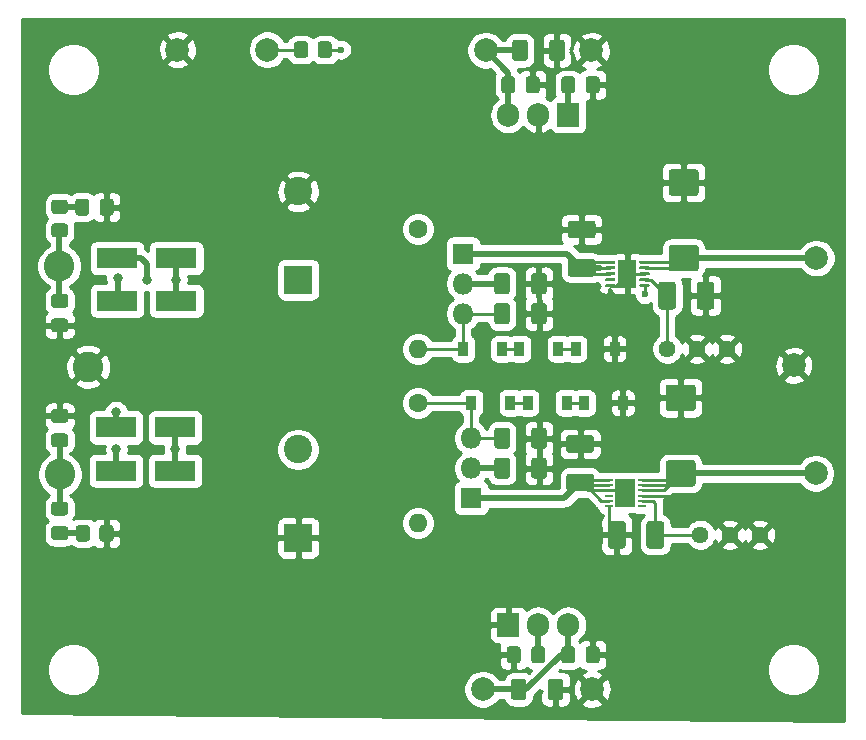
<source format=gbr>
G04 #@! TF.GenerationSoftware,KiCad,Pcbnew,(5.1.10-0-10_14)*
G04 #@! TF.CreationDate,2021-10-15T20:20:18+02:00*
G04 #@! TF.ProjectId,lv-lownoise-psu,6c762d6c-6f77-46e6-9f69-73652d707375,rev?*
G04 #@! TF.SameCoordinates,Original*
G04 #@! TF.FileFunction,Copper,L1,Top*
G04 #@! TF.FilePolarity,Positive*
%FSLAX46Y46*%
G04 Gerber Fmt 4.6, Leading zero omitted, Abs format (unit mm)*
G04 Created by KiCad (PCBNEW (5.1.10-0-10_14)) date 2021-10-15 20:20:18*
%MOMM*%
%LPD*%
G01*
G04 APERTURE LIST*
G04 #@! TA.AperFunction,SMDPad,CuDef*
%ADD10R,1.660000X2.380000*%
G04 #@! TD*
G04 #@! TA.AperFunction,SMDPad,CuDef*
%ADD11R,0.700000X0.250000*%
G04 #@! TD*
G04 #@! TA.AperFunction,SMDPad,CuDef*
%ADD12R,1.650000X2.380000*%
G04 #@! TD*
G04 #@! TA.AperFunction,ComponentPad*
%ADD13C,2.000000*%
G04 #@! TD*
G04 #@! TA.AperFunction,SMDPad,CuDef*
%ADD14R,0.900000X1.200000*%
G04 #@! TD*
G04 #@! TA.AperFunction,ComponentPad*
%ADD15O,1.600000X1.600000*%
G04 #@! TD*
G04 #@! TA.AperFunction,ComponentPad*
%ADD16C,1.600000*%
G04 #@! TD*
G04 #@! TA.AperFunction,ComponentPad*
%ADD17O,1.800000X1.800000*%
G04 #@! TD*
G04 #@! TA.AperFunction,ComponentPad*
%ADD18R,1.800000X1.800000*%
G04 #@! TD*
G04 #@! TA.AperFunction,ComponentPad*
%ADD19O,1.905000X2.000000*%
G04 #@! TD*
G04 #@! TA.AperFunction,ComponentPad*
%ADD20R,1.905000X2.000000*%
G04 #@! TD*
G04 #@! TA.AperFunction,SMDPad,CuDef*
%ADD21R,3.500000X1.800000*%
G04 #@! TD*
G04 #@! TA.AperFunction,ComponentPad*
%ADD22C,2.400000*%
G04 #@! TD*
G04 #@! TA.AperFunction,ComponentPad*
%ADD23R,2.400000X2.400000*%
G04 #@! TD*
G04 #@! TA.AperFunction,ComponentPad*
%ADD24C,1.440000*%
G04 #@! TD*
G04 #@! TA.AperFunction,ComponentPad*
%ADD25C,2.600000*%
G04 #@! TD*
G04 #@! TA.AperFunction,ViaPad*
%ADD26C,0.800000*%
G04 #@! TD*
G04 #@! TA.AperFunction,ViaPad*
%ADD27C,0.600000*%
G04 #@! TD*
G04 #@! TA.AperFunction,Conductor*
%ADD28C,0.250000*%
G04 #@! TD*
G04 #@! TA.AperFunction,Conductor*
%ADD29C,0.500000*%
G04 #@! TD*
G04 #@! TA.AperFunction,Conductor*
%ADD30C,0.254000*%
G04 #@! TD*
G04 #@! TA.AperFunction,Conductor*
%ADD31C,0.100000*%
G04 #@! TD*
G04 APERTURE END LIST*
G04 #@! TA.AperFunction,SMDPad,CuDef*
G36*
G01*
X122074500Y-66088499D02*
X122074500Y-67388501D01*
G75*
G02*
X121824501Y-67638500I-249999J0D01*
G01*
X120999499Y-67638500D01*
G75*
G02*
X120749500Y-67388501I0J249999D01*
G01*
X120749500Y-66088499D01*
G75*
G02*
X120999499Y-65838500I249999J0D01*
G01*
X121824501Y-65838500D01*
G75*
G02*
X122074500Y-66088499I0J-249999D01*
G01*
G37*
G04 #@! TD.AperFunction*
G04 #@! TA.AperFunction,SMDPad,CuDef*
G36*
G01*
X125199500Y-66088499D02*
X125199500Y-67388501D01*
G75*
G02*
X124949501Y-67638500I-249999J0D01*
G01*
X124124499Y-67638500D01*
G75*
G02*
X123874500Y-67388501I0J249999D01*
G01*
X123874500Y-66088499D01*
G75*
G02*
X124124499Y-65838500I249999J0D01*
G01*
X124949501Y-65838500D01*
G75*
G02*
X125199500Y-66088499I0J-249999D01*
G01*
G37*
G04 #@! TD.AperFunction*
G04 #@! TA.AperFunction,SMDPad,CuDef*
G36*
G01*
X123861000Y-51767501D02*
X123861000Y-50467499D01*
G75*
G02*
X124110999Y-50217500I249999J0D01*
G01*
X124936001Y-50217500D01*
G75*
G02*
X125186000Y-50467499I0J-249999D01*
G01*
X125186000Y-51767501D01*
G75*
G02*
X124936001Y-52017500I-249999J0D01*
G01*
X124110999Y-52017500D01*
G75*
G02*
X123861000Y-51767501I0J249999D01*
G01*
G37*
G04 #@! TD.AperFunction*
G04 #@! TA.AperFunction,SMDPad,CuDef*
G36*
G01*
X120736000Y-51767501D02*
X120736000Y-50467499D01*
G75*
G02*
X120985999Y-50217500I249999J0D01*
G01*
X121811001Y-50217500D01*
G75*
G02*
X122061000Y-50467499I0J-249999D01*
G01*
X122061000Y-51767501D01*
G75*
G02*
X121811001Y-52017500I-249999J0D01*
G01*
X120985999Y-52017500D01*
G75*
G02*
X120736000Y-51767501I0J249999D01*
G01*
G37*
G04 #@! TD.AperFunction*
D10*
X131826000Y-68834000D03*
D11*
X133226000Y-67709000D03*
X133226000Y-68159000D03*
X133226000Y-68609000D03*
X133226000Y-69059000D03*
X133226000Y-69509000D03*
X133226000Y-69959000D03*
X130426000Y-69959000D03*
X130426000Y-69509000D03*
X130426000Y-69059000D03*
X130426000Y-68609000D03*
X130426000Y-68159000D03*
X130426000Y-67709000D03*
G04 #@! TA.AperFunction,SMDPad,CuDef*
G36*
G01*
X133627500Y-73315000D02*
X133627500Y-71465000D01*
G75*
G02*
X133877500Y-71215000I250000J0D01*
G01*
X134877500Y-71215000D01*
G75*
G02*
X135127500Y-71465000I0J-250000D01*
G01*
X135127500Y-73315000D01*
G75*
G02*
X134877500Y-73565000I-250000J0D01*
G01*
X133877500Y-73565000D01*
G75*
G02*
X133627500Y-73315000I0J250000D01*
G01*
G37*
G04 #@! TD.AperFunction*
G04 #@! TA.AperFunction,SMDPad,CuDef*
G36*
G01*
X130377500Y-73315000D02*
X130377500Y-71465000D01*
G75*
G02*
X130627500Y-71215000I250000J0D01*
G01*
X131627500Y-71215000D01*
G75*
G02*
X131877500Y-71465000I0J-250000D01*
G01*
X131877500Y-73315000D01*
G75*
G02*
X131627500Y-73565000I-250000J0D01*
G01*
X130627500Y-73565000D01*
G75*
G02*
X130377500Y-73315000I0J250000D01*
G01*
G37*
G04 #@! TD.AperFunction*
G04 #@! TA.AperFunction,SMDPad,CuDef*
G36*
G01*
X127091000Y-67195000D02*
X128941000Y-67195000D01*
G75*
G02*
X129191000Y-67445000I0J-250000D01*
G01*
X129191000Y-68445000D01*
G75*
G02*
X128941000Y-68695000I-250000J0D01*
G01*
X127091000Y-68695000D01*
G75*
G02*
X126841000Y-68445000I0J250000D01*
G01*
X126841000Y-67445000D01*
G75*
G02*
X127091000Y-67195000I250000J0D01*
G01*
G37*
G04 #@! TD.AperFunction*
G04 #@! TA.AperFunction,SMDPad,CuDef*
G36*
G01*
X127091000Y-63945000D02*
X128941000Y-63945000D01*
G75*
G02*
X129191000Y-64195000I0J-250000D01*
G01*
X129191000Y-65195000D01*
G75*
G02*
X128941000Y-65445000I-250000J0D01*
G01*
X127091000Y-65445000D01*
G75*
G02*
X126841000Y-65195000I0J250000D01*
G01*
X126841000Y-64195000D01*
G75*
G02*
X127091000Y-63945000I250000J0D01*
G01*
G37*
G04 #@! TD.AperFunction*
D12*
X132016500Y-50292000D03*
G04 #@! TA.AperFunction,SMDPad,CuDef*
G36*
G01*
X133041500Y-49354500D02*
X133041500Y-49229500D01*
G75*
G02*
X133104000Y-49167000I62500J0D01*
G01*
X133829000Y-49167000D01*
G75*
G02*
X133891500Y-49229500I0J-62500D01*
G01*
X133891500Y-49354500D01*
G75*
G02*
X133829000Y-49417000I-62500J0D01*
G01*
X133104000Y-49417000D01*
G75*
G02*
X133041500Y-49354500I0J62500D01*
G01*
G37*
G04 #@! TD.AperFunction*
G04 #@! TA.AperFunction,SMDPad,CuDef*
G36*
G01*
X133041500Y-49854500D02*
X133041500Y-49729500D01*
G75*
G02*
X133104000Y-49667000I62500J0D01*
G01*
X133829000Y-49667000D01*
G75*
G02*
X133891500Y-49729500I0J-62500D01*
G01*
X133891500Y-49854500D01*
G75*
G02*
X133829000Y-49917000I-62500J0D01*
G01*
X133104000Y-49917000D01*
G75*
G02*
X133041500Y-49854500I0J62500D01*
G01*
G37*
G04 #@! TD.AperFunction*
G04 #@! TA.AperFunction,SMDPad,CuDef*
G36*
G01*
X133041500Y-50354500D02*
X133041500Y-50229500D01*
G75*
G02*
X133104000Y-50167000I62500J0D01*
G01*
X133829000Y-50167000D01*
G75*
G02*
X133891500Y-50229500I0J-62500D01*
G01*
X133891500Y-50354500D01*
G75*
G02*
X133829000Y-50417000I-62500J0D01*
G01*
X133104000Y-50417000D01*
G75*
G02*
X133041500Y-50354500I0J62500D01*
G01*
G37*
G04 #@! TD.AperFunction*
G04 #@! TA.AperFunction,SMDPad,CuDef*
G36*
G01*
X133041500Y-50854500D02*
X133041500Y-50729500D01*
G75*
G02*
X133104000Y-50667000I62500J0D01*
G01*
X133829000Y-50667000D01*
G75*
G02*
X133891500Y-50729500I0J-62500D01*
G01*
X133891500Y-50854500D01*
G75*
G02*
X133829000Y-50917000I-62500J0D01*
G01*
X133104000Y-50917000D01*
G75*
G02*
X133041500Y-50854500I0J62500D01*
G01*
G37*
G04 #@! TD.AperFunction*
G04 #@! TA.AperFunction,SMDPad,CuDef*
G36*
G01*
X133041500Y-51354500D02*
X133041500Y-51229500D01*
G75*
G02*
X133104000Y-51167000I62500J0D01*
G01*
X133829000Y-51167000D01*
G75*
G02*
X133891500Y-51229500I0J-62500D01*
G01*
X133891500Y-51354500D01*
G75*
G02*
X133829000Y-51417000I-62500J0D01*
G01*
X133104000Y-51417000D01*
G75*
G02*
X133041500Y-51354500I0J62500D01*
G01*
G37*
G04 #@! TD.AperFunction*
G04 #@! TA.AperFunction,SMDPad,CuDef*
G36*
G01*
X130141500Y-51354500D02*
X130141500Y-51229500D01*
G75*
G02*
X130204000Y-51167000I62500J0D01*
G01*
X130929000Y-51167000D01*
G75*
G02*
X130991500Y-51229500I0J-62500D01*
G01*
X130991500Y-51354500D01*
G75*
G02*
X130929000Y-51417000I-62500J0D01*
G01*
X130204000Y-51417000D01*
G75*
G02*
X130141500Y-51354500I0J62500D01*
G01*
G37*
G04 #@! TD.AperFunction*
G04 #@! TA.AperFunction,SMDPad,CuDef*
G36*
G01*
X130141500Y-50854500D02*
X130141500Y-50729500D01*
G75*
G02*
X130204000Y-50667000I62500J0D01*
G01*
X130929000Y-50667000D01*
G75*
G02*
X130991500Y-50729500I0J-62500D01*
G01*
X130991500Y-50854500D01*
G75*
G02*
X130929000Y-50917000I-62500J0D01*
G01*
X130204000Y-50917000D01*
G75*
G02*
X130141500Y-50854500I0J62500D01*
G01*
G37*
G04 #@! TD.AperFunction*
G04 #@! TA.AperFunction,SMDPad,CuDef*
G36*
G01*
X130141500Y-50354500D02*
X130141500Y-50229500D01*
G75*
G02*
X130204000Y-50167000I62500J0D01*
G01*
X130929000Y-50167000D01*
G75*
G02*
X130991500Y-50229500I0J-62500D01*
G01*
X130991500Y-50354500D01*
G75*
G02*
X130929000Y-50417000I-62500J0D01*
G01*
X130204000Y-50417000D01*
G75*
G02*
X130141500Y-50354500I0J62500D01*
G01*
G37*
G04 #@! TD.AperFunction*
G04 #@! TA.AperFunction,SMDPad,CuDef*
G36*
G01*
X130141500Y-49854500D02*
X130141500Y-49729500D01*
G75*
G02*
X130204000Y-49667000I62500J0D01*
G01*
X130929000Y-49667000D01*
G75*
G02*
X130991500Y-49729500I0J-62500D01*
G01*
X130991500Y-49854500D01*
G75*
G02*
X130929000Y-49917000I-62500J0D01*
G01*
X130204000Y-49917000D01*
G75*
G02*
X130141500Y-49854500I0J62500D01*
G01*
G37*
G04 #@! TD.AperFunction*
G04 #@! TA.AperFunction,SMDPad,CuDef*
G36*
G01*
X130141500Y-49354500D02*
X130141500Y-49229500D01*
G75*
G02*
X130204000Y-49167000I62500J0D01*
G01*
X130929000Y-49167000D01*
G75*
G02*
X130991500Y-49229500I0J-62500D01*
G01*
X130991500Y-49354500D01*
G75*
G02*
X130929000Y-49417000I-62500J0D01*
G01*
X130204000Y-49417000D01*
G75*
G02*
X130141500Y-49354500I0J62500D01*
G01*
G37*
G04 #@! TD.AperFunction*
G04 #@! TA.AperFunction,SMDPad,CuDef*
G36*
G01*
X137882000Y-53058500D02*
X137882000Y-51208500D01*
G75*
G02*
X138132000Y-50958500I250000J0D01*
G01*
X139132000Y-50958500D01*
G75*
G02*
X139382000Y-51208500I0J-250000D01*
G01*
X139382000Y-53058500D01*
G75*
G02*
X139132000Y-53308500I-250000J0D01*
G01*
X138132000Y-53308500D01*
G75*
G02*
X137882000Y-53058500I0J250000D01*
G01*
G37*
G04 #@! TD.AperFunction*
G04 #@! TA.AperFunction,SMDPad,CuDef*
G36*
G01*
X134632000Y-53058500D02*
X134632000Y-51208500D01*
G75*
G02*
X134882000Y-50958500I250000J0D01*
G01*
X135882000Y-50958500D01*
G75*
G02*
X136132000Y-51208500I0J-250000D01*
G01*
X136132000Y-53058500D01*
G75*
G02*
X135882000Y-53308500I-250000J0D01*
G01*
X134882000Y-53308500D01*
G75*
G02*
X134632000Y-53058500I0J250000D01*
G01*
G37*
G04 #@! TD.AperFunction*
G04 #@! TA.AperFunction,SMDPad,CuDef*
G36*
G01*
X129068000Y-47284000D02*
X127218000Y-47284000D01*
G75*
G02*
X126968000Y-47034000I0J250000D01*
G01*
X126968000Y-46034000D01*
G75*
G02*
X127218000Y-45784000I250000J0D01*
G01*
X129068000Y-45784000D01*
G75*
G02*
X129318000Y-46034000I0J-250000D01*
G01*
X129318000Y-47034000D01*
G75*
G02*
X129068000Y-47284000I-250000J0D01*
G01*
G37*
G04 #@! TD.AperFunction*
G04 #@! TA.AperFunction,SMDPad,CuDef*
G36*
G01*
X129068000Y-50534000D02*
X127218000Y-50534000D01*
G75*
G02*
X126968000Y-50284000I0J250000D01*
G01*
X126968000Y-49284000D01*
G75*
G02*
X127218000Y-49034000I250000J0D01*
G01*
X129068000Y-49034000D01*
G75*
G02*
X129318000Y-49284000I0J-250000D01*
G01*
X129318000Y-50284000D01*
G75*
G02*
X129068000Y-50534000I-250000J0D01*
G01*
G37*
G04 #@! TD.AperFunction*
G04 #@! TA.AperFunction,SMDPad,CuDef*
G36*
G01*
X122074500Y-63548499D02*
X122074500Y-64848501D01*
G75*
G02*
X121824501Y-65098500I-249999J0D01*
G01*
X120999499Y-65098500D01*
G75*
G02*
X120749500Y-64848501I0J249999D01*
G01*
X120749500Y-63548499D01*
G75*
G02*
X120999499Y-63298500I249999J0D01*
G01*
X121824501Y-63298500D01*
G75*
G02*
X122074500Y-63548499I0J-249999D01*
G01*
G37*
G04 #@! TD.AperFunction*
G04 #@! TA.AperFunction,SMDPad,CuDef*
G36*
G01*
X125199500Y-63548499D02*
X125199500Y-64848501D01*
G75*
G02*
X124949501Y-65098500I-249999J0D01*
G01*
X124124499Y-65098500D01*
G75*
G02*
X123874500Y-64848501I0J249999D01*
G01*
X123874500Y-63548499D01*
G75*
G02*
X124124499Y-63298500I249999J0D01*
G01*
X124949501Y-63298500D01*
G75*
G02*
X125199500Y-63548499I0J-249999D01*
G01*
G37*
G04 #@! TD.AperFunction*
G04 #@! TA.AperFunction,SMDPad,CuDef*
G36*
G01*
X123874500Y-54307501D02*
X123874500Y-53007499D01*
G75*
G02*
X124124499Y-52757500I249999J0D01*
G01*
X124949501Y-52757500D01*
G75*
G02*
X125199500Y-53007499I0J-249999D01*
G01*
X125199500Y-54307501D01*
G75*
G02*
X124949501Y-54557500I-249999J0D01*
G01*
X124124499Y-54557500D01*
G75*
G02*
X123874500Y-54307501I0J249999D01*
G01*
G37*
G04 #@! TD.AperFunction*
G04 #@! TA.AperFunction,SMDPad,CuDef*
G36*
G01*
X120749500Y-54307501D02*
X120749500Y-53007499D01*
G75*
G02*
X120999499Y-52757500I249999J0D01*
G01*
X121824501Y-52757500D01*
G75*
G02*
X122074500Y-53007499I0J-249999D01*
G01*
X122074500Y-54307501D01*
G75*
G02*
X121824501Y-54557500I-249999J0D01*
G01*
X120999499Y-54557500D01*
G75*
G02*
X120749500Y-54307501I0J249999D01*
G01*
G37*
G04 #@! TD.AperFunction*
D13*
X119761000Y-85471000D03*
X129032000Y-85471000D03*
X128968500Y-31369000D03*
X120015000Y-31369000D03*
X93916500Y-31305500D03*
X101536500Y-31305500D03*
X147955000Y-67183000D03*
X146113500Y-58039000D03*
X148018500Y-48958500D03*
D14*
X123571000Y-61214000D03*
X126871000Y-61214000D03*
X128333500Y-61214000D03*
X131633500Y-61214000D03*
X130935000Y-56642000D03*
X127635000Y-56642000D03*
X126172500Y-56642000D03*
X122872500Y-56642000D03*
G04 #@! TA.AperFunction,SMDPad,CuDef*
G36*
G01*
X123471500Y-84820998D02*
X123471500Y-86121002D01*
G75*
G02*
X123221502Y-86371000I-249998J0D01*
G01*
X122396498Y-86371000D01*
G75*
G02*
X122146500Y-86121002I0J249998D01*
G01*
X122146500Y-84820998D01*
G75*
G02*
X122396498Y-84571000I249998J0D01*
G01*
X123221502Y-84571000D01*
G75*
G02*
X123471500Y-84820998I0J-249998D01*
G01*
G37*
G04 #@! TD.AperFunction*
G04 #@! TA.AperFunction,SMDPad,CuDef*
G36*
G01*
X126596500Y-84820998D02*
X126596500Y-86121002D01*
G75*
G02*
X126346502Y-86371000I-249998J0D01*
G01*
X125521498Y-86371000D01*
G75*
G02*
X125271500Y-86121002I0J249998D01*
G01*
X125271500Y-84820998D01*
G75*
G02*
X125521498Y-84571000I249998J0D01*
G01*
X126346502Y-84571000D01*
G75*
G02*
X126596500Y-84820998I0J-249998D01*
G01*
G37*
G04 #@! TD.AperFunction*
G04 #@! TA.AperFunction,SMDPad,CuDef*
G36*
G01*
X125385000Y-32019002D02*
X125385000Y-30718998D01*
G75*
G02*
X125634998Y-30469000I249998J0D01*
G01*
X126460002Y-30469000D01*
G75*
G02*
X126710000Y-30718998I0J-249998D01*
G01*
X126710000Y-32019002D01*
G75*
G02*
X126460002Y-32269000I-249998J0D01*
G01*
X125634998Y-32269000D01*
G75*
G02*
X125385000Y-32019002I0J249998D01*
G01*
G37*
G04 #@! TD.AperFunction*
G04 #@! TA.AperFunction,SMDPad,CuDef*
G36*
G01*
X122260000Y-32019002D02*
X122260000Y-30718998D01*
G75*
G02*
X122509998Y-30469000I249998J0D01*
G01*
X123335002Y-30469000D01*
G75*
G02*
X123585000Y-30718998I0J-249998D01*
G01*
X123585000Y-32019002D01*
G75*
G02*
X123335002Y-32269000I-249998J0D01*
G01*
X122509998Y-32269000D01*
G75*
G02*
X122260000Y-32019002I0J249998D01*
G01*
G37*
G04 #@! TD.AperFunction*
G04 #@! TA.AperFunction,SMDPad,CuDef*
G36*
G01*
X123407500Y-34765000D02*
X123407500Y-33815000D01*
G75*
G02*
X123657500Y-33565000I250000J0D01*
G01*
X124332500Y-33565000D01*
G75*
G02*
X124582500Y-33815000I0J-250000D01*
G01*
X124582500Y-34765000D01*
G75*
G02*
X124332500Y-35015000I-250000J0D01*
G01*
X123657500Y-35015000D01*
G75*
G02*
X123407500Y-34765000I0J250000D01*
G01*
G37*
G04 #@! TD.AperFunction*
G04 #@! TA.AperFunction,SMDPad,CuDef*
G36*
G01*
X121332500Y-34765000D02*
X121332500Y-33815000D01*
G75*
G02*
X121582500Y-33565000I250000J0D01*
G01*
X122257500Y-33565000D01*
G75*
G02*
X122507500Y-33815000I0J-250000D01*
G01*
X122507500Y-34765000D01*
G75*
G02*
X122257500Y-35015000I-250000J0D01*
G01*
X121582500Y-35015000D01*
G75*
G02*
X121332500Y-34765000I0J250000D01*
G01*
G37*
G04 #@! TD.AperFunction*
D15*
X114300000Y-71374000D03*
D16*
X114300000Y-61214000D03*
D15*
X114300000Y-56642000D03*
D16*
X114300000Y-46482000D03*
G04 #@! TA.AperFunction,SMDPad,CuDef*
G36*
G01*
X83496999Y-46009000D02*
X84397001Y-46009000D01*
G75*
G02*
X84647000Y-46258999I0J-249999D01*
G01*
X84647000Y-46959001D01*
G75*
G02*
X84397001Y-47209000I-249999J0D01*
G01*
X83496999Y-47209000D01*
G75*
G02*
X83247000Y-46959001I0J249999D01*
G01*
X83247000Y-46258999D01*
G75*
G02*
X83496999Y-46009000I249999J0D01*
G01*
G37*
G04 #@! TD.AperFunction*
G04 #@! TA.AperFunction,SMDPad,CuDef*
G36*
G01*
X83496999Y-44009000D02*
X84397001Y-44009000D01*
G75*
G02*
X84647000Y-44258999I0J-249999D01*
G01*
X84647000Y-44959001D01*
G75*
G02*
X84397001Y-45209000I-249999J0D01*
G01*
X83496999Y-45209000D01*
G75*
G02*
X83247000Y-44959001I0J249999D01*
G01*
X83247000Y-44258999D01*
G75*
G02*
X83496999Y-44009000I249999J0D01*
G01*
G37*
G04 #@! TD.AperFunction*
G04 #@! TA.AperFunction,SMDPad,CuDef*
G36*
G01*
X87315500Y-72713001D02*
X87315500Y-71812999D01*
G75*
G02*
X87565499Y-71563000I249999J0D01*
G01*
X88265501Y-71563000D01*
G75*
G02*
X88515500Y-71812999I0J-249999D01*
G01*
X88515500Y-72713001D01*
G75*
G02*
X88265501Y-72963000I-249999J0D01*
G01*
X87565499Y-72963000D01*
G75*
G02*
X87315500Y-72713001I0J249999D01*
G01*
G37*
G04 #@! TD.AperFunction*
G04 #@! TA.AperFunction,SMDPad,CuDef*
G36*
G01*
X85315500Y-72713001D02*
X85315500Y-71812999D01*
G75*
G02*
X85565499Y-71563000I249999J0D01*
G01*
X86265501Y-71563000D01*
G75*
G02*
X86515500Y-71812999I0J-249999D01*
G01*
X86515500Y-72713001D01*
G75*
G02*
X86265501Y-72963000I-249999J0D01*
G01*
X85565499Y-72963000D01*
G75*
G02*
X85315500Y-72713001I0J249999D01*
G01*
G37*
G04 #@! TD.AperFunction*
D17*
X118808500Y-64198500D03*
X118808500Y-66738500D03*
D18*
X118808500Y-69278500D03*
D17*
X118110000Y-53657500D03*
X118110000Y-51117500D03*
D18*
X118110000Y-48577500D03*
D14*
X118808500Y-61214000D03*
X122108500Y-61214000D03*
X121410000Y-56642000D03*
X118110000Y-56642000D03*
G04 #@! TA.AperFunction,SMDPad,CuDef*
G36*
G01*
X86439500Y-44165500D02*
X86439500Y-45115500D01*
G75*
G02*
X86189500Y-45365500I-250000J0D01*
G01*
X85514500Y-45365500D01*
G75*
G02*
X85264500Y-45115500I0J250000D01*
G01*
X85264500Y-44165500D01*
G75*
G02*
X85514500Y-43915500I250000J0D01*
G01*
X86189500Y-43915500D01*
G75*
G02*
X86439500Y-44165500I0J-250000D01*
G01*
G37*
G04 #@! TD.AperFunction*
G04 #@! TA.AperFunction,SMDPad,CuDef*
G36*
G01*
X88514500Y-44165500D02*
X88514500Y-45115500D01*
G75*
G02*
X88264500Y-45365500I-250000J0D01*
G01*
X87589500Y-45365500D01*
G75*
G02*
X87339500Y-45115500I0J250000D01*
G01*
X87339500Y-44165500D01*
G75*
G02*
X87589500Y-43915500I250000J0D01*
G01*
X88264500Y-43915500D01*
G75*
G02*
X88514500Y-44165500I0J-250000D01*
G01*
G37*
G04 #@! TD.AperFunction*
G04 #@! TA.AperFunction,SMDPad,CuDef*
G36*
G01*
X83472000Y-71655000D02*
X84422000Y-71655000D01*
G75*
G02*
X84672000Y-71905000I0J-250000D01*
G01*
X84672000Y-72580000D01*
G75*
G02*
X84422000Y-72830000I-250000J0D01*
G01*
X83472000Y-72830000D01*
G75*
G02*
X83222000Y-72580000I0J250000D01*
G01*
X83222000Y-71905000D01*
G75*
G02*
X83472000Y-71655000I250000J0D01*
G01*
G37*
G04 #@! TD.AperFunction*
G04 #@! TA.AperFunction,SMDPad,CuDef*
G36*
G01*
X83472000Y-69580000D02*
X84422000Y-69580000D01*
G75*
G02*
X84672000Y-69830000I0J-250000D01*
G01*
X84672000Y-70505000D01*
G75*
G02*
X84422000Y-70755000I-250000J0D01*
G01*
X83472000Y-70755000D01*
G75*
G02*
X83222000Y-70505000I0J250000D01*
G01*
X83222000Y-69830000D01*
G75*
G02*
X83472000Y-69580000I250000J0D01*
G01*
G37*
G04 #@! TD.AperFunction*
G04 #@! TA.AperFunction,SMDPad,CuDef*
G36*
G01*
X84422000Y-53165500D02*
X83472000Y-53165500D01*
G75*
G02*
X83222000Y-52915500I0J250000D01*
G01*
X83222000Y-52240500D01*
G75*
G02*
X83472000Y-51990500I250000J0D01*
G01*
X84422000Y-51990500D01*
G75*
G02*
X84672000Y-52240500I0J-250000D01*
G01*
X84672000Y-52915500D01*
G75*
G02*
X84422000Y-53165500I-250000J0D01*
G01*
G37*
G04 #@! TD.AperFunction*
G04 #@! TA.AperFunction,SMDPad,CuDef*
G36*
G01*
X84422000Y-55240500D02*
X83472000Y-55240500D01*
G75*
G02*
X83222000Y-54990500I0J250000D01*
G01*
X83222000Y-54315500D01*
G75*
G02*
X83472000Y-54065500I250000J0D01*
G01*
X84422000Y-54065500D01*
G75*
G02*
X84672000Y-54315500I0J-250000D01*
G01*
X84672000Y-54990500D01*
G75*
G02*
X84422000Y-55240500I-250000J0D01*
G01*
G37*
G04 #@! TD.AperFunction*
G04 #@! TA.AperFunction,SMDPad,CuDef*
G36*
G01*
X84422000Y-62901500D02*
X83472000Y-62901500D01*
G75*
G02*
X83222000Y-62651500I0J250000D01*
G01*
X83222000Y-61976500D01*
G75*
G02*
X83472000Y-61726500I250000J0D01*
G01*
X84422000Y-61726500D01*
G75*
G02*
X84672000Y-61976500I0J-250000D01*
G01*
X84672000Y-62651500D01*
G75*
G02*
X84422000Y-62901500I-250000J0D01*
G01*
G37*
G04 #@! TD.AperFunction*
G04 #@! TA.AperFunction,SMDPad,CuDef*
G36*
G01*
X84422000Y-64976500D02*
X83472000Y-64976500D01*
G75*
G02*
X83222000Y-64726500I0J250000D01*
G01*
X83222000Y-64051500D01*
G75*
G02*
X83472000Y-63801500I250000J0D01*
G01*
X84422000Y-63801500D01*
G75*
G02*
X84672000Y-64051500I0J-250000D01*
G01*
X84672000Y-64726500D01*
G75*
G02*
X84422000Y-64976500I-250000J0D01*
G01*
G37*
G04 #@! TD.AperFunction*
G04 #@! TA.AperFunction,SMDPad,CuDef*
G36*
G01*
X135499999Y-66058000D02*
X137550001Y-66058000D01*
G75*
G02*
X137800000Y-66307999I0J-249999D01*
G01*
X137800000Y-68058001D01*
G75*
G02*
X137550001Y-68308000I-249999J0D01*
G01*
X135499999Y-68308000D01*
G75*
G02*
X135250000Y-68058001I0J249999D01*
G01*
X135250000Y-66307999D01*
G75*
G02*
X135499999Y-66058000I249999J0D01*
G01*
G37*
G04 #@! TD.AperFunction*
G04 #@! TA.AperFunction,SMDPad,CuDef*
G36*
G01*
X135499999Y-59658000D02*
X137550001Y-59658000D01*
G75*
G02*
X137800000Y-59907999I0J-249999D01*
G01*
X137800000Y-61658001D01*
G75*
G02*
X137550001Y-61908000I-249999J0D01*
G01*
X135499999Y-61908000D01*
G75*
G02*
X135250000Y-61658001I0J249999D01*
G01*
X135250000Y-59907999D01*
G75*
G02*
X135499999Y-59658000I249999J0D01*
G01*
G37*
G04 #@! TD.AperFunction*
G04 #@! TA.AperFunction,SMDPad,CuDef*
G36*
G01*
X137804001Y-43683500D02*
X135753999Y-43683500D01*
G75*
G02*
X135504000Y-43433501I0J249999D01*
G01*
X135504000Y-41683499D01*
G75*
G02*
X135753999Y-41433500I249999J0D01*
G01*
X137804001Y-41433500D01*
G75*
G02*
X138054000Y-41683499I0J-249999D01*
G01*
X138054000Y-43433501D01*
G75*
G02*
X137804001Y-43683500I-249999J0D01*
G01*
G37*
G04 #@! TD.AperFunction*
G04 #@! TA.AperFunction,SMDPad,CuDef*
G36*
G01*
X137804001Y-50083500D02*
X135753999Y-50083500D01*
G75*
G02*
X135504000Y-49833501I0J249999D01*
G01*
X135504000Y-48083499D01*
G75*
G02*
X135753999Y-47833500I249999J0D01*
G01*
X137804001Y-47833500D01*
G75*
G02*
X138054000Y-48083499I0J-249999D01*
G01*
X138054000Y-49833501D01*
G75*
G02*
X137804001Y-50083500I-249999J0D01*
G01*
G37*
G04 #@! TD.AperFunction*
D19*
X127000000Y-80010000D03*
X124460000Y-80010000D03*
D20*
X121920000Y-80010000D03*
D19*
X121920000Y-36830000D03*
X124460000Y-36830000D03*
D20*
X127000000Y-36830000D03*
D21*
X88827600Y-52578000D03*
X93827600Y-52578000D03*
X88827600Y-48971200D03*
X93827600Y-48971200D03*
X93726000Y-63296800D03*
X88726000Y-63296800D03*
X93726000Y-66954400D03*
X88726000Y-66954400D03*
D22*
X104140000Y-65151000D03*
D23*
X104140000Y-72651000D03*
D22*
X104140000Y-43300000D03*
D23*
X104140000Y-50800000D03*
G04 #@! TA.AperFunction,SMDPad,CuDef*
G36*
G01*
X105794000Y-31755501D02*
X105794000Y-30855499D01*
G75*
G02*
X106043999Y-30605500I249999J0D01*
G01*
X106744001Y-30605500D01*
G75*
G02*
X106994000Y-30855499I0J-249999D01*
G01*
X106994000Y-31755501D01*
G75*
G02*
X106744001Y-32005500I-249999J0D01*
G01*
X106043999Y-32005500D01*
G75*
G02*
X105794000Y-31755501I0J249999D01*
G01*
G37*
G04 #@! TD.AperFunction*
G04 #@! TA.AperFunction,SMDPad,CuDef*
G36*
G01*
X103794000Y-31755501D02*
X103794000Y-30855499D01*
G75*
G02*
X104043999Y-30605500I249999J0D01*
G01*
X104744001Y-30605500D01*
G75*
G02*
X104994000Y-30855499I0J-249999D01*
G01*
X104994000Y-31755501D01*
G75*
G02*
X104744001Y-32005500I-249999J0D01*
G01*
X104043999Y-32005500D01*
G75*
G02*
X103794000Y-31755501I0J249999D01*
G01*
G37*
G04 #@! TD.AperFunction*
G04 #@! TA.AperFunction,SMDPad,CuDef*
G36*
G01*
X127587500Y-82075000D02*
X127587500Y-83025000D01*
G75*
G02*
X127337500Y-83275000I-250000J0D01*
G01*
X126662500Y-83275000D01*
G75*
G02*
X126412500Y-83025000I0J250000D01*
G01*
X126412500Y-82075000D01*
G75*
G02*
X126662500Y-81825000I250000J0D01*
G01*
X127337500Y-81825000D01*
G75*
G02*
X127587500Y-82075000I0J-250000D01*
G01*
G37*
G04 #@! TD.AperFunction*
G04 #@! TA.AperFunction,SMDPad,CuDef*
G36*
G01*
X129662500Y-82075000D02*
X129662500Y-83025000D01*
G75*
G02*
X129412500Y-83275000I-250000J0D01*
G01*
X128737500Y-83275000D01*
G75*
G02*
X128487500Y-83025000I0J250000D01*
G01*
X128487500Y-82075000D01*
G75*
G02*
X128737500Y-81825000I250000J0D01*
G01*
X129412500Y-81825000D01*
G75*
G02*
X129662500Y-82075000I0J-250000D01*
G01*
G37*
G04 #@! TD.AperFunction*
G04 #@! TA.AperFunction,SMDPad,CuDef*
G36*
G01*
X123872500Y-83025000D02*
X123872500Y-82075000D01*
G75*
G02*
X124122500Y-81825000I250000J0D01*
G01*
X124797500Y-81825000D01*
G75*
G02*
X125047500Y-82075000I0J-250000D01*
G01*
X125047500Y-83025000D01*
G75*
G02*
X124797500Y-83275000I-250000J0D01*
G01*
X124122500Y-83275000D01*
G75*
G02*
X123872500Y-83025000I0J250000D01*
G01*
G37*
G04 #@! TD.AperFunction*
G04 #@! TA.AperFunction,SMDPad,CuDef*
G36*
G01*
X121797500Y-83025000D02*
X121797500Y-82075000D01*
G75*
G02*
X122047500Y-81825000I250000J0D01*
G01*
X122722500Y-81825000D01*
G75*
G02*
X122972500Y-82075000I0J-250000D01*
G01*
X122972500Y-83025000D01*
G75*
G02*
X122722500Y-83275000I-250000J0D01*
G01*
X122047500Y-83275000D01*
G75*
G02*
X121797500Y-83025000I0J250000D01*
G01*
G37*
G04 #@! TD.AperFunction*
G04 #@! TA.AperFunction,SMDPad,CuDef*
G36*
G01*
X128487500Y-34765000D02*
X128487500Y-33815000D01*
G75*
G02*
X128737500Y-33565000I250000J0D01*
G01*
X129412500Y-33565000D01*
G75*
G02*
X129662500Y-33815000I0J-250000D01*
G01*
X129662500Y-34765000D01*
G75*
G02*
X129412500Y-35015000I-250000J0D01*
G01*
X128737500Y-35015000D01*
G75*
G02*
X128487500Y-34765000I0J250000D01*
G01*
G37*
G04 #@! TD.AperFunction*
G04 #@! TA.AperFunction,SMDPad,CuDef*
G36*
G01*
X126412500Y-34765000D02*
X126412500Y-33815000D01*
G75*
G02*
X126662500Y-33565000I250000J0D01*
G01*
X127337500Y-33565000D01*
G75*
G02*
X127587500Y-33815000I0J-250000D01*
G01*
X127587500Y-34765000D01*
G75*
G02*
X127337500Y-35015000I-250000J0D01*
G01*
X126662500Y-35015000D01*
G75*
G02*
X126412500Y-34765000I0J250000D01*
G01*
G37*
G04 #@! TD.AperFunction*
D24*
X143256000Y-72390000D03*
X140716000Y-72390000D03*
X138176000Y-72390000D03*
X140462000Y-56642000D03*
X137922000Y-56642000D03*
X135382000Y-56642000D03*
D25*
X83921600Y-49631600D03*
X86360000Y-58166000D03*
X83972400Y-67259200D03*
D26*
X93827600Y-50800000D03*
X88849200Y-50647600D03*
X88726000Y-61997600D03*
X93726000Y-65125600D03*
D27*
X107759500Y-31305500D03*
D26*
X88747600Y-65125600D03*
X91338400Y-50800000D03*
D27*
X133477000Y-52006500D03*
X129611500Y-49792000D03*
D28*
X133466500Y-50292000D02*
X132016500Y-50292000D01*
X132016500Y-50315022D02*
X132016500Y-50292000D01*
X131039522Y-51292000D02*
X132016500Y-50315022D01*
X130566500Y-51292000D02*
X131039522Y-51292000D01*
X133226000Y-69059000D02*
X138337500Y-69059000D01*
X138337500Y-69059000D02*
X140017500Y-70739000D01*
X130426000Y-71688500D02*
X131127500Y-72390000D01*
X130426000Y-69959000D02*
X130426000Y-71688500D01*
D29*
X93827600Y-52244000D02*
X93798400Y-52273200D01*
X93827600Y-50800000D02*
X93827600Y-48971200D01*
X93827600Y-50800000D02*
X93827600Y-52578000D01*
X127000000Y-36830000D02*
X127000000Y-34290000D01*
X121398500Y-51117500D02*
X118110000Y-51117500D01*
X88726000Y-63296800D02*
X88726000Y-61997600D01*
X88849200Y-52556400D02*
X88827600Y-52578000D01*
X88849200Y-50647600D02*
X88849200Y-52556400D01*
X83921600Y-52552600D02*
X83947000Y-52578000D01*
X83921600Y-49631600D02*
X83921600Y-52552600D01*
X83921600Y-46634400D02*
X83947000Y-46609000D01*
X83921600Y-49631600D02*
X83921600Y-46634400D01*
X93726000Y-65125600D02*
X93726000Y-63296800D01*
X93726000Y-65125600D02*
X93726000Y-66954400D01*
X124460000Y-82550000D02*
X124460000Y-80010000D01*
X121412000Y-66738500D02*
X118808500Y-66738500D01*
D28*
X106394000Y-31305500D02*
X107759500Y-31305500D01*
D29*
X121920000Y-36830000D02*
X121920000Y-34290000D01*
X120015000Y-31369000D02*
X122922500Y-31369000D01*
X121920000Y-34290000D02*
X121920000Y-33274000D01*
X121920000Y-33274000D02*
X120015000Y-31369000D01*
X127000000Y-82550000D02*
X127000000Y-80010000D01*
X126392500Y-82550000D02*
X127000000Y-82550000D01*
X123471500Y-85471000D02*
X126392500Y-82550000D01*
X122809000Y-85471000D02*
X123471500Y-85471000D01*
X122809000Y-85471000D02*
X119761000Y-85471000D01*
D28*
X104394000Y-31305500D02*
X101536500Y-31305500D01*
X114300000Y-56642000D02*
X118110000Y-56642000D01*
X118110000Y-56642000D02*
X118110000Y-53657500D01*
X118110000Y-53657500D02*
X121412000Y-53657500D01*
X114300000Y-61214000D02*
X118808500Y-61214000D01*
X118808500Y-61214000D02*
X118808500Y-64198500D01*
X118808500Y-64198500D02*
X121412000Y-64198500D01*
X136723500Y-49792000D02*
X136779000Y-49847500D01*
X136223500Y-49292000D02*
X136779000Y-49847500D01*
X136445500Y-49292000D02*
X136779000Y-48958500D01*
X133466500Y-49292000D02*
X136445500Y-49292000D01*
X135945500Y-49792000D02*
X136779000Y-48958500D01*
X133466500Y-49792000D02*
X135945500Y-49792000D01*
D29*
X148018500Y-48958500D02*
X136779000Y-48958500D01*
D28*
X135099000Y-68609000D02*
X136525000Y-67183000D01*
X133226000Y-68609000D02*
X135099000Y-68609000D01*
X135549000Y-68159000D02*
X136525000Y-67183000D01*
X133226000Y-68159000D02*
X135549000Y-68159000D01*
X135999000Y-67709000D02*
X136525000Y-67183000D01*
X133226000Y-67709000D02*
X135999000Y-67709000D01*
D29*
X147955000Y-67183000D02*
X136525000Y-67183000D01*
X88747600Y-66932800D02*
X88726000Y-66954400D01*
X88747600Y-65125600D02*
X88747600Y-66932800D01*
X91338400Y-50800000D02*
X91338400Y-49479200D01*
X90830400Y-48971200D02*
X88827600Y-48971200D01*
X91338400Y-49479200D02*
X90830400Y-48971200D01*
X83972400Y-64477900D02*
X83883500Y-64389000D01*
X83972400Y-64414400D02*
X83947000Y-64389000D01*
X83972400Y-67259200D02*
X83972400Y-64414400D01*
X83947000Y-67284600D02*
X83972400Y-67259200D01*
X83947000Y-70167500D02*
X83947000Y-67284600D01*
X83967500Y-72263000D02*
X83947000Y-72242500D01*
X85915500Y-72263000D02*
X83967500Y-72263000D01*
X83978500Y-44640500D02*
X83947000Y-44609000D01*
X85852000Y-44640500D02*
X83978500Y-44640500D01*
D28*
X133226000Y-69509000D02*
X134215500Y-69509000D01*
X134377500Y-69671000D02*
X134377500Y-72390000D01*
X134215500Y-69509000D02*
X134377500Y-69671000D01*
X134377500Y-72390000D02*
X138176000Y-72390000D01*
X121410000Y-56642000D02*
X122872500Y-56642000D01*
X122108500Y-61214000D02*
X123571000Y-61214000D01*
X126172500Y-56642000D02*
X127635000Y-56642000D01*
X126871000Y-61214000D02*
X128333500Y-61214000D01*
X128151000Y-49792000D02*
X128143000Y-49784000D01*
X128635000Y-49292000D02*
X128143000Y-49784000D01*
X130566500Y-49292000D02*
X128635000Y-49292000D01*
X128651000Y-50292000D02*
X128143000Y-49784000D01*
X130566500Y-50292000D02*
X128651000Y-50292000D01*
X133466500Y-51996000D02*
X133477000Y-52006500D01*
X133466500Y-51292000D02*
X133466500Y-51996000D01*
X129611500Y-49792000D02*
X128151000Y-49792000D01*
X130566500Y-49792000D02*
X129611500Y-49792000D01*
D29*
X126936500Y-48577500D02*
X128143000Y-49784000D01*
X118110000Y-48577500D02*
X126936500Y-48577500D01*
D28*
X133466500Y-50792000D02*
X133939522Y-50792000D01*
X134040500Y-50792000D02*
X135382000Y-52133500D01*
X133466500Y-50792000D02*
X134040500Y-50792000D01*
X135382000Y-52133500D02*
X135382000Y-56642000D01*
D29*
X118822000Y-69265000D02*
X118808500Y-69278500D01*
D28*
X131601000Y-68609000D02*
X131826000Y-68834000D01*
X130426000Y-68609000D02*
X131601000Y-68609000D01*
X128230000Y-68159000D02*
X128016000Y-67945000D01*
X130426000Y-68159000D02*
X128230000Y-68159000D01*
X128252000Y-67709000D02*
X128016000Y-67945000D01*
X130426000Y-67709000D02*
X128252000Y-67709000D01*
X128251998Y-67945000D02*
X128016000Y-67945000D01*
X129815999Y-69509001D02*
X128251998Y-67945000D01*
X130426000Y-69509000D02*
X129815999Y-69509001D01*
X128680000Y-68609000D02*
X128016000Y-67945000D01*
X130426000Y-68609000D02*
X128680000Y-68609000D01*
D29*
X126682500Y-69278500D02*
X128016000Y-67945000D01*
X118808500Y-69278500D02*
X126682500Y-69278500D01*
D30*
X150368000Y-88136840D02*
X80772000Y-87504149D01*
X80772000Y-83599872D01*
X82855000Y-83599872D01*
X82855000Y-84040128D01*
X82940890Y-84471925D01*
X83109369Y-84878669D01*
X83353962Y-85244729D01*
X83665271Y-85556038D01*
X84031331Y-85800631D01*
X84438075Y-85969110D01*
X84869872Y-86055000D01*
X85310128Y-86055000D01*
X85741925Y-85969110D01*
X86148669Y-85800631D01*
X86514729Y-85556038D01*
X86760800Y-85309967D01*
X118126000Y-85309967D01*
X118126000Y-85632033D01*
X118188832Y-85947912D01*
X118312082Y-86245463D01*
X118491013Y-86513252D01*
X118718748Y-86740987D01*
X118986537Y-86919918D01*
X119284088Y-87043168D01*
X119599967Y-87106000D01*
X119922033Y-87106000D01*
X120237912Y-87043168D01*
X120535463Y-86919918D01*
X120803252Y-86740987D01*
X121030987Y-86513252D01*
X121136059Y-86356000D01*
X121544222Y-86356000D01*
X121576028Y-86460852D01*
X121658095Y-86614387D01*
X121768538Y-86748962D01*
X121903113Y-86859405D01*
X122056648Y-86941472D01*
X122223244Y-86992008D01*
X122396498Y-87009072D01*
X123221502Y-87009072D01*
X123394756Y-86992008D01*
X123561352Y-86941472D01*
X123714887Y-86859405D01*
X123849462Y-86748962D01*
X123959905Y-86614387D01*
X124041972Y-86460852D01*
X124092508Y-86294256D01*
X124109572Y-86121002D01*
X124109572Y-86088540D01*
X124128034Y-86066044D01*
X124636500Y-85557578D01*
X124636500Y-85598002D01*
X124795248Y-85598002D01*
X124636500Y-85756750D01*
X124633428Y-86371000D01*
X124645688Y-86495482D01*
X124681998Y-86615180D01*
X124740963Y-86725494D01*
X124820315Y-86822185D01*
X124917006Y-86901537D01*
X125027320Y-86960502D01*
X125147018Y-86996812D01*
X125271500Y-87009072D01*
X125648250Y-87006000D01*
X125807000Y-86847250D01*
X125807000Y-85598000D01*
X126061000Y-85598000D01*
X126061000Y-86847250D01*
X126219750Y-87006000D01*
X126596500Y-87009072D01*
X126720982Y-86996812D01*
X126840680Y-86960502D01*
X126950994Y-86901537D01*
X127047685Y-86822185D01*
X127127037Y-86725494D01*
X127186002Y-86615180D01*
X127188661Y-86606413D01*
X128076192Y-86606413D01*
X128171956Y-86870814D01*
X128461571Y-87011704D01*
X128773108Y-87093384D01*
X129094595Y-87112718D01*
X129413675Y-87068961D01*
X129718088Y-86963795D01*
X129892044Y-86870814D01*
X129987808Y-86606413D01*
X129032000Y-85650605D01*
X128076192Y-86606413D01*
X127188661Y-86606413D01*
X127222312Y-86495482D01*
X127234572Y-86371000D01*
X127231500Y-85756750D01*
X127072750Y-85598000D01*
X126061000Y-85598000D01*
X125807000Y-85598000D01*
X125787000Y-85598000D01*
X125787000Y-85533595D01*
X127390282Y-85533595D01*
X127434039Y-85852675D01*
X127539205Y-86157088D01*
X127632186Y-86331044D01*
X127896587Y-86426808D01*
X128852395Y-85471000D01*
X129211605Y-85471000D01*
X130167413Y-86426808D01*
X130431814Y-86331044D01*
X130572704Y-86041429D01*
X130654384Y-85729892D01*
X130673718Y-85408405D01*
X130629961Y-85089325D01*
X130524795Y-84784912D01*
X130431814Y-84610956D01*
X130167413Y-84515192D01*
X129211605Y-85471000D01*
X128852395Y-85471000D01*
X127896587Y-84515192D01*
X127632186Y-84610956D01*
X127491296Y-84900571D01*
X127409616Y-85212108D01*
X127390282Y-85533595D01*
X125787000Y-85533595D01*
X125787000Y-85344000D01*
X125807000Y-85344000D01*
X125807000Y-85324000D01*
X126061000Y-85324000D01*
X126061000Y-85344000D01*
X127072750Y-85344000D01*
X127231500Y-85185250D01*
X127234572Y-84571000D01*
X127222312Y-84446518D01*
X127186002Y-84326820D01*
X127127037Y-84216506D01*
X127047685Y-84119815D01*
X126950994Y-84040463D01*
X126840680Y-83981498D01*
X126720982Y-83945188D01*
X126596500Y-83932928D01*
X126258394Y-83935685D01*
X126342566Y-83851513D01*
X126489246Y-83896008D01*
X126662500Y-83913072D01*
X127337500Y-83913072D01*
X127510754Y-83896008D01*
X127677350Y-83845472D01*
X127830886Y-83763405D01*
X127965462Y-83652962D01*
X127970842Y-83646406D01*
X128036315Y-83726185D01*
X128133006Y-83805537D01*
X128243320Y-83864502D01*
X128363018Y-83900812D01*
X128487500Y-83913072D01*
X128535871Y-83912580D01*
X128345912Y-83978205D01*
X128171956Y-84071186D01*
X128076192Y-84335587D01*
X129032000Y-85291395D01*
X129987808Y-84335587D01*
X129892044Y-84071186D01*
X129602429Y-83930296D01*
X129531654Y-83911740D01*
X129662500Y-83913072D01*
X129786982Y-83900812D01*
X129906680Y-83864502D01*
X130016994Y-83805537D01*
X130113685Y-83726185D01*
X130193037Y-83629494D01*
X130208870Y-83599872D01*
X143815000Y-83599872D01*
X143815000Y-84040128D01*
X143900890Y-84471925D01*
X144069369Y-84878669D01*
X144313962Y-85244729D01*
X144625271Y-85556038D01*
X144991331Y-85800631D01*
X145398075Y-85969110D01*
X145829872Y-86055000D01*
X146270128Y-86055000D01*
X146701925Y-85969110D01*
X147108669Y-85800631D01*
X147474729Y-85556038D01*
X147786038Y-85244729D01*
X148030631Y-84878669D01*
X148199110Y-84471925D01*
X148285000Y-84040128D01*
X148285000Y-83599872D01*
X148199110Y-83168075D01*
X148030631Y-82761331D01*
X147786038Y-82395271D01*
X147474729Y-82083962D01*
X147108669Y-81839369D01*
X146701925Y-81670890D01*
X146270128Y-81585000D01*
X145829872Y-81585000D01*
X145398075Y-81670890D01*
X144991331Y-81839369D01*
X144625271Y-82083962D01*
X144313962Y-82395271D01*
X144069369Y-82761331D01*
X143900890Y-83168075D01*
X143815000Y-83599872D01*
X130208870Y-83599872D01*
X130252002Y-83519180D01*
X130288312Y-83399482D01*
X130300572Y-83275000D01*
X130297500Y-82835750D01*
X130138750Y-82677000D01*
X129202000Y-82677000D01*
X129202000Y-82697000D01*
X128948000Y-82697000D01*
X128948000Y-82677000D01*
X128928000Y-82677000D01*
X128928000Y-82423000D01*
X128948000Y-82423000D01*
X128948000Y-81348750D01*
X129202000Y-81348750D01*
X129202000Y-82423000D01*
X130138750Y-82423000D01*
X130297500Y-82264250D01*
X130300572Y-81825000D01*
X130288312Y-81700518D01*
X130252002Y-81580820D01*
X130193037Y-81470506D01*
X130113685Y-81373815D01*
X130016994Y-81294463D01*
X129906680Y-81235498D01*
X129786982Y-81199188D01*
X129662500Y-81186928D01*
X129360750Y-81190000D01*
X129202000Y-81348750D01*
X128948000Y-81348750D01*
X128789250Y-81190000D01*
X128487500Y-81186928D01*
X128363018Y-81199188D01*
X128243320Y-81235498D01*
X128133006Y-81294463D01*
X128036315Y-81373815D01*
X127970842Y-81453594D01*
X127965462Y-81447038D01*
X127887348Y-81382932D01*
X128127963Y-81185463D01*
X128326345Y-80943734D01*
X128473755Y-80667948D01*
X128564530Y-80368703D01*
X128587500Y-80135485D01*
X128587500Y-79884514D01*
X128564530Y-79651296D01*
X128473755Y-79352051D01*
X128326345Y-79076265D01*
X128127963Y-78834537D01*
X127886234Y-78636155D01*
X127610448Y-78488745D01*
X127311203Y-78397970D01*
X127000000Y-78367319D01*
X126688796Y-78397970D01*
X126389551Y-78488745D01*
X126113765Y-78636155D01*
X125872037Y-78834537D01*
X125730000Y-79007609D01*
X125587963Y-78834537D01*
X125346234Y-78636155D01*
X125070448Y-78488745D01*
X124771203Y-78397970D01*
X124460000Y-78367319D01*
X124148796Y-78397970D01*
X123849551Y-78488745D01*
X123573765Y-78636155D01*
X123447905Y-78739446D01*
X123403037Y-78655506D01*
X123323685Y-78558815D01*
X123226994Y-78479463D01*
X123116680Y-78420498D01*
X122996982Y-78384188D01*
X122872500Y-78371928D01*
X122205750Y-78375000D01*
X122047000Y-78533750D01*
X122047000Y-79883000D01*
X122067000Y-79883000D01*
X122067000Y-80137000D01*
X122047000Y-80137000D01*
X122047000Y-80157000D01*
X121793000Y-80157000D01*
X121793000Y-80137000D01*
X120491250Y-80137000D01*
X120332500Y-80295750D01*
X120329428Y-81010000D01*
X120341688Y-81134482D01*
X120377998Y-81254180D01*
X120436963Y-81364494D01*
X120516315Y-81461185D01*
X120613006Y-81540537D01*
X120723320Y-81599502D01*
X120843018Y-81635812D01*
X120967500Y-81648072D01*
X121187905Y-81647056D01*
X121171688Y-81700518D01*
X121159428Y-81825000D01*
X121162500Y-82264250D01*
X121321250Y-82423000D01*
X122258000Y-82423000D01*
X122258000Y-82403000D01*
X122512000Y-82403000D01*
X122512000Y-82423000D01*
X122532000Y-82423000D01*
X122532000Y-82677000D01*
X122512000Y-82677000D01*
X122512000Y-83751250D01*
X122670750Y-83910000D01*
X122972500Y-83913072D01*
X123096982Y-83900812D01*
X123216680Y-83864502D01*
X123326994Y-83805537D01*
X123423685Y-83726185D01*
X123489158Y-83646406D01*
X123494538Y-83652962D01*
X123629114Y-83763405D01*
X123782650Y-83845472D01*
X123830833Y-83860088D01*
X123645445Y-84045477D01*
X123561352Y-84000528D01*
X123394756Y-83949992D01*
X123221502Y-83932928D01*
X122396498Y-83932928D01*
X122223244Y-83949992D01*
X122056648Y-84000528D01*
X121903113Y-84082595D01*
X121768538Y-84193038D01*
X121658095Y-84327613D01*
X121576028Y-84481148D01*
X121544222Y-84586000D01*
X121136059Y-84586000D01*
X121030987Y-84428748D01*
X120803252Y-84201013D01*
X120535463Y-84022082D01*
X120237912Y-83898832D01*
X119922033Y-83836000D01*
X119599967Y-83836000D01*
X119284088Y-83898832D01*
X118986537Y-84022082D01*
X118718748Y-84201013D01*
X118491013Y-84428748D01*
X118312082Y-84696537D01*
X118188832Y-84994088D01*
X118126000Y-85309967D01*
X86760800Y-85309967D01*
X86826038Y-85244729D01*
X87070631Y-84878669D01*
X87239110Y-84471925D01*
X87325000Y-84040128D01*
X87325000Y-83599872D01*
X87260379Y-83275000D01*
X121159428Y-83275000D01*
X121171688Y-83399482D01*
X121207998Y-83519180D01*
X121266963Y-83629494D01*
X121346315Y-83726185D01*
X121443006Y-83805537D01*
X121553320Y-83864502D01*
X121673018Y-83900812D01*
X121797500Y-83913072D01*
X122099250Y-83910000D01*
X122258000Y-83751250D01*
X122258000Y-82677000D01*
X121321250Y-82677000D01*
X121162500Y-82835750D01*
X121159428Y-83275000D01*
X87260379Y-83275000D01*
X87239110Y-83168075D01*
X87070631Y-82761331D01*
X86826038Y-82395271D01*
X86514729Y-82083962D01*
X86148669Y-81839369D01*
X85741925Y-81670890D01*
X85310128Y-81585000D01*
X84869872Y-81585000D01*
X84438075Y-81670890D01*
X84031331Y-81839369D01*
X83665271Y-82083962D01*
X83353962Y-82395271D01*
X83109369Y-82761331D01*
X82940890Y-83168075D01*
X82855000Y-83599872D01*
X80772000Y-83599872D01*
X80772000Y-79010000D01*
X120329428Y-79010000D01*
X120332500Y-79724250D01*
X120491250Y-79883000D01*
X121793000Y-79883000D01*
X121793000Y-78533750D01*
X121634250Y-78375000D01*
X120967500Y-78371928D01*
X120843018Y-78384188D01*
X120723320Y-78420498D01*
X120613006Y-78479463D01*
X120516315Y-78558815D01*
X120436963Y-78655506D01*
X120377998Y-78765820D01*
X120341688Y-78885518D01*
X120329428Y-79010000D01*
X80772000Y-79010000D01*
X80772000Y-73851000D01*
X102301928Y-73851000D01*
X102314188Y-73975482D01*
X102350498Y-74095180D01*
X102409463Y-74205494D01*
X102488815Y-74302185D01*
X102585506Y-74381537D01*
X102695820Y-74440502D01*
X102815518Y-74476812D01*
X102940000Y-74489072D01*
X103854250Y-74486000D01*
X104013000Y-74327250D01*
X104013000Y-72778000D01*
X104267000Y-72778000D01*
X104267000Y-74327250D01*
X104425750Y-74486000D01*
X105340000Y-74489072D01*
X105464482Y-74476812D01*
X105584180Y-74440502D01*
X105694494Y-74381537D01*
X105791185Y-74302185D01*
X105870537Y-74205494D01*
X105929502Y-74095180D01*
X105965812Y-73975482D01*
X105978072Y-73851000D01*
X105977112Y-73565000D01*
X129739428Y-73565000D01*
X129751688Y-73689482D01*
X129787998Y-73809180D01*
X129846963Y-73919494D01*
X129926315Y-74016185D01*
X130023006Y-74095537D01*
X130133320Y-74154502D01*
X130253018Y-74190812D01*
X130377500Y-74203072D01*
X130841750Y-74200000D01*
X131000500Y-74041250D01*
X131000500Y-72517000D01*
X131254500Y-72517000D01*
X131254500Y-74041250D01*
X131413250Y-74200000D01*
X131877500Y-74203072D01*
X132001982Y-74190812D01*
X132121680Y-74154502D01*
X132231994Y-74095537D01*
X132328685Y-74016185D01*
X132408037Y-73919494D01*
X132467002Y-73809180D01*
X132503312Y-73689482D01*
X132515572Y-73565000D01*
X132512500Y-72675750D01*
X132353750Y-72517000D01*
X131254500Y-72517000D01*
X131000500Y-72517000D01*
X129901250Y-72517000D01*
X129742500Y-72675750D01*
X129739428Y-73565000D01*
X105977112Y-73565000D01*
X105975000Y-72936750D01*
X105816250Y-72778000D01*
X104267000Y-72778000D01*
X104013000Y-72778000D01*
X102463750Y-72778000D01*
X102305000Y-72936750D01*
X102301928Y-73851000D01*
X80772000Y-73851000D01*
X80772000Y-67068619D01*
X82037400Y-67068619D01*
X82037400Y-67449781D01*
X82111761Y-67823619D01*
X82257625Y-68175766D01*
X82469387Y-68492691D01*
X82738909Y-68762213D01*
X83055834Y-68973975D01*
X83062000Y-68976529D01*
X83062000Y-69047024D01*
X82978614Y-69091595D01*
X82844038Y-69202038D01*
X82733595Y-69336614D01*
X82651528Y-69490150D01*
X82600992Y-69656746D01*
X82583928Y-69830000D01*
X82583928Y-70505000D01*
X82600992Y-70678254D01*
X82651528Y-70844850D01*
X82733595Y-70998386D01*
X82844038Y-71132962D01*
X82931817Y-71205000D01*
X82844038Y-71277038D01*
X82733595Y-71411614D01*
X82651528Y-71565150D01*
X82600992Y-71731746D01*
X82583928Y-71905000D01*
X82583928Y-72580000D01*
X82600992Y-72753254D01*
X82651528Y-72919850D01*
X82733595Y-73073386D01*
X82844038Y-73207962D01*
X82978614Y-73318405D01*
X83132150Y-73400472D01*
X83298746Y-73451008D01*
X83472000Y-73468072D01*
X84422000Y-73468072D01*
X84595254Y-73451008D01*
X84761850Y-73400472D01*
X84915386Y-73318405D01*
X84917561Y-73316620D01*
X84937538Y-73340962D01*
X85072113Y-73451405D01*
X85225649Y-73533472D01*
X85392245Y-73584008D01*
X85565499Y-73601072D01*
X86265501Y-73601072D01*
X86438755Y-73584008D01*
X86605351Y-73533472D01*
X86758887Y-73451405D01*
X86840137Y-73384724D01*
X86864315Y-73414185D01*
X86961006Y-73493537D01*
X87071320Y-73552502D01*
X87191018Y-73588812D01*
X87315500Y-73601072D01*
X87629750Y-73598000D01*
X87788500Y-73439250D01*
X87788500Y-72390000D01*
X88042500Y-72390000D01*
X88042500Y-73439250D01*
X88201250Y-73598000D01*
X88515500Y-73601072D01*
X88639982Y-73588812D01*
X88759680Y-73552502D01*
X88869994Y-73493537D01*
X88966685Y-73414185D01*
X89046037Y-73317494D01*
X89105002Y-73207180D01*
X89141312Y-73087482D01*
X89153572Y-72963000D01*
X89150500Y-72548750D01*
X88991750Y-72390000D01*
X88042500Y-72390000D01*
X87788500Y-72390000D01*
X87768500Y-72390000D01*
X87768500Y-72136000D01*
X87788500Y-72136000D01*
X87788500Y-71086750D01*
X88042500Y-71086750D01*
X88042500Y-72136000D01*
X88991750Y-72136000D01*
X89150500Y-71977250D01*
X89153572Y-71563000D01*
X89142542Y-71451000D01*
X102301928Y-71451000D01*
X102305000Y-72365250D01*
X102463750Y-72524000D01*
X104013000Y-72524000D01*
X104013000Y-70974750D01*
X104267000Y-70974750D01*
X104267000Y-72524000D01*
X105816250Y-72524000D01*
X105975000Y-72365250D01*
X105978072Y-71451000D01*
X105965812Y-71326518D01*
X105937342Y-71232665D01*
X112865000Y-71232665D01*
X112865000Y-71515335D01*
X112920147Y-71792574D01*
X113028320Y-72053727D01*
X113185363Y-72288759D01*
X113385241Y-72488637D01*
X113620273Y-72645680D01*
X113881426Y-72753853D01*
X114158665Y-72809000D01*
X114441335Y-72809000D01*
X114718574Y-72753853D01*
X114979727Y-72645680D01*
X115214759Y-72488637D01*
X115414637Y-72288759D01*
X115571680Y-72053727D01*
X115679853Y-71792574D01*
X115735000Y-71515335D01*
X115735000Y-71232665D01*
X115679853Y-70955426D01*
X115571680Y-70694273D01*
X115414637Y-70459241D01*
X115214759Y-70259363D01*
X114979727Y-70102320D01*
X114718574Y-69994147D01*
X114441335Y-69939000D01*
X114158665Y-69939000D01*
X113881426Y-69994147D01*
X113620273Y-70102320D01*
X113385241Y-70259363D01*
X113185363Y-70459241D01*
X113028320Y-70694273D01*
X112920147Y-70955426D01*
X112865000Y-71232665D01*
X105937342Y-71232665D01*
X105929502Y-71206820D01*
X105870537Y-71096506D01*
X105791185Y-70999815D01*
X105694494Y-70920463D01*
X105584180Y-70861498D01*
X105464482Y-70825188D01*
X105340000Y-70812928D01*
X104425750Y-70816000D01*
X104267000Y-70974750D01*
X104013000Y-70974750D01*
X103854250Y-70816000D01*
X102940000Y-70812928D01*
X102815518Y-70825188D01*
X102695820Y-70861498D01*
X102585506Y-70920463D01*
X102488815Y-70999815D01*
X102409463Y-71096506D01*
X102350498Y-71206820D01*
X102314188Y-71326518D01*
X102301928Y-71451000D01*
X89142542Y-71451000D01*
X89141312Y-71438518D01*
X89105002Y-71318820D01*
X89046037Y-71208506D01*
X88966685Y-71111815D01*
X88869994Y-71032463D01*
X88759680Y-70973498D01*
X88639982Y-70937188D01*
X88515500Y-70924928D01*
X88201250Y-70928000D01*
X88042500Y-71086750D01*
X87788500Y-71086750D01*
X87629750Y-70928000D01*
X87315500Y-70924928D01*
X87191018Y-70937188D01*
X87071320Y-70973498D01*
X86961006Y-71032463D01*
X86864315Y-71111815D01*
X86840137Y-71141276D01*
X86758887Y-71074595D01*
X86605351Y-70992528D01*
X86438755Y-70941992D01*
X86265501Y-70924928D01*
X85565499Y-70924928D01*
X85392245Y-70941992D01*
X85225649Y-70992528D01*
X85117984Y-71050076D01*
X85160405Y-70998386D01*
X85242472Y-70844850D01*
X85293008Y-70678254D01*
X85310072Y-70505000D01*
X85310072Y-69830000D01*
X85293008Y-69656746D01*
X85242472Y-69490150D01*
X85160405Y-69336614D01*
X85049962Y-69202038D01*
X84915386Y-69091595D01*
X84832000Y-69047024D01*
X84832000Y-68997571D01*
X84888966Y-68973975D01*
X85205891Y-68762213D01*
X85475413Y-68492691D01*
X85687175Y-68175766D01*
X85833039Y-67823619D01*
X85907400Y-67449781D01*
X85907400Y-67068619D01*
X85833039Y-66694781D01*
X85687175Y-66342634D01*
X85475413Y-66025709D01*
X85205891Y-65756187D01*
X84888966Y-65544425D01*
X84857400Y-65531350D01*
X84857400Y-65495899D01*
X84915386Y-65464905D01*
X85049962Y-65354462D01*
X85160405Y-65219886D01*
X85242472Y-65066350D01*
X85293008Y-64899754D01*
X85310072Y-64726500D01*
X85310072Y-64051500D01*
X85293008Y-63878246D01*
X85242472Y-63711650D01*
X85160405Y-63558114D01*
X85049962Y-63423538D01*
X85043406Y-63418158D01*
X85123185Y-63352685D01*
X85202537Y-63255994D01*
X85261502Y-63145680D01*
X85297812Y-63025982D01*
X85310072Y-62901500D01*
X85307000Y-62599750D01*
X85148250Y-62441000D01*
X84074000Y-62441000D01*
X84074000Y-62461000D01*
X83820000Y-62461000D01*
X83820000Y-62441000D01*
X82745750Y-62441000D01*
X82587000Y-62599750D01*
X82583928Y-62901500D01*
X82596188Y-63025982D01*
X82632498Y-63145680D01*
X82691463Y-63255994D01*
X82770815Y-63352685D01*
X82850594Y-63418158D01*
X82844038Y-63423538D01*
X82733595Y-63558114D01*
X82651528Y-63711650D01*
X82600992Y-63878246D01*
X82583928Y-64051500D01*
X82583928Y-64726500D01*
X82600992Y-64899754D01*
X82651528Y-65066350D01*
X82733595Y-65219886D01*
X82844038Y-65354462D01*
X82978614Y-65464905D01*
X83087401Y-65523053D01*
X83087401Y-65531350D01*
X83055834Y-65544425D01*
X82738909Y-65756187D01*
X82469387Y-66025709D01*
X82257625Y-66342634D01*
X82111761Y-66694781D01*
X82037400Y-67068619D01*
X80772000Y-67068619D01*
X80772000Y-62396800D01*
X86337928Y-62396800D01*
X86337928Y-64196800D01*
X86350188Y-64321282D01*
X86386498Y-64440980D01*
X86445463Y-64551294D01*
X86524815Y-64647985D01*
X86621506Y-64727337D01*
X86731820Y-64786302D01*
X86851518Y-64822612D01*
X86976000Y-64834872D01*
X87750152Y-64834872D01*
X87712600Y-65023661D01*
X87712600Y-65227539D01*
X87750152Y-65416328D01*
X86976000Y-65416328D01*
X86851518Y-65428588D01*
X86731820Y-65464898D01*
X86621506Y-65523863D01*
X86524815Y-65603215D01*
X86445463Y-65699906D01*
X86386498Y-65810220D01*
X86350188Y-65929918D01*
X86337928Y-66054400D01*
X86337928Y-67854400D01*
X86350188Y-67978882D01*
X86386498Y-68098580D01*
X86445463Y-68208894D01*
X86524815Y-68305585D01*
X86621506Y-68384937D01*
X86731820Y-68443902D01*
X86851518Y-68480212D01*
X86976000Y-68492472D01*
X90476000Y-68492472D01*
X90600482Y-68480212D01*
X90720180Y-68443902D01*
X90830494Y-68384937D01*
X90927185Y-68305585D01*
X91006537Y-68208894D01*
X91065502Y-68098580D01*
X91101812Y-67978882D01*
X91114072Y-67854400D01*
X91114072Y-66054400D01*
X91101812Y-65929918D01*
X91065502Y-65810220D01*
X91006537Y-65699906D01*
X90927185Y-65603215D01*
X90830494Y-65523863D01*
X90720180Y-65464898D01*
X90600482Y-65428588D01*
X90476000Y-65416328D01*
X89745048Y-65416328D01*
X89782600Y-65227539D01*
X89782600Y-65023661D01*
X89745048Y-64834872D01*
X90476000Y-64834872D01*
X90600482Y-64822612D01*
X90720180Y-64786302D01*
X90830494Y-64727337D01*
X90927185Y-64647985D01*
X91006537Y-64551294D01*
X91065502Y-64440980D01*
X91101812Y-64321282D01*
X91114072Y-64196800D01*
X91114072Y-62396800D01*
X91337928Y-62396800D01*
X91337928Y-64196800D01*
X91350188Y-64321282D01*
X91386498Y-64440980D01*
X91445463Y-64551294D01*
X91524815Y-64647985D01*
X91621506Y-64727337D01*
X91731820Y-64786302D01*
X91851518Y-64822612D01*
X91976000Y-64834872D01*
X92728552Y-64834872D01*
X92691000Y-65023661D01*
X92691000Y-65227539D01*
X92728552Y-65416328D01*
X91976000Y-65416328D01*
X91851518Y-65428588D01*
X91731820Y-65464898D01*
X91621506Y-65523863D01*
X91524815Y-65603215D01*
X91445463Y-65699906D01*
X91386498Y-65810220D01*
X91350188Y-65929918D01*
X91337928Y-66054400D01*
X91337928Y-67854400D01*
X91350188Y-67978882D01*
X91386498Y-68098580D01*
X91445463Y-68208894D01*
X91524815Y-68305585D01*
X91621506Y-68384937D01*
X91731820Y-68443902D01*
X91851518Y-68480212D01*
X91976000Y-68492472D01*
X95476000Y-68492472D01*
X95600482Y-68480212D01*
X95720180Y-68443902D01*
X95830494Y-68384937D01*
X95927185Y-68305585D01*
X96006537Y-68208894D01*
X96065502Y-68098580D01*
X96101812Y-67978882D01*
X96114072Y-67854400D01*
X96114072Y-66054400D01*
X96101812Y-65929918D01*
X96065502Y-65810220D01*
X96006537Y-65699906D01*
X95927185Y-65603215D01*
X95830494Y-65523863D01*
X95720180Y-65464898D01*
X95600482Y-65428588D01*
X95476000Y-65416328D01*
X94723448Y-65416328D01*
X94761000Y-65227539D01*
X94761000Y-65023661D01*
X94750380Y-64970268D01*
X102305000Y-64970268D01*
X102305000Y-65331732D01*
X102375518Y-65686250D01*
X102513844Y-66020199D01*
X102714662Y-66320744D01*
X102970256Y-66576338D01*
X103270801Y-66777156D01*
X103604750Y-66915482D01*
X103959268Y-66986000D01*
X104320732Y-66986000D01*
X104675250Y-66915482D01*
X105009199Y-66777156D01*
X105309744Y-66576338D01*
X105565338Y-66320744D01*
X105766156Y-66020199D01*
X105904482Y-65686250D01*
X105975000Y-65331732D01*
X105975000Y-64970268D01*
X105904482Y-64615750D01*
X105766156Y-64281801D01*
X105565338Y-63981256D01*
X105309744Y-63725662D01*
X105009199Y-63524844D01*
X104675250Y-63386518D01*
X104320732Y-63316000D01*
X103959268Y-63316000D01*
X103604750Y-63386518D01*
X103270801Y-63524844D01*
X102970256Y-63725662D01*
X102714662Y-63981256D01*
X102513844Y-64281801D01*
X102375518Y-64615750D01*
X102305000Y-64970268D01*
X94750380Y-64970268D01*
X94723448Y-64834872D01*
X95476000Y-64834872D01*
X95600482Y-64822612D01*
X95720180Y-64786302D01*
X95830494Y-64727337D01*
X95927185Y-64647985D01*
X96006537Y-64551294D01*
X96065502Y-64440980D01*
X96101812Y-64321282D01*
X96114072Y-64196800D01*
X96114072Y-62396800D01*
X96101812Y-62272318D01*
X96065502Y-62152620D01*
X96006537Y-62042306D01*
X95927185Y-61945615D01*
X95830494Y-61866263D01*
X95720180Y-61807298D01*
X95600482Y-61770988D01*
X95476000Y-61758728D01*
X91976000Y-61758728D01*
X91851518Y-61770988D01*
X91731820Y-61807298D01*
X91621506Y-61866263D01*
X91524815Y-61945615D01*
X91445463Y-62042306D01*
X91386498Y-62152620D01*
X91350188Y-62272318D01*
X91337928Y-62396800D01*
X91114072Y-62396800D01*
X91101812Y-62272318D01*
X91065502Y-62152620D01*
X91006537Y-62042306D01*
X90927185Y-61945615D01*
X90830494Y-61866263D01*
X90720180Y-61807298D01*
X90600482Y-61770988D01*
X90476000Y-61758728D01*
X89733763Y-61758728D01*
X89721226Y-61695702D01*
X89643205Y-61507344D01*
X89529937Y-61337826D01*
X89385774Y-61193663D01*
X89216256Y-61080395D01*
X89197595Y-61072665D01*
X112865000Y-61072665D01*
X112865000Y-61355335D01*
X112920147Y-61632574D01*
X113028320Y-61893727D01*
X113185363Y-62128759D01*
X113385241Y-62328637D01*
X113620273Y-62485680D01*
X113881426Y-62593853D01*
X114158665Y-62649000D01*
X114441335Y-62649000D01*
X114718574Y-62593853D01*
X114979727Y-62485680D01*
X115214759Y-62328637D01*
X115414637Y-62128759D01*
X115518043Y-61974000D01*
X117743462Y-61974000D01*
X117768998Y-62058180D01*
X117827963Y-62168494D01*
X117907315Y-62265185D01*
X118004006Y-62344537D01*
X118048500Y-62368320D01*
X118048501Y-62860187D01*
X117829995Y-63006188D01*
X117616188Y-63219995D01*
X117448201Y-63471405D01*
X117332489Y-63750757D01*
X117273500Y-64047316D01*
X117273500Y-64349684D01*
X117332489Y-64646243D01*
X117448201Y-64925595D01*
X117616188Y-65177005D01*
X117829995Y-65390812D01*
X117946263Y-65468500D01*
X117829995Y-65546188D01*
X117616188Y-65759995D01*
X117448201Y-66011405D01*
X117332489Y-66290757D01*
X117273500Y-66587316D01*
X117273500Y-66889684D01*
X117332489Y-67186243D01*
X117448201Y-67465595D01*
X117616188Y-67717005D01*
X117682627Y-67783444D01*
X117664320Y-67788998D01*
X117554006Y-67847963D01*
X117457315Y-67927315D01*
X117377963Y-68024006D01*
X117318998Y-68134320D01*
X117282688Y-68254018D01*
X117270428Y-68378500D01*
X117270428Y-70178500D01*
X117282688Y-70302982D01*
X117318998Y-70422680D01*
X117377963Y-70532994D01*
X117457315Y-70629685D01*
X117554006Y-70709037D01*
X117664320Y-70768002D01*
X117784018Y-70804312D01*
X117908500Y-70816572D01*
X119708500Y-70816572D01*
X119832982Y-70804312D01*
X119952680Y-70768002D01*
X120062994Y-70709037D01*
X120159685Y-70629685D01*
X120239037Y-70532994D01*
X120298002Y-70422680D01*
X120334312Y-70302982D01*
X120346572Y-70178500D01*
X120346572Y-70163500D01*
X126639031Y-70163500D01*
X126682500Y-70167781D01*
X126725969Y-70163500D01*
X126725977Y-70163500D01*
X126855990Y-70150695D01*
X127022813Y-70100089D01*
X127176559Y-70017911D01*
X127311317Y-69907317D01*
X127339034Y-69873544D01*
X127879506Y-69333072D01*
X128448826Y-69333072D01*
X128531014Y-69358003D01*
X128596665Y-69364469D01*
X129252209Y-70020013D01*
X129275999Y-70049002D01*
X129304985Y-70072790D01*
X129304995Y-70072800D01*
X129391722Y-70143974D01*
X129447601Y-70173842D01*
X129453534Y-70224258D01*
X129492858Y-70343000D01*
X129554591Y-70451789D01*
X129636362Y-70546444D01*
X129735028Y-70623327D01*
X129846797Y-70679484D01*
X129967374Y-70712758D01*
X129986800Y-70714177D01*
X129926315Y-70763815D01*
X129846963Y-70860506D01*
X129787998Y-70970820D01*
X129751688Y-71090518D01*
X129739428Y-71215000D01*
X129742500Y-72104250D01*
X129901250Y-72263000D01*
X131000500Y-72263000D01*
X131000500Y-72243000D01*
X131254500Y-72243000D01*
X131254500Y-72263000D01*
X132353750Y-72263000D01*
X132512500Y-72104250D01*
X132515572Y-71215000D01*
X132503312Y-71090518D01*
X132467002Y-70970820D01*
X132408037Y-70860506D01*
X132328685Y-70763815D01*
X132231994Y-70684463D01*
X132190104Y-70662072D01*
X132610436Y-70662072D01*
X132631820Y-70673502D01*
X132751518Y-70709812D01*
X132876000Y-70722072D01*
X133392576Y-70722072D01*
X133384114Y-70726595D01*
X133249538Y-70837038D01*
X133139095Y-70971614D01*
X133057028Y-71125150D01*
X133006492Y-71291746D01*
X132989428Y-71465000D01*
X132989428Y-73315000D01*
X133006492Y-73488254D01*
X133057028Y-73654850D01*
X133139095Y-73808386D01*
X133249538Y-73942962D01*
X133384114Y-74053405D01*
X133537650Y-74135472D01*
X133704246Y-74186008D01*
X133877500Y-74203072D01*
X134877500Y-74203072D01*
X135050754Y-74186008D01*
X135217350Y-74135472D01*
X135370886Y-74053405D01*
X135505462Y-73942962D01*
X135615905Y-73808386D01*
X135697972Y-73654850D01*
X135748508Y-73488254D01*
X135765572Y-73315000D01*
X135765572Y-73150000D01*
X137054172Y-73150000D01*
X137123503Y-73253762D01*
X137312238Y-73442497D01*
X137534167Y-73590785D01*
X137780761Y-73692928D01*
X138042544Y-73745000D01*
X138309456Y-73745000D01*
X138571239Y-73692928D01*
X138817833Y-73590785D01*
X139039762Y-73442497D01*
X139156699Y-73325560D01*
X139960045Y-73325560D01*
X140021932Y-73561368D01*
X140263790Y-73674266D01*
X140523027Y-73737811D01*
X140789680Y-73749561D01*
X141053501Y-73709063D01*
X141304353Y-73617875D01*
X141410068Y-73561368D01*
X141471955Y-73325560D01*
X142500045Y-73325560D01*
X142561932Y-73561368D01*
X142803790Y-73674266D01*
X143063027Y-73737811D01*
X143329680Y-73749561D01*
X143593501Y-73709063D01*
X143844353Y-73617875D01*
X143950068Y-73561368D01*
X144011955Y-73325560D01*
X143256000Y-72569605D01*
X142500045Y-73325560D01*
X141471955Y-73325560D01*
X140716000Y-72569605D01*
X139960045Y-73325560D01*
X139156699Y-73325560D01*
X139228497Y-73253762D01*
X139376785Y-73031833D01*
X139446438Y-72863676D01*
X139488125Y-72978353D01*
X139544632Y-73084068D01*
X139780440Y-73145955D01*
X140536395Y-72390000D01*
X140895605Y-72390000D01*
X141651560Y-73145955D01*
X141887368Y-73084068D01*
X141988105Y-72868262D01*
X142028125Y-72978353D01*
X142084632Y-73084068D01*
X142320440Y-73145955D01*
X143076395Y-72390000D01*
X143435605Y-72390000D01*
X144191560Y-73145955D01*
X144427368Y-73084068D01*
X144540266Y-72842210D01*
X144603811Y-72582973D01*
X144615561Y-72316320D01*
X144575063Y-72052499D01*
X144483875Y-71801647D01*
X144427368Y-71695932D01*
X144191560Y-71634045D01*
X143435605Y-72390000D01*
X143076395Y-72390000D01*
X142320440Y-71634045D01*
X142084632Y-71695932D01*
X141983895Y-71911738D01*
X141943875Y-71801647D01*
X141887368Y-71695932D01*
X141651560Y-71634045D01*
X140895605Y-72390000D01*
X140536395Y-72390000D01*
X139780440Y-71634045D01*
X139544632Y-71695932D01*
X139444236Y-71911007D01*
X139376785Y-71748167D01*
X139228497Y-71526238D01*
X139156699Y-71454440D01*
X139960045Y-71454440D01*
X140716000Y-72210395D01*
X141471955Y-71454440D01*
X142500045Y-71454440D01*
X143256000Y-72210395D01*
X144011955Y-71454440D01*
X143950068Y-71218632D01*
X143708210Y-71105734D01*
X143448973Y-71042189D01*
X143182320Y-71030439D01*
X142918499Y-71070937D01*
X142667647Y-71162125D01*
X142561932Y-71218632D01*
X142500045Y-71454440D01*
X141471955Y-71454440D01*
X141410068Y-71218632D01*
X141168210Y-71105734D01*
X140908973Y-71042189D01*
X140642320Y-71030439D01*
X140378499Y-71070937D01*
X140127647Y-71162125D01*
X140021932Y-71218632D01*
X139960045Y-71454440D01*
X139156699Y-71454440D01*
X139039762Y-71337503D01*
X138817833Y-71189215D01*
X138571239Y-71087072D01*
X138309456Y-71035000D01*
X138042544Y-71035000D01*
X137780761Y-71087072D01*
X137534167Y-71189215D01*
X137312238Y-71337503D01*
X137123503Y-71526238D01*
X137054172Y-71630000D01*
X135765572Y-71630000D01*
X135765572Y-71465000D01*
X135748508Y-71291746D01*
X135697972Y-71125150D01*
X135615905Y-70971614D01*
X135505462Y-70837038D01*
X135370886Y-70726595D01*
X135217350Y-70644528D01*
X135137500Y-70620306D01*
X135137500Y-69708333D01*
X135141177Y-69671000D01*
X135126503Y-69522014D01*
X135116837Y-69490150D01*
X135083046Y-69378753D01*
X135078731Y-69370680D01*
X135099000Y-69372676D01*
X135136322Y-69369000D01*
X135136333Y-69369000D01*
X135247986Y-69358003D01*
X135391247Y-69314546D01*
X135523276Y-69243974D01*
X135639001Y-69149001D01*
X135662804Y-69119997D01*
X135836729Y-68946072D01*
X137550001Y-68946072D01*
X137723255Y-68929008D01*
X137889851Y-68878472D01*
X138043387Y-68796405D01*
X138177962Y-68685962D01*
X138288405Y-68551387D01*
X138370472Y-68397851D01*
X138421008Y-68231255D01*
X138437087Y-68068000D01*
X146579941Y-68068000D01*
X146685013Y-68225252D01*
X146912748Y-68452987D01*
X147180537Y-68631918D01*
X147478088Y-68755168D01*
X147793967Y-68818000D01*
X148116033Y-68818000D01*
X148431912Y-68755168D01*
X148729463Y-68631918D01*
X148997252Y-68452987D01*
X149224987Y-68225252D01*
X149403918Y-67957463D01*
X149527168Y-67659912D01*
X149590000Y-67344033D01*
X149590000Y-67021967D01*
X149527168Y-66706088D01*
X149403918Y-66408537D01*
X149224987Y-66140748D01*
X148997252Y-65913013D01*
X148729463Y-65734082D01*
X148431912Y-65610832D01*
X148116033Y-65548000D01*
X147793967Y-65548000D01*
X147478088Y-65610832D01*
X147180537Y-65734082D01*
X146912748Y-65913013D01*
X146685013Y-66140748D01*
X146579941Y-66298000D01*
X138437087Y-66298000D01*
X138421008Y-66134745D01*
X138370472Y-65968149D01*
X138288405Y-65814613D01*
X138177962Y-65680038D01*
X138043387Y-65569595D01*
X137889851Y-65487528D01*
X137723255Y-65436992D01*
X137550001Y-65419928D01*
X135499999Y-65419928D01*
X135326745Y-65436992D01*
X135160149Y-65487528D01*
X135006613Y-65569595D01*
X134872038Y-65680038D01*
X134761595Y-65814613D01*
X134679528Y-65968149D01*
X134628992Y-66134745D01*
X134611928Y-66307999D01*
X134611928Y-66949000D01*
X133607192Y-66949000D01*
X133576000Y-66945928D01*
X132876000Y-66945928D01*
X132751518Y-66958188D01*
X132631820Y-66994498D01*
X132610436Y-67005928D01*
X131041564Y-67005928D01*
X131020180Y-66994498D01*
X130900482Y-66958188D01*
X130776000Y-66945928D01*
X130076000Y-66945928D01*
X130044808Y-66949000D01*
X129677260Y-66949000D01*
X129568962Y-66817038D01*
X129434386Y-66706595D01*
X129280850Y-66624528D01*
X129114254Y-66573992D01*
X128941000Y-66556928D01*
X127091000Y-66556928D01*
X126917746Y-66573992D01*
X126751150Y-66624528D01*
X126597614Y-66706595D01*
X126463038Y-66817038D01*
X126352595Y-66951614D01*
X126270528Y-67105150D01*
X126219992Y-67271746D01*
X126202928Y-67445000D01*
X126202928Y-68393500D01*
X120346572Y-68393500D01*
X120346572Y-68378500D01*
X120334312Y-68254018D01*
X120298002Y-68134320D01*
X120239037Y-68024006D01*
X120159685Y-67927315D01*
X120062994Y-67847963D01*
X119952680Y-67788998D01*
X119934373Y-67783444D01*
X120000812Y-67717005D01*
X120063290Y-67623500D01*
X120147222Y-67623500D01*
X120179028Y-67728351D01*
X120261095Y-67881887D01*
X120371538Y-68016462D01*
X120506113Y-68126905D01*
X120659649Y-68208972D01*
X120826245Y-68259508D01*
X120999499Y-68276572D01*
X121824501Y-68276572D01*
X121997755Y-68259508D01*
X122164351Y-68208972D01*
X122317887Y-68126905D01*
X122452462Y-68016462D01*
X122562905Y-67881887D01*
X122644972Y-67728351D01*
X122672227Y-67638500D01*
X123236428Y-67638500D01*
X123248688Y-67762982D01*
X123284998Y-67882680D01*
X123343963Y-67992994D01*
X123423315Y-68089685D01*
X123520006Y-68169037D01*
X123630320Y-68228002D01*
X123750018Y-68264312D01*
X123874500Y-68276572D01*
X124251250Y-68273500D01*
X124410000Y-68114750D01*
X124410000Y-66865500D01*
X124664000Y-66865500D01*
X124664000Y-68114750D01*
X124822750Y-68273500D01*
X125199500Y-68276572D01*
X125323982Y-68264312D01*
X125443680Y-68228002D01*
X125553994Y-68169037D01*
X125650685Y-68089685D01*
X125730037Y-67992994D01*
X125789002Y-67882680D01*
X125825312Y-67762982D01*
X125837572Y-67638500D01*
X125834500Y-67024250D01*
X125675750Y-66865500D01*
X124664000Y-66865500D01*
X124410000Y-66865500D01*
X123398250Y-66865500D01*
X123239500Y-67024250D01*
X123236428Y-67638500D01*
X122672227Y-67638500D01*
X122695508Y-67561755D01*
X122712572Y-67388501D01*
X122712572Y-66088499D01*
X122695508Y-65915245D01*
X122644972Y-65748649D01*
X122562905Y-65595113D01*
X122458996Y-65468500D01*
X122562905Y-65341887D01*
X122644972Y-65188351D01*
X122672227Y-65098500D01*
X123236428Y-65098500D01*
X123248688Y-65222982D01*
X123284998Y-65342680D01*
X123343963Y-65452994D01*
X123356688Y-65468500D01*
X123343963Y-65484006D01*
X123284998Y-65594320D01*
X123248688Y-65714018D01*
X123236428Y-65838500D01*
X123239500Y-66452750D01*
X123398250Y-66611500D01*
X124410000Y-66611500D01*
X124410000Y-64325500D01*
X124664000Y-64325500D01*
X124664000Y-66611500D01*
X125675750Y-66611500D01*
X125834500Y-66452750D01*
X125837572Y-65838500D01*
X125825312Y-65714018D01*
X125789002Y-65594320D01*
X125730037Y-65484006D01*
X125717312Y-65468500D01*
X125730037Y-65452994D01*
X125734309Y-65445000D01*
X126202928Y-65445000D01*
X126215188Y-65569482D01*
X126251498Y-65689180D01*
X126310463Y-65799494D01*
X126389815Y-65896185D01*
X126486506Y-65975537D01*
X126596820Y-66034502D01*
X126716518Y-66070812D01*
X126841000Y-66083072D01*
X127730250Y-66080000D01*
X127889000Y-65921250D01*
X127889000Y-64822000D01*
X128143000Y-64822000D01*
X128143000Y-65921250D01*
X128301750Y-66080000D01*
X129191000Y-66083072D01*
X129315482Y-66070812D01*
X129435180Y-66034502D01*
X129545494Y-65975537D01*
X129642185Y-65896185D01*
X129721537Y-65799494D01*
X129780502Y-65689180D01*
X129816812Y-65569482D01*
X129829072Y-65445000D01*
X129826000Y-64980750D01*
X129667250Y-64822000D01*
X128143000Y-64822000D01*
X127889000Y-64822000D01*
X126364750Y-64822000D01*
X126206000Y-64980750D01*
X126202928Y-65445000D01*
X125734309Y-65445000D01*
X125789002Y-65342680D01*
X125825312Y-65222982D01*
X125837572Y-65098500D01*
X125834500Y-64484250D01*
X125675750Y-64325500D01*
X124664000Y-64325500D01*
X124410000Y-64325500D01*
X123398250Y-64325500D01*
X123239500Y-64484250D01*
X123236428Y-65098500D01*
X122672227Y-65098500D01*
X122695508Y-65021755D01*
X122712572Y-64848501D01*
X122712572Y-63548499D01*
X122695508Y-63375245D01*
X122672228Y-63298500D01*
X123236428Y-63298500D01*
X123239500Y-63912750D01*
X123398250Y-64071500D01*
X124410000Y-64071500D01*
X124410000Y-62822250D01*
X124664000Y-62822250D01*
X124664000Y-64071500D01*
X125675750Y-64071500D01*
X125802250Y-63945000D01*
X126202928Y-63945000D01*
X126206000Y-64409250D01*
X126364750Y-64568000D01*
X127889000Y-64568000D01*
X127889000Y-63468750D01*
X128143000Y-63468750D01*
X128143000Y-64568000D01*
X129667250Y-64568000D01*
X129826000Y-64409250D01*
X129829072Y-63945000D01*
X129816812Y-63820518D01*
X129780502Y-63700820D01*
X129721537Y-63590506D01*
X129642185Y-63493815D01*
X129545494Y-63414463D01*
X129435180Y-63355498D01*
X129315482Y-63319188D01*
X129191000Y-63306928D01*
X128301750Y-63310000D01*
X128143000Y-63468750D01*
X127889000Y-63468750D01*
X127730250Y-63310000D01*
X126841000Y-63306928D01*
X126716518Y-63319188D01*
X126596820Y-63355498D01*
X126486506Y-63414463D01*
X126389815Y-63493815D01*
X126310463Y-63590506D01*
X126251498Y-63700820D01*
X126215188Y-63820518D01*
X126202928Y-63945000D01*
X125802250Y-63945000D01*
X125834500Y-63912750D01*
X125837572Y-63298500D01*
X125825312Y-63174018D01*
X125789002Y-63054320D01*
X125730037Y-62944006D01*
X125650685Y-62847315D01*
X125553994Y-62767963D01*
X125443680Y-62708998D01*
X125323982Y-62672688D01*
X125199500Y-62660428D01*
X124822750Y-62663500D01*
X124664000Y-62822250D01*
X124410000Y-62822250D01*
X124251250Y-62663500D01*
X123874500Y-62660428D01*
X123750018Y-62672688D01*
X123630320Y-62708998D01*
X123520006Y-62767963D01*
X123423315Y-62847315D01*
X123343963Y-62944006D01*
X123284998Y-63054320D01*
X123248688Y-63174018D01*
X123236428Y-63298500D01*
X122672228Y-63298500D01*
X122644972Y-63208649D01*
X122562905Y-63055113D01*
X122452462Y-62920538D01*
X122317887Y-62810095D01*
X122164351Y-62728028D01*
X121997755Y-62677492D01*
X121824501Y-62660428D01*
X120999499Y-62660428D01*
X120826245Y-62677492D01*
X120659649Y-62728028D01*
X120506113Y-62810095D01*
X120371538Y-62920538D01*
X120261095Y-63055113D01*
X120179028Y-63208649D01*
X120128492Y-63375245D01*
X120125416Y-63406478D01*
X120000812Y-63219995D01*
X119787005Y-63006188D01*
X119568500Y-62860187D01*
X119568500Y-62368320D01*
X119612994Y-62344537D01*
X119709685Y-62265185D01*
X119789037Y-62168494D01*
X119848002Y-62058180D01*
X119884312Y-61938482D01*
X119896572Y-61814000D01*
X119896572Y-60614000D01*
X121020428Y-60614000D01*
X121020428Y-61814000D01*
X121032688Y-61938482D01*
X121068998Y-62058180D01*
X121127963Y-62168494D01*
X121207315Y-62265185D01*
X121304006Y-62344537D01*
X121414320Y-62403502D01*
X121534018Y-62439812D01*
X121658500Y-62452072D01*
X122558500Y-62452072D01*
X122682982Y-62439812D01*
X122802680Y-62403502D01*
X122839750Y-62383687D01*
X122876820Y-62403502D01*
X122996518Y-62439812D01*
X123121000Y-62452072D01*
X124021000Y-62452072D01*
X124145482Y-62439812D01*
X124265180Y-62403502D01*
X124375494Y-62344537D01*
X124472185Y-62265185D01*
X124551537Y-62168494D01*
X124610502Y-62058180D01*
X124646812Y-61938482D01*
X124659072Y-61814000D01*
X124659072Y-60614000D01*
X125782928Y-60614000D01*
X125782928Y-61814000D01*
X125795188Y-61938482D01*
X125831498Y-62058180D01*
X125890463Y-62168494D01*
X125969815Y-62265185D01*
X126066506Y-62344537D01*
X126176820Y-62403502D01*
X126296518Y-62439812D01*
X126421000Y-62452072D01*
X127321000Y-62452072D01*
X127445482Y-62439812D01*
X127565180Y-62403502D01*
X127602250Y-62383687D01*
X127639320Y-62403502D01*
X127759018Y-62439812D01*
X127883500Y-62452072D01*
X128783500Y-62452072D01*
X128907982Y-62439812D01*
X129027680Y-62403502D01*
X129137994Y-62344537D01*
X129234685Y-62265185D01*
X129314037Y-62168494D01*
X129373002Y-62058180D01*
X129409312Y-61938482D01*
X129421572Y-61814000D01*
X130545428Y-61814000D01*
X130557688Y-61938482D01*
X130593998Y-62058180D01*
X130652963Y-62168494D01*
X130732315Y-62265185D01*
X130829006Y-62344537D01*
X130939320Y-62403502D01*
X131059018Y-62439812D01*
X131183500Y-62452072D01*
X131347750Y-62449000D01*
X131506500Y-62290250D01*
X131506500Y-61341000D01*
X131760500Y-61341000D01*
X131760500Y-62290250D01*
X131919250Y-62449000D01*
X132083500Y-62452072D01*
X132207982Y-62439812D01*
X132327680Y-62403502D01*
X132437994Y-62344537D01*
X132534685Y-62265185D01*
X132614037Y-62168494D01*
X132673002Y-62058180D01*
X132709312Y-61938482D01*
X132712314Y-61908000D01*
X134611928Y-61908000D01*
X134624188Y-62032482D01*
X134660498Y-62152180D01*
X134719463Y-62262494D01*
X134798815Y-62359185D01*
X134895506Y-62438537D01*
X135005820Y-62497502D01*
X135125518Y-62533812D01*
X135250000Y-62546072D01*
X136239250Y-62543000D01*
X136398000Y-62384250D01*
X136398000Y-60910000D01*
X136652000Y-60910000D01*
X136652000Y-62384250D01*
X136810750Y-62543000D01*
X137800000Y-62546072D01*
X137924482Y-62533812D01*
X138044180Y-62497502D01*
X138154494Y-62438537D01*
X138251185Y-62359185D01*
X138330537Y-62262494D01*
X138389502Y-62152180D01*
X138425812Y-62032482D01*
X138438072Y-61908000D01*
X138435000Y-61068750D01*
X138276250Y-60910000D01*
X136652000Y-60910000D01*
X136398000Y-60910000D01*
X134773750Y-60910000D01*
X134615000Y-61068750D01*
X134611928Y-61908000D01*
X132712314Y-61908000D01*
X132721572Y-61814000D01*
X132718500Y-61499750D01*
X132559750Y-61341000D01*
X131760500Y-61341000D01*
X131506500Y-61341000D01*
X130707250Y-61341000D01*
X130548500Y-61499750D01*
X130545428Y-61814000D01*
X129421572Y-61814000D01*
X129421572Y-60614000D01*
X130545428Y-60614000D01*
X130548500Y-60928250D01*
X130707250Y-61087000D01*
X131506500Y-61087000D01*
X131506500Y-60137750D01*
X131760500Y-60137750D01*
X131760500Y-61087000D01*
X132559750Y-61087000D01*
X132718500Y-60928250D01*
X132721572Y-60614000D01*
X132709312Y-60489518D01*
X132673002Y-60369820D01*
X132614037Y-60259506D01*
X132534685Y-60162815D01*
X132437994Y-60083463D01*
X132327680Y-60024498D01*
X132207982Y-59988188D01*
X132083500Y-59975928D01*
X131919250Y-59979000D01*
X131760500Y-60137750D01*
X131506500Y-60137750D01*
X131347750Y-59979000D01*
X131183500Y-59975928D01*
X131059018Y-59988188D01*
X130939320Y-60024498D01*
X130829006Y-60083463D01*
X130732315Y-60162815D01*
X130652963Y-60259506D01*
X130593998Y-60369820D01*
X130557688Y-60489518D01*
X130545428Y-60614000D01*
X129421572Y-60614000D01*
X129409312Y-60489518D01*
X129373002Y-60369820D01*
X129314037Y-60259506D01*
X129234685Y-60162815D01*
X129137994Y-60083463D01*
X129027680Y-60024498D01*
X128907982Y-59988188D01*
X128783500Y-59975928D01*
X127883500Y-59975928D01*
X127759018Y-59988188D01*
X127639320Y-60024498D01*
X127602250Y-60044313D01*
X127565180Y-60024498D01*
X127445482Y-59988188D01*
X127321000Y-59975928D01*
X126421000Y-59975928D01*
X126296518Y-59988188D01*
X126176820Y-60024498D01*
X126066506Y-60083463D01*
X125969815Y-60162815D01*
X125890463Y-60259506D01*
X125831498Y-60369820D01*
X125795188Y-60489518D01*
X125782928Y-60614000D01*
X124659072Y-60614000D01*
X124646812Y-60489518D01*
X124610502Y-60369820D01*
X124551537Y-60259506D01*
X124472185Y-60162815D01*
X124375494Y-60083463D01*
X124265180Y-60024498D01*
X124145482Y-59988188D01*
X124021000Y-59975928D01*
X123121000Y-59975928D01*
X122996518Y-59988188D01*
X122876820Y-60024498D01*
X122839750Y-60044313D01*
X122802680Y-60024498D01*
X122682982Y-59988188D01*
X122558500Y-59975928D01*
X121658500Y-59975928D01*
X121534018Y-59988188D01*
X121414320Y-60024498D01*
X121304006Y-60083463D01*
X121207315Y-60162815D01*
X121127963Y-60259506D01*
X121068998Y-60369820D01*
X121032688Y-60489518D01*
X121020428Y-60614000D01*
X119896572Y-60614000D01*
X119884312Y-60489518D01*
X119848002Y-60369820D01*
X119789037Y-60259506D01*
X119709685Y-60162815D01*
X119612994Y-60083463D01*
X119502680Y-60024498D01*
X119382982Y-59988188D01*
X119258500Y-59975928D01*
X118358500Y-59975928D01*
X118234018Y-59988188D01*
X118114320Y-60024498D01*
X118004006Y-60083463D01*
X117907315Y-60162815D01*
X117827963Y-60259506D01*
X117768998Y-60369820D01*
X117743462Y-60454000D01*
X115518043Y-60454000D01*
X115414637Y-60299241D01*
X115214759Y-60099363D01*
X114979727Y-59942320D01*
X114718574Y-59834147D01*
X114441335Y-59779000D01*
X114158665Y-59779000D01*
X113881426Y-59834147D01*
X113620273Y-59942320D01*
X113385241Y-60099363D01*
X113185363Y-60299241D01*
X113028320Y-60534273D01*
X112920147Y-60795426D01*
X112865000Y-61072665D01*
X89197595Y-61072665D01*
X89027898Y-61002374D01*
X88827939Y-60962600D01*
X88624061Y-60962600D01*
X88424102Y-61002374D01*
X88235744Y-61080395D01*
X88066226Y-61193663D01*
X87922063Y-61337826D01*
X87808795Y-61507344D01*
X87730774Y-61695702D01*
X87718237Y-61758728D01*
X86976000Y-61758728D01*
X86851518Y-61770988D01*
X86731820Y-61807298D01*
X86621506Y-61866263D01*
X86524815Y-61945615D01*
X86445463Y-62042306D01*
X86386498Y-62152620D01*
X86350188Y-62272318D01*
X86337928Y-62396800D01*
X80772000Y-62396800D01*
X80772000Y-61726500D01*
X82583928Y-61726500D01*
X82587000Y-62028250D01*
X82745750Y-62187000D01*
X83820000Y-62187000D01*
X83820000Y-61250250D01*
X84074000Y-61250250D01*
X84074000Y-62187000D01*
X85148250Y-62187000D01*
X85307000Y-62028250D01*
X85310072Y-61726500D01*
X85297812Y-61602018D01*
X85261502Y-61482320D01*
X85202537Y-61372006D01*
X85123185Y-61275315D01*
X85026494Y-61195963D01*
X84916180Y-61136998D01*
X84796482Y-61100688D01*
X84672000Y-61088428D01*
X84232750Y-61091500D01*
X84074000Y-61250250D01*
X83820000Y-61250250D01*
X83661250Y-61091500D01*
X83222000Y-61088428D01*
X83097518Y-61100688D01*
X82977820Y-61136998D01*
X82867506Y-61195963D01*
X82770815Y-61275315D01*
X82691463Y-61372006D01*
X82632498Y-61482320D01*
X82596188Y-61602018D01*
X82583928Y-61726500D01*
X80772000Y-61726500D01*
X80772000Y-59515224D01*
X85190381Y-59515224D01*
X85322317Y-59810312D01*
X85663045Y-59981159D01*
X86030557Y-60082250D01*
X86410729Y-60109701D01*
X86788951Y-60062457D01*
X87150690Y-59942333D01*
X87397683Y-59810312D01*
X87465782Y-59658000D01*
X134611928Y-59658000D01*
X134615000Y-60497250D01*
X134773750Y-60656000D01*
X136398000Y-60656000D01*
X136398000Y-59181750D01*
X136652000Y-59181750D01*
X136652000Y-60656000D01*
X138276250Y-60656000D01*
X138435000Y-60497250D01*
X138438072Y-59658000D01*
X138425812Y-59533518D01*
X138389502Y-59413820D01*
X138330537Y-59303506D01*
X138251185Y-59206815D01*
X138211703Y-59174413D01*
X145157692Y-59174413D01*
X145253456Y-59438814D01*
X145543071Y-59579704D01*
X145854608Y-59661384D01*
X146176095Y-59680718D01*
X146495175Y-59636961D01*
X146799588Y-59531795D01*
X146973544Y-59438814D01*
X147069308Y-59174413D01*
X146113500Y-58218605D01*
X145157692Y-59174413D01*
X138211703Y-59174413D01*
X138154494Y-59127463D01*
X138044180Y-59068498D01*
X137924482Y-59032188D01*
X137800000Y-59019928D01*
X136810750Y-59023000D01*
X136652000Y-59181750D01*
X136398000Y-59181750D01*
X136239250Y-59023000D01*
X135250000Y-59019928D01*
X135125518Y-59032188D01*
X135005820Y-59068498D01*
X134895506Y-59127463D01*
X134798815Y-59206815D01*
X134719463Y-59303506D01*
X134660498Y-59413820D01*
X134624188Y-59533518D01*
X134611928Y-59658000D01*
X87465782Y-59658000D01*
X87529619Y-59515224D01*
X86360000Y-58345605D01*
X85190381Y-59515224D01*
X80772000Y-59515224D01*
X80772000Y-58216729D01*
X84416299Y-58216729D01*
X84463543Y-58594951D01*
X84583667Y-58956690D01*
X84715688Y-59203683D01*
X85010776Y-59335619D01*
X86180395Y-58166000D01*
X86539605Y-58166000D01*
X87709224Y-59335619D01*
X88004312Y-59203683D01*
X88175159Y-58862955D01*
X88276250Y-58495443D01*
X88303701Y-58115271D01*
X88301993Y-58101595D01*
X144471782Y-58101595D01*
X144515539Y-58420675D01*
X144620705Y-58725088D01*
X144713686Y-58899044D01*
X144978087Y-58994808D01*
X145933895Y-58039000D01*
X146293105Y-58039000D01*
X147248913Y-58994808D01*
X147513314Y-58899044D01*
X147654204Y-58609429D01*
X147735884Y-58297892D01*
X147755218Y-57976405D01*
X147711461Y-57657325D01*
X147606295Y-57352912D01*
X147513314Y-57178956D01*
X147248913Y-57083192D01*
X146293105Y-58039000D01*
X145933895Y-58039000D01*
X144978087Y-57083192D01*
X144713686Y-57178956D01*
X144572796Y-57468571D01*
X144491116Y-57780108D01*
X144471782Y-58101595D01*
X88301993Y-58101595D01*
X88256457Y-57737049D01*
X88136333Y-57375310D01*
X88004312Y-57128317D01*
X87709224Y-56996381D01*
X86539605Y-58166000D01*
X86180395Y-58166000D01*
X85010776Y-56996381D01*
X84715688Y-57128317D01*
X84544841Y-57469045D01*
X84443750Y-57836557D01*
X84416299Y-58216729D01*
X80772000Y-58216729D01*
X80772000Y-56816776D01*
X85190381Y-56816776D01*
X86360000Y-57986395D01*
X87529619Y-56816776D01*
X87397683Y-56521688D01*
X87355756Y-56500665D01*
X112865000Y-56500665D01*
X112865000Y-56783335D01*
X112920147Y-57060574D01*
X113028320Y-57321727D01*
X113185363Y-57556759D01*
X113385241Y-57756637D01*
X113620273Y-57913680D01*
X113881426Y-58021853D01*
X114158665Y-58077000D01*
X114441335Y-58077000D01*
X114718574Y-58021853D01*
X114979727Y-57913680D01*
X115214759Y-57756637D01*
X115414637Y-57556759D01*
X115518043Y-57402000D01*
X117044962Y-57402000D01*
X117070498Y-57486180D01*
X117129463Y-57596494D01*
X117208815Y-57693185D01*
X117305506Y-57772537D01*
X117415820Y-57831502D01*
X117535518Y-57867812D01*
X117660000Y-57880072D01*
X118560000Y-57880072D01*
X118684482Y-57867812D01*
X118804180Y-57831502D01*
X118914494Y-57772537D01*
X119011185Y-57693185D01*
X119090537Y-57596494D01*
X119149502Y-57486180D01*
X119185812Y-57366482D01*
X119198072Y-57242000D01*
X119198072Y-56042000D01*
X120321928Y-56042000D01*
X120321928Y-57242000D01*
X120334188Y-57366482D01*
X120370498Y-57486180D01*
X120429463Y-57596494D01*
X120508815Y-57693185D01*
X120605506Y-57772537D01*
X120715820Y-57831502D01*
X120835518Y-57867812D01*
X120960000Y-57880072D01*
X121860000Y-57880072D01*
X121984482Y-57867812D01*
X122104180Y-57831502D01*
X122141250Y-57811687D01*
X122178320Y-57831502D01*
X122298018Y-57867812D01*
X122422500Y-57880072D01*
X123322500Y-57880072D01*
X123446982Y-57867812D01*
X123566680Y-57831502D01*
X123676994Y-57772537D01*
X123773685Y-57693185D01*
X123853037Y-57596494D01*
X123912002Y-57486180D01*
X123948312Y-57366482D01*
X123960572Y-57242000D01*
X123960572Y-56042000D01*
X125084428Y-56042000D01*
X125084428Y-57242000D01*
X125096688Y-57366482D01*
X125132998Y-57486180D01*
X125191963Y-57596494D01*
X125271315Y-57693185D01*
X125368006Y-57772537D01*
X125478320Y-57831502D01*
X125598018Y-57867812D01*
X125722500Y-57880072D01*
X126622500Y-57880072D01*
X126746982Y-57867812D01*
X126866680Y-57831502D01*
X126903750Y-57811687D01*
X126940820Y-57831502D01*
X127060518Y-57867812D01*
X127185000Y-57880072D01*
X128085000Y-57880072D01*
X128209482Y-57867812D01*
X128329180Y-57831502D01*
X128439494Y-57772537D01*
X128536185Y-57693185D01*
X128615537Y-57596494D01*
X128674502Y-57486180D01*
X128710812Y-57366482D01*
X128723072Y-57242000D01*
X129846928Y-57242000D01*
X129859188Y-57366482D01*
X129895498Y-57486180D01*
X129954463Y-57596494D01*
X130033815Y-57693185D01*
X130130506Y-57772537D01*
X130240820Y-57831502D01*
X130360518Y-57867812D01*
X130485000Y-57880072D01*
X130649250Y-57877000D01*
X130808000Y-57718250D01*
X130808000Y-56769000D01*
X131062000Y-56769000D01*
X131062000Y-57718250D01*
X131220750Y-57877000D01*
X131385000Y-57880072D01*
X131509482Y-57867812D01*
X131629180Y-57831502D01*
X131739494Y-57772537D01*
X131836185Y-57693185D01*
X131915537Y-57596494D01*
X131974502Y-57486180D01*
X132010812Y-57366482D01*
X132023072Y-57242000D01*
X132020000Y-56927750D01*
X131861250Y-56769000D01*
X131062000Y-56769000D01*
X130808000Y-56769000D01*
X130008750Y-56769000D01*
X129850000Y-56927750D01*
X129846928Y-57242000D01*
X128723072Y-57242000D01*
X128723072Y-56042000D01*
X129846928Y-56042000D01*
X129850000Y-56356250D01*
X130008750Y-56515000D01*
X130808000Y-56515000D01*
X130808000Y-55565750D01*
X131062000Y-55565750D01*
X131062000Y-56515000D01*
X131861250Y-56515000D01*
X132020000Y-56356250D01*
X132023072Y-56042000D01*
X132010812Y-55917518D01*
X131974502Y-55797820D01*
X131915537Y-55687506D01*
X131836185Y-55590815D01*
X131739494Y-55511463D01*
X131629180Y-55452498D01*
X131509482Y-55416188D01*
X131385000Y-55403928D01*
X131220750Y-55407000D01*
X131062000Y-55565750D01*
X130808000Y-55565750D01*
X130649250Y-55407000D01*
X130485000Y-55403928D01*
X130360518Y-55416188D01*
X130240820Y-55452498D01*
X130130506Y-55511463D01*
X130033815Y-55590815D01*
X129954463Y-55687506D01*
X129895498Y-55797820D01*
X129859188Y-55917518D01*
X129846928Y-56042000D01*
X128723072Y-56042000D01*
X128710812Y-55917518D01*
X128674502Y-55797820D01*
X128615537Y-55687506D01*
X128536185Y-55590815D01*
X128439494Y-55511463D01*
X128329180Y-55452498D01*
X128209482Y-55416188D01*
X128085000Y-55403928D01*
X127185000Y-55403928D01*
X127060518Y-55416188D01*
X126940820Y-55452498D01*
X126903750Y-55472313D01*
X126866680Y-55452498D01*
X126746982Y-55416188D01*
X126622500Y-55403928D01*
X125722500Y-55403928D01*
X125598018Y-55416188D01*
X125478320Y-55452498D01*
X125368006Y-55511463D01*
X125271315Y-55590815D01*
X125191963Y-55687506D01*
X125132998Y-55797820D01*
X125096688Y-55917518D01*
X125084428Y-56042000D01*
X123960572Y-56042000D01*
X123948312Y-55917518D01*
X123912002Y-55797820D01*
X123853037Y-55687506D01*
X123773685Y-55590815D01*
X123676994Y-55511463D01*
X123566680Y-55452498D01*
X123446982Y-55416188D01*
X123322500Y-55403928D01*
X122422500Y-55403928D01*
X122298018Y-55416188D01*
X122178320Y-55452498D01*
X122141250Y-55472313D01*
X122104180Y-55452498D01*
X121984482Y-55416188D01*
X121860000Y-55403928D01*
X120960000Y-55403928D01*
X120835518Y-55416188D01*
X120715820Y-55452498D01*
X120605506Y-55511463D01*
X120508815Y-55590815D01*
X120429463Y-55687506D01*
X120370498Y-55797820D01*
X120334188Y-55917518D01*
X120321928Y-56042000D01*
X119198072Y-56042000D01*
X119185812Y-55917518D01*
X119149502Y-55797820D01*
X119090537Y-55687506D01*
X119011185Y-55590815D01*
X118914494Y-55511463D01*
X118870000Y-55487680D01*
X118870000Y-54995813D01*
X119088505Y-54849812D01*
X119302312Y-54636005D01*
X119448313Y-54417500D01*
X120122262Y-54417500D01*
X120128492Y-54480755D01*
X120179028Y-54647351D01*
X120261095Y-54800887D01*
X120371538Y-54935462D01*
X120506113Y-55045905D01*
X120659649Y-55127972D01*
X120826245Y-55178508D01*
X120999499Y-55195572D01*
X121824501Y-55195572D01*
X121997755Y-55178508D01*
X122164351Y-55127972D01*
X122317887Y-55045905D01*
X122452462Y-54935462D01*
X122562905Y-54800887D01*
X122644972Y-54647351D01*
X122672227Y-54557500D01*
X123236428Y-54557500D01*
X123248688Y-54681982D01*
X123284998Y-54801680D01*
X123343963Y-54911994D01*
X123423315Y-55008685D01*
X123520006Y-55088037D01*
X123630320Y-55147002D01*
X123750018Y-55183312D01*
X123874500Y-55195572D01*
X124251250Y-55192500D01*
X124410000Y-55033750D01*
X124410000Y-53784500D01*
X124664000Y-53784500D01*
X124664000Y-55033750D01*
X124822750Y-55192500D01*
X125199500Y-55195572D01*
X125323982Y-55183312D01*
X125443680Y-55147002D01*
X125553994Y-55088037D01*
X125650685Y-55008685D01*
X125730037Y-54911994D01*
X125789002Y-54801680D01*
X125825312Y-54681982D01*
X125837572Y-54557500D01*
X125834500Y-53943250D01*
X125675750Y-53784500D01*
X124664000Y-53784500D01*
X124410000Y-53784500D01*
X123398250Y-53784500D01*
X123239500Y-53943250D01*
X123236428Y-54557500D01*
X122672227Y-54557500D01*
X122695508Y-54480755D01*
X122712572Y-54307501D01*
X122712572Y-53007499D01*
X122695508Y-52834245D01*
X122644972Y-52667649D01*
X122562905Y-52514113D01*
X122452462Y-52379538D01*
X122452204Y-52379326D01*
X122549405Y-52260887D01*
X122631472Y-52107351D01*
X122658727Y-52017500D01*
X123222928Y-52017500D01*
X123235188Y-52141982D01*
X123271498Y-52261680D01*
X123330463Y-52371994D01*
X123349938Y-52395725D01*
X123343963Y-52403006D01*
X123284998Y-52513320D01*
X123248688Y-52633018D01*
X123236428Y-52757500D01*
X123239500Y-53371750D01*
X123398250Y-53530500D01*
X124410000Y-53530500D01*
X124410000Y-52281250D01*
X124396500Y-52267750D01*
X124396500Y-51244500D01*
X124650500Y-51244500D01*
X124650500Y-52493750D01*
X124664000Y-52507250D01*
X124664000Y-53530500D01*
X125675750Y-53530500D01*
X125834500Y-53371750D01*
X125837572Y-52757500D01*
X125825312Y-52633018D01*
X125789002Y-52513320D01*
X125730037Y-52403006D01*
X125710562Y-52379275D01*
X125716537Y-52371994D01*
X125775502Y-52261680D01*
X125811812Y-52141982D01*
X125824072Y-52017500D01*
X125821000Y-51403250D01*
X125662250Y-51244500D01*
X124650500Y-51244500D01*
X124396500Y-51244500D01*
X123384750Y-51244500D01*
X123226000Y-51403250D01*
X123222928Y-52017500D01*
X122658727Y-52017500D01*
X122682008Y-51940755D01*
X122699072Y-51767501D01*
X122699072Y-50467499D01*
X122682008Y-50294245D01*
X122658728Y-50217500D01*
X123222928Y-50217500D01*
X123226000Y-50831750D01*
X123384750Y-50990500D01*
X124396500Y-50990500D01*
X124396500Y-49741250D01*
X124650500Y-49741250D01*
X124650500Y-50990500D01*
X125662250Y-50990500D01*
X125821000Y-50831750D01*
X125824072Y-50217500D01*
X125811812Y-50093018D01*
X125775502Y-49973320D01*
X125716537Y-49863006D01*
X125637185Y-49766315D01*
X125540494Y-49686963D01*
X125430180Y-49627998D01*
X125310482Y-49591688D01*
X125186000Y-49579428D01*
X124809250Y-49582500D01*
X124650500Y-49741250D01*
X124396500Y-49741250D01*
X124237750Y-49582500D01*
X123861000Y-49579428D01*
X123736518Y-49591688D01*
X123616820Y-49627998D01*
X123506506Y-49686963D01*
X123409815Y-49766315D01*
X123330463Y-49863006D01*
X123271498Y-49973320D01*
X123235188Y-50093018D01*
X123222928Y-50217500D01*
X122658728Y-50217500D01*
X122631472Y-50127649D01*
X122549405Y-49974113D01*
X122438962Y-49839538D01*
X122304387Y-49729095D01*
X122150851Y-49647028D01*
X121984255Y-49596492D01*
X121811001Y-49579428D01*
X120985999Y-49579428D01*
X120812745Y-49596492D01*
X120646149Y-49647028D01*
X120492613Y-49729095D01*
X120358038Y-49839538D01*
X120247595Y-49974113D01*
X120165528Y-50127649D01*
X120133722Y-50232500D01*
X119364790Y-50232500D01*
X119302312Y-50138995D01*
X119235873Y-50072556D01*
X119254180Y-50067002D01*
X119364494Y-50008037D01*
X119461185Y-49928685D01*
X119540537Y-49831994D01*
X119599502Y-49721680D01*
X119635812Y-49601982D01*
X119648072Y-49477500D01*
X119648072Y-49462500D01*
X126329928Y-49462500D01*
X126329928Y-50284000D01*
X126346992Y-50457254D01*
X126397528Y-50623850D01*
X126479595Y-50777386D01*
X126590038Y-50911962D01*
X126724614Y-51022405D01*
X126878150Y-51104472D01*
X127044746Y-51155008D01*
X127218000Y-51172072D01*
X129068000Y-51172072D01*
X129241254Y-51155008D01*
X129407850Y-51104472D01*
X129506018Y-51052000D01*
X129515931Y-51052000D01*
X129506500Y-51133250D01*
X129642223Y-51268973D01*
X129662982Y-51294268D01*
X129506500Y-51450750D01*
X129518678Y-51555669D01*
X129557699Y-51674511D01*
X129619154Y-51783457D01*
X129700683Y-51878320D01*
X129799152Y-51955455D01*
X129910778Y-52011898D01*
X130031270Y-52045478D01*
X130155998Y-52054907D01*
X130280750Y-52052000D01*
X130439500Y-51893250D01*
X130439500Y-51555072D01*
X130560625Y-51555072D01*
X130565688Y-51606482D01*
X130601998Y-51726180D01*
X130660963Y-51836494D01*
X130693500Y-51876141D01*
X130693500Y-51893250D01*
X130852250Y-52052000D01*
X130913505Y-52053427D01*
X130947320Y-52071502D01*
X131067018Y-52107812D01*
X131191500Y-52120072D01*
X131730750Y-52117000D01*
X131889500Y-51958250D01*
X131889500Y-50419000D01*
X131869500Y-50419000D01*
X131869500Y-50165000D01*
X131889500Y-50165000D01*
X131889500Y-48625750D01*
X132143500Y-48625750D01*
X132143500Y-50165000D01*
X132163500Y-50165000D01*
X132163500Y-50419000D01*
X132143500Y-50419000D01*
X132143500Y-51958250D01*
X132302250Y-52117000D01*
X132545938Y-52118388D01*
X132577932Y-52279229D01*
X132648414Y-52449389D01*
X132750738Y-52602528D01*
X132880972Y-52732762D01*
X133034111Y-52835086D01*
X133204271Y-52905568D01*
X133384911Y-52941500D01*
X133569089Y-52941500D01*
X133749729Y-52905568D01*
X133919889Y-52835086D01*
X133993928Y-52785615D01*
X133993928Y-53058500D01*
X134010992Y-53231754D01*
X134061528Y-53398350D01*
X134143595Y-53551886D01*
X134254038Y-53686462D01*
X134388614Y-53796905D01*
X134542150Y-53878972D01*
X134622000Y-53903194D01*
X134622001Y-55520171D01*
X134518238Y-55589503D01*
X134329503Y-55778238D01*
X134181215Y-56000167D01*
X134079072Y-56246761D01*
X134027000Y-56508544D01*
X134027000Y-56775456D01*
X134079072Y-57037239D01*
X134181215Y-57283833D01*
X134329503Y-57505762D01*
X134518238Y-57694497D01*
X134740167Y-57842785D01*
X134986761Y-57944928D01*
X135248544Y-57997000D01*
X135515456Y-57997000D01*
X135777239Y-57944928D01*
X136023833Y-57842785D01*
X136245762Y-57694497D01*
X136362699Y-57577560D01*
X137166045Y-57577560D01*
X137227932Y-57813368D01*
X137469790Y-57926266D01*
X137729027Y-57989811D01*
X137995680Y-58001561D01*
X138259501Y-57961063D01*
X138510353Y-57869875D01*
X138616068Y-57813368D01*
X138677955Y-57577560D01*
X139706045Y-57577560D01*
X139767932Y-57813368D01*
X140009790Y-57926266D01*
X140269027Y-57989811D01*
X140535680Y-58001561D01*
X140799501Y-57961063D01*
X141050353Y-57869875D01*
X141156068Y-57813368D01*
X141217955Y-57577560D01*
X140462000Y-56821605D01*
X139706045Y-57577560D01*
X138677955Y-57577560D01*
X137922000Y-56821605D01*
X137166045Y-57577560D01*
X136362699Y-57577560D01*
X136434497Y-57505762D01*
X136582785Y-57283833D01*
X136652438Y-57115676D01*
X136694125Y-57230353D01*
X136750632Y-57336068D01*
X136986440Y-57397955D01*
X137742395Y-56642000D01*
X138101605Y-56642000D01*
X138857560Y-57397955D01*
X139093368Y-57336068D01*
X139194105Y-57120262D01*
X139234125Y-57230353D01*
X139290632Y-57336068D01*
X139526440Y-57397955D01*
X140282395Y-56642000D01*
X140641605Y-56642000D01*
X141397560Y-57397955D01*
X141633368Y-57336068D01*
X141746266Y-57094210D01*
X141792992Y-56903587D01*
X145157692Y-56903587D01*
X146113500Y-57859395D01*
X147069308Y-56903587D01*
X146973544Y-56639186D01*
X146683929Y-56498296D01*
X146372392Y-56416616D01*
X146050905Y-56397282D01*
X145731825Y-56441039D01*
X145427412Y-56546205D01*
X145253456Y-56639186D01*
X145157692Y-56903587D01*
X141792992Y-56903587D01*
X141809811Y-56834973D01*
X141821561Y-56568320D01*
X141781063Y-56304499D01*
X141689875Y-56053647D01*
X141633368Y-55947932D01*
X141397560Y-55886045D01*
X140641605Y-56642000D01*
X140282395Y-56642000D01*
X139526440Y-55886045D01*
X139290632Y-55947932D01*
X139189895Y-56163738D01*
X139149875Y-56053647D01*
X139093368Y-55947932D01*
X138857560Y-55886045D01*
X138101605Y-56642000D01*
X137742395Y-56642000D01*
X136986440Y-55886045D01*
X136750632Y-55947932D01*
X136650236Y-56163007D01*
X136582785Y-56000167D01*
X136434497Y-55778238D01*
X136362699Y-55706440D01*
X137166045Y-55706440D01*
X137922000Y-56462395D01*
X138677955Y-55706440D01*
X139706045Y-55706440D01*
X140462000Y-56462395D01*
X141217955Y-55706440D01*
X141156068Y-55470632D01*
X140914210Y-55357734D01*
X140654973Y-55294189D01*
X140388320Y-55282439D01*
X140124499Y-55322937D01*
X139873647Y-55414125D01*
X139767932Y-55470632D01*
X139706045Y-55706440D01*
X138677955Y-55706440D01*
X138616068Y-55470632D01*
X138374210Y-55357734D01*
X138114973Y-55294189D01*
X137848320Y-55282439D01*
X137584499Y-55322937D01*
X137333647Y-55414125D01*
X137227932Y-55470632D01*
X137166045Y-55706440D01*
X136362699Y-55706440D01*
X136245762Y-55589503D01*
X136142000Y-55520172D01*
X136142000Y-53903194D01*
X136221850Y-53878972D01*
X136375386Y-53796905D01*
X136509962Y-53686462D01*
X136620405Y-53551886D01*
X136702472Y-53398350D01*
X136729727Y-53308500D01*
X137243928Y-53308500D01*
X137256188Y-53432982D01*
X137292498Y-53552680D01*
X137351463Y-53662994D01*
X137430815Y-53759685D01*
X137527506Y-53839037D01*
X137637820Y-53898002D01*
X137757518Y-53934312D01*
X137882000Y-53946572D01*
X138346250Y-53943500D01*
X138505000Y-53784750D01*
X138505000Y-52260500D01*
X138759000Y-52260500D01*
X138759000Y-53784750D01*
X138917750Y-53943500D01*
X139382000Y-53946572D01*
X139506482Y-53934312D01*
X139626180Y-53898002D01*
X139736494Y-53839037D01*
X139833185Y-53759685D01*
X139912537Y-53662994D01*
X139971502Y-53552680D01*
X140007812Y-53432982D01*
X140020072Y-53308500D01*
X140017000Y-52419250D01*
X139858250Y-52260500D01*
X138759000Y-52260500D01*
X138505000Y-52260500D01*
X137405750Y-52260500D01*
X137247000Y-52419250D01*
X137243928Y-53308500D01*
X136729727Y-53308500D01*
X136753008Y-53231754D01*
X136770072Y-53058500D01*
X136770072Y-51208500D01*
X136753008Y-51035246D01*
X136702472Y-50868650D01*
X136623857Y-50721572D01*
X137290298Y-50721572D01*
X137256188Y-50834018D01*
X137243928Y-50958500D01*
X137247000Y-51847750D01*
X137405750Y-52006500D01*
X138505000Y-52006500D01*
X138505000Y-50482250D01*
X138759000Y-50482250D01*
X138759000Y-52006500D01*
X139858250Y-52006500D01*
X140017000Y-51847750D01*
X140020072Y-50958500D01*
X140007812Y-50834018D01*
X139971502Y-50714320D01*
X139912537Y-50604006D01*
X139833185Y-50507315D01*
X139736494Y-50427963D01*
X139626180Y-50368998D01*
X139506482Y-50332688D01*
X139382000Y-50320428D01*
X138917750Y-50323500D01*
X138759000Y-50482250D01*
X138505000Y-50482250D01*
X138455514Y-50432764D01*
X138542405Y-50326887D01*
X138624472Y-50173351D01*
X138675008Y-50006755D01*
X138691087Y-49843500D01*
X146643441Y-49843500D01*
X146748513Y-50000752D01*
X146976248Y-50228487D01*
X147244037Y-50407418D01*
X147541588Y-50530668D01*
X147857467Y-50593500D01*
X148179533Y-50593500D01*
X148495412Y-50530668D01*
X148792963Y-50407418D01*
X149060752Y-50228487D01*
X149288487Y-50000752D01*
X149467418Y-49732963D01*
X149590668Y-49435412D01*
X149653500Y-49119533D01*
X149653500Y-48797467D01*
X149590668Y-48481588D01*
X149467418Y-48184037D01*
X149288487Y-47916248D01*
X149060752Y-47688513D01*
X148792963Y-47509582D01*
X148495412Y-47386332D01*
X148179533Y-47323500D01*
X147857467Y-47323500D01*
X147541588Y-47386332D01*
X147244037Y-47509582D01*
X146976248Y-47688513D01*
X146748513Y-47916248D01*
X146643441Y-48073500D01*
X138691087Y-48073500D01*
X138675008Y-47910245D01*
X138624472Y-47743649D01*
X138542405Y-47590113D01*
X138431962Y-47455538D01*
X138297387Y-47345095D01*
X138143851Y-47263028D01*
X137977255Y-47212492D01*
X137804001Y-47195428D01*
X135753999Y-47195428D01*
X135580745Y-47212492D01*
X135414149Y-47263028D01*
X135260613Y-47345095D01*
X135126038Y-47455538D01*
X135015595Y-47590113D01*
X134933528Y-47743649D01*
X134882992Y-47910245D01*
X134865928Y-48083499D01*
X134865928Y-48532000D01*
X133860191Y-48532000D01*
X133829000Y-48528928D01*
X133116418Y-48528928D01*
X133085680Y-48512498D01*
X132965982Y-48476188D01*
X132841500Y-48463928D01*
X132302250Y-48467000D01*
X132143500Y-48625750D01*
X131889500Y-48625750D01*
X131730750Y-48467000D01*
X131191500Y-48463928D01*
X131067018Y-48476188D01*
X130947320Y-48512498D01*
X130916582Y-48528928D01*
X130204000Y-48528928D01*
X130172809Y-48532000D01*
X129535952Y-48532000D01*
X129407850Y-48463528D01*
X129241254Y-48412992D01*
X129068000Y-48395928D01*
X128006506Y-48395928D01*
X127593034Y-47982456D01*
X127565317Y-47948683D01*
X127530524Y-47920129D01*
X127857250Y-47919000D01*
X128016000Y-47760250D01*
X128016000Y-46661000D01*
X128270000Y-46661000D01*
X128270000Y-47760250D01*
X128428750Y-47919000D01*
X129318000Y-47922072D01*
X129442482Y-47909812D01*
X129562180Y-47873502D01*
X129672494Y-47814537D01*
X129769185Y-47735185D01*
X129848537Y-47638494D01*
X129907502Y-47528180D01*
X129943812Y-47408482D01*
X129956072Y-47284000D01*
X129953000Y-46819750D01*
X129794250Y-46661000D01*
X128270000Y-46661000D01*
X128016000Y-46661000D01*
X126491750Y-46661000D01*
X126333000Y-46819750D01*
X126329928Y-47284000D01*
X126342188Y-47408482D01*
X126378498Y-47528180D01*
X126437463Y-47638494D01*
X126481784Y-47692500D01*
X119648072Y-47692500D01*
X119648072Y-47677500D01*
X119635812Y-47553018D01*
X119599502Y-47433320D01*
X119540537Y-47323006D01*
X119461185Y-47226315D01*
X119364494Y-47146963D01*
X119254180Y-47087998D01*
X119134482Y-47051688D01*
X119010000Y-47039428D01*
X117210000Y-47039428D01*
X117085518Y-47051688D01*
X116965820Y-47087998D01*
X116855506Y-47146963D01*
X116758815Y-47226315D01*
X116679463Y-47323006D01*
X116620498Y-47433320D01*
X116584188Y-47553018D01*
X116571928Y-47677500D01*
X116571928Y-49477500D01*
X116584188Y-49601982D01*
X116620498Y-49721680D01*
X116679463Y-49831994D01*
X116758815Y-49928685D01*
X116855506Y-50008037D01*
X116965820Y-50067002D01*
X116984127Y-50072556D01*
X116917688Y-50138995D01*
X116749701Y-50390405D01*
X116633989Y-50669757D01*
X116575000Y-50966316D01*
X116575000Y-51268684D01*
X116633989Y-51565243D01*
X116749701Y-51844595D01*
X116917688Y-52096005D01*
X117131495Y-52309812D01*
X117247763Y-52387500D01*
X117131495Y-52465188D01*
X116917688Y-52678995D01*
X116749701Y-52930405D01*
X116633989Y-53209757D01*
X116575000Y-53506316D01*
X116575000Y-53808684D01*
X116633989Y-54105243D01*
X116749701Y-54384595D01*
X116917688Y-54636005D01*
X117131495Y-54849812D01*
X117350001Y-54995813D01*
X117350000Y-55487680D01*
X117305506Y-55511463D01*
X117208815Y-55590815D01*
X117129463Y-55687506D01*
X117070498Y-55797820D01*
X117044962Y-55882000D01*
X115518043Y-55882000D01*
X115414637Y-55727241D01*
X115214759Y-55527363D01*
X114979727Y-55370320D01*
X114718574Y-55262147D01*
X114441335Y-55207000D01*
X114158665Y-55207000D01*
X113881426Y-55262147D01*
X113620273Y-55370320D01*
X113385241Y-55527363D01*
X113185363Y-55727241D01*
X113028320Y-55962273D01*
X112920147Y-56223426D01*
X112865000Y-56500665D01*
X87355756Y-56500665D01*
X87056955Y-56350841D01*
X86689443Y-56249750D01*
X86309271Y-56222299D01*
X85931049Y-56269543D01*
X85569310Y-56389667D01*
X85322317Y-56521688D01*
X85190381Y-56816776D01*
X80772000Y-56816776D01*
X80772000Y-55240500D01*
X82583928Y-55240500D01*
X82596188Y-55364982D01*
X82632498Y-55484680D01*
X82691463Y-55594994D01*
X82770815Y-55691685D01*
X82867506Y-55771037D01*
X82977820Y-55830002D01*
X83097518Y-55866312D01*
X83222000Y-55878572D01*
X83661250Y-55875500D01*
X83820000Y-55716750D01*
X83820000Y-54780000D01*
X84074000Y-54780000D01*
X84074000Y-55716750D01*
X84232750Y-55875500D01*
X84672000Y-55878572D01*
X84796482Y-55866312D01*
X84916180Y-55830002D01*
X85026494Y-55771037D01*
X85123185Y-55691685D01*
X85202537Y-55594994D01*
X85261502Y-55484680D01*
X85297812Y-55364982D01*
X85310072Y-55240500D01*
X85307000Y-54938750D01*
X85148250Y-54780000D01*
X84074000Y-54780000D01*
X83820000Y-54780000D01*
X82745750Y-54780000D01*
X82587000Y-54938750D01*
X82583928Y-55240500D01*
X80772000Y-55240500D01*
X80772000Y-49441019D01*
X81986600Y-49441019D01*
X81986600Y-49822181D01*
X82060961Y-50196019D01*
X82206825Y-50548166D01*
X82418587Y-50865091D01*
X82688109Y-51134613D01*
X83005034Y-51346375D01*
X83036601Y-51359450D01*
X83036601Y-51471100D01*
X82978614Y-51502095D01*
X82844038Y-51612538D01*
X82733595Y-51747114D01*
X82651528Y-51900650D01*
X82600992Y-52067246D01*
X82583928Y-52240500D01*
X82583928Y-52915500D01*
X82600992Y-53088754D01*
X82651528Y-53255350D01*
X82733595Y-53408886D01*
X82844038Y-53543462D01*
X82850594Y-53548842D01*
X82770815Y-53614315D01*
X82691463Y-53711006D01*
X82632498Y-53821320D01*
X82596188Y-53941018D01*
X82583928Y-54065500D01*
X82587000Y-54367250D01*
X82745750Y-54526000D01*
X83820000Y-54526000D01*
X83820000Y-54506000D01*
X84074000Y-54506000D01*
X84074000Y-54526000D01*
X85148250Y-54526000D01*
X85307000Y-54367250D01*
X85310072Y-54065500D01*
X85297812Y-53941018D01*
X85261502Y-53821320D01*
X85202537Y-53711006D01*
X85123185Y-53614315D01*
X85043406Y-53548842D01*
X85049962Y-53543462D01*
X85160405Y-53408886D01*
X85242472Y-53255350D01*
X85293008Y-53088754D01*
X85310072Y-52915500D01*
X85310072Y-52240500D01*
X85293008Y-52067246D01*
X85242472Y-51900650D01*
X85160405Y-51747114D01*
X85049962Y-51612538D01*
X84915386Y-51502095D01*
X84806600Y-51443947D01*
X84806600Y-51359450D01*
X84838166Y-51346375D01*
X85155091Y-51134613D01*
X85424613Y-50865091D01*
X85636375Y-50548166D01*
X85782239Y-50196019D01*
X85856600Y-49822181D01*
X85856600Y-49441019D01*
X85782239Y-49067181D01*
X85636375Y-48715034D01*
X85424613Y-48398109D01*
X85155091Y-48128587D01*
X85069206Y-48071200D01*
X86439528Y-48071200D01*
X86439528Y-49871200D01*
X86451788Y-49995682D01*
X86488098Y-50115380D01*
X86547063Y-50225694D01*
X86626415Y-50322385D01*
X86723106Y-50401737D01*
X86833420Y-50460702D01*
X86953118Y-50497012D01*
X87077600Y-50509272D01*
X87821438Y-50509272D01*
X87814200Y-50545661D01*
X87814200Y-50749539D01*
X87853974Y-50949498D01*
X87891432Y-51039928D01*
X87077600Y-51039928D01*
X86953118Y-51052188D01*
X86833420Y-51088498D01*
X86723106Y-51147463D01*
X86626415Y-51226815D01*
X86547063Y-51323506D01*
X86488098Y-51433820D01*
X86451788Y-51553518D01*
X86439528Y-51678000D01*
X86439528Y-53478000D01*
X86451788Y-53602482D01*
X86488098Y-53722180D01*
X86547063Y-53832494D01*
X86626415Y-53929185D01*
X86723106Y-54008537D01*
X86833420Y-54067502D01*
X86953118Y-54103812D01*
X87077600Y-54116072D01*
X90577600Y-54116072D01*
X90702082Y-54103812D01*
X90821780Y-54067502D01*
X90932094Y-54008537D01*
X91028785Y-53929185D01*
X91108137Y-53832494D01*
X91167102Y-53722180D01*
X91203412Y-53602482D01*
X91215672Y-53478000D01*
X91215672Y-51830865D01*
X91236461Y-51835000D01*
X91439528Y-51835000D01*
X91439528Y-53478000D01*
X91451788Y-53602482D01*
X91488098Y-53722180D01*
X91547063Y-53832494D01*
X91626415Y-53929185D01*
X91723106Y-54008537D01*
X91833420Y-54067502D01*
X91953118Y-54103812D01*
X92077600Y-54116072D01*
X95577600Y-54116072D01*
X95702082Y-54103812D01*
X95821780Y-54067502D01*
X95932094Y-54008537D01*
X96028785Y-53929185D01*
X96108137Y-53832494D01*
X96167102Y-53722180D01*
X96203412Y-53602482D01*
X96215672Y-53478000D01*
X96215672Y-51678000D01*
X96203412Y-51553518D01*
X96167102Y-51433820D01*
X96108137Y-51323506D01*
X96028785Y-51226815D01*
X95932094Y-51147463D01*
X95821780Y-51088498D01*
X95702082Y-51052188D01*
X95577600Y-51039928D01*
X94835153Y-51039928D01*
X94862600Y-50901939D01*
X94862600Y-50698061D01*
X94825048Y-50509272D01*
X95577600Y-50509272D01*
X95702082Y-50497012D01*
X95821780Y-50460702D01*
X95932094Y-50401737D01*
X96028785Y-50322385D01*
X96108137Y-50225694D01*
X96167102Y-50115380D01*
X96203412Y-49995682D01*
X96215672Y-49871200D01*
X96215672Y-49600000D01*
X102301928Y-49600000D01*
X102301928Y-52000000D01*
X102314188Y-52124482D01*
X102350498Y-52244180D01*
X102409463Y-52354494D01*
X102488815Y-52451185D01*
X102585506Y-52530537D01*
X102695820Y-52589502D01*
X102815518Y-52625812D01*
X102940000Y-52638072D01*
X105340000Y-52638072D01*
X105464482Y-52625812D01*
X105584180Y-52589502D01*
X105694494Y-52530537D01*
X105791185Y-52451185D01*
X105870537Y-52354494D01*
X105929502Y-52244180D01*
X105965812Y-52124482D01*
X105978072Y-52000000D01*
X105978072Y-49600000D01*
X105965812Y-49475518D01*
X105929502Y-49355820D01*
X105870537Y-49245506D01*
X105791185Y-49148815D01*
X105694494Y-49069463D01*
X105584180Y-49010498D01*
X105464482Y-48974188D01*
X105340000Y-48961928D01*
X102940000Y-48961928D01*
X102815518Y-48974188D01*
X102695820Y-49010498D01*
X102585506Y-49069463D01*
X102488815Y-49148815D01*
X102409463Y-49245506D01*
X102350498Y-49355820D01*
X102314188Y-49475518D01*
X102301928Y-49600000D01*
X96215672Y-49600000D01*
X96215672Y-48071200D01*
X96203412Y-47946718D01*
X96167102Y-47827020D01*
X96108137Y-47716706D01*
X96028785Y-47620015D01*
X95932094Y-47540663D01*
X95821780Y-47481698D01*
X95702082Y-47445388D01*
X95577600Y-47433128D01*
X92077600Y-47433128D01*
X91953118Y-47445388D01*
X91833420Y-47481698D01*
X91723106Y-47540663D01*
X91626415Y-47620015D01*
X91547063Y-47716706D01*
X91488098Y-47827020D01*
X91451788Y-47946718D01*
X91439528Y-48071200D01*
X91439528Y-48326225D01*
X91324459Y-48231789D01*
X91215672Y-48173642D01*
X91215672Y-48071200D01*
X91203412Y-47946718D01*
X91167102Y-47827020D01*
X91108137Y-47716706D01*
X91028785Y-47620015D01*
X90932094Y-47540663D01*
X90821780Y-47481698D01*
X90702082Y-47445388D01*
X90577600Y-47433128D01*
X87077600Y-47433128D01*
X86953118Y-47445388D01*
X86833420Y-47481698D01*
X86723106Y-47540663D01*
X86626415Y-47620015D01*
X86547063Y-47716706D01*
X86488098Y-47827020D01*
X86451788Y-47946718D01*
X86439528Y-48071200D01*
X85069206Y-48071200D01*
X84838166Y-47916825D01*
X84806600Y-47903750D01*
X84806600Y-47742190D01*
X84890387Y-47697405D01*
X85024962Y-47586962D01*
X85135405Y-47452387D01*
X85217472Y-47298851D01*
X85268008Y-47132255D01*
X85285072Y-46959001D01*
X85285072Y-46340665D01*
X112865000Y-46340665D01*
X112865000Y-46623335D01*
X112920147Y-46900574D01*
X113028320Y-47161727D01*
X113185363Y-47396759D01*
X113385241Y-47596637D01*
X113620273Y-47753680D01*
X113881426Y-47861853D01*
X114158665Y-47917000D01*
X114441335Y-47917000D01*
X114718574Y-47861853D01*
X114979727Y-47753680D01*
X115214759Y-47596637D01*
X115414637Y-47396759D01*
X115571680Y-47161727D01*
X115679853Y-46900574D01*
X115735000Y-46623335D01*
X115735000Y-46340665D01*
X115679853Y-46063426D01*
X115571680Y-45802273D01*
X115559471Y-45784000D01*
X126329928Y-45784000D01*
X126333000Y-46248250D01*
X126491750Y-46407000D01*
X128016000Y-46407000D01*
X128016000Y-45307750D01*
X128270000Y-45307750D01*
X128270000Y-46407000D01*
X129794250Y-46407000D01*
X129953000Y-46248250D01*
X129956072Y-45784000D01*
X129943812Y-45659518D01*
X129907502Y-45539820D01*
X129848537Y-45429506D01*
X129769185Y-45332815D01*
X129672494Y-45253463D01*
X129562180Y-45194498D01*
X129442482Y-45158188D01*
X129318000Y-45145928D01*
X128428750Y-45149000D01*
X128270000Y-45307750D01*
X128016000Y-45307750D01*
X127857250Y-45149000D01*
X126968000Y-45145928D01*
X126843518Y-45158188D01*
X126723820Y-45194498D01*
X126613506Y-45253463D01*
X126516815Y-45332815D01*
X126437463Y-45429506D01*
X126378498Y-45539820D01*
X126342188Y-45659518D01*
X126329928Y-45784000D01*
X115559471Y-45784000D01*
X115414637Y-45567241D01*
X115214759Y-45367363D01*
X114979727Y-45210320D01*
X114718574Y-45102147D01*
X114441335Y-45047000D01*
X114158665Y-45047000D01*
X113881426Y-45102147D01*
X113620273Y-45210320D01*
X113385241Y-45367363D01*
X113185363Y-45567241D01*
X113028320Y-45802273D01*
X112920147Y-46063426D01*
X112865000Y-46340665D01*
X85285072Y-46340665D01*
X85285072Y-46258999D01*
X85268008Y-46085745D01*
X85227432Y-45951983D01*
X85341246Y-45986508D01*
X85514500Y-46003572D01*
X86189500Y-46003572D01*
X86362754Y-45986508D01*
X86529350Y-45935972D01*
X86682886Y-45853905D01*
X86817462Y-45743462D01*
X86822842Y-45736906D01*
X86888315Y-45816685D01*
X86985006Y-45896037D01*
X87095320Y-45955002D01*
X87215018Y-45991312D01*
X87339500Y-46003572D01*
X87641250Y-46000500D01*
X87800000Y-45841750D01*
X87800000Y-44767500D01*
X88054000Y-44767500D01*
X88054000Y-45841750D01*
X88212750Y-46000500D01*
X88514500Y-46003572D01*
X88638982Y-45991312D01*
X88758680Y-45955002D01*
X88868994Y-45896037D01*
X88965685Y-45816685D01*
X89045037Y-45719994D01*
X89104002Y-45609680D01*
X89140312Y-45489982D01*
X89152572Y-45365500D01*
X89149500Y-44926250D01*
X88990750Y-44767500D01*
X88054000Y-44767500D01*
X87800000Y-44767500D01*
X87780000Y-44767500D01*
X87780000Y-44577980D01*
X103041626Y-44577980D01*
X103161514Y-44862836D01*
X103485210Y-45023699D01*
X103834069Y-45118322D01*
X104194684Y-45143067D01*
X104553198Y-45096985D01*
X104895833Y-44981846D01*
X105118486Y-44862836D01*
X105238374Y-44577980D01*
X104140000Y-43479605D01*
X103041626Y-44577980D01*
X87780000Y-44577980D01*
X87780000Y-44513500D01*
X87800000Y-44513500D01*
X87800000Y-43439250D01*
X88054000Y-43439250D01*
X88054000Y-44513500D01*
X88990750Y-44513500D01*
X89149500Y-44354750D01*
X89152572Y-43915500D01*
X89140312Y-43791018D01*
X89104002Y-43671320D01*
X89045037Y-43561006D01*
X88965685Y-43464315D01*
X88868994Y-43384963D01*
X88812347Y-43354684D01*
X102296933Y-43354684D01*
X102343015Y-43713198D01*
X102458154Y-44055833D01*
X102577164Y-44278486D01*
X102862020Y-44398374D01*
X103960395Y-43300000D01*
X104319605Y-43300000D01*
X105417980Y-44398374D01*
X105702836Y-44278486D01*
X105863699Y-43954790D01*
X105937282Y-43683500D01*
X134865928Y-43683500D01*
X134878188Y-43807982D01*
X134914498Y-43927680D01*
X134973463Y-44037994D01*
X135052815Y-44134685D01*
X135149506Y-44214037D01*
X135259820Y-44273002D01*
X135379518Y-44309312D01*
X135504000Y-44321572D01*
X136493250Y-44318500D01*
X136652000Y-44159750D01*
X136652000Y-42685500D01*
X136906000Y-42685500D01*
X136906000Y-44159750D01*
X137064750Y-44318500D01*
X138054000Y-44321572D01*
X138178482Y-44309312D01*
X138298180Y-44273002D01*
X138408494Y-44214037D01*
X138505185Y-44134685D01*
X138584537Y-44037994D01*
X138643502Y-43927680D01*
X138679812Y-43807982D01*
X138692072Y-43683500D01*
X138689000Y-42844250D01*
X138530250Y-42685500D01*
X136906000Y-42685500D01*
X136652000Y-42685500D01*
X135027750Y-42685500D01*
X134869000Y-42844250D01*
X134865928Y-43683500D01*
X105937282Y-43683500D01*
X105958322Y-43605931D01*
X105983067Y-43245316D01*
X105936985Y-42886802D01*
X105821846Y-42544167D01*
X105702836Y-42321514D01*
X105417980Y-42201626D01*
X104319605Y-43300000D01*
X103960395Y-43300000D01*
X102862020Y-42201626D01*
X102577164Y-42321514D01*
X102416301Y-42645210D01*
X102321678Y-42994069D01*
X102296933Y-43354684D01*
X88812347Y-43354684D01*
X88758680Y-43325998D01*
X88638982Y-43289688D01*
X88514500Y-43277428D01*
X88212750Y-43280500D01*
X88054000Y-43439250D01*
X87800000Y-43439250D01*
X87641250Y-43280500D01*
X87339500Y-43277428D01*
X87215018Y-43289688D01*
X87095320Y-43325998D01*
X86985006Y-43384963D01*
X86888315Y-43464315D01*
X86822842Y-43544094D01*
X86817462Y-43537538D01*
X86682886Y-43427095D01*
X86529350Y-43345028D01*
X86362754Y-43294492D01*
X86189500Y-43277428D01*
X85514500Y-43277428D01*
X85341246Y-43294492D01*
X85174650Y-43345028D01*
X85021114Y-43427095D01*
X84898785Y-43527487D01*
X84890387Y-43520595D01*
X84736851Y-43438528D01*
X84570255Y-43387992D01*
X84397001Y-43370928D01*
X83496999Y-43370928D01*
X83323745Y-43387992D01*
X83157149Y-43438528D01*
X83003613Y-43520595D01*
X82869038Y-43631038D01*
X82758595Y-43765613D01*
X82676528Y-43919149D01*
X82625992Y-44085745D01*
X82608928Y-44258999D01*
X82608928Y-44959001D01*
X82625992Y-45132255D01*
X82676528Y-45298851D01*
X82758595Y-45452387D01*
X82869038Y-45586962D01*
X82895891Y-45609000D01*
X82869038Y-45631038D01*
X82758595Y-45765613D01*
X82676528Y-45919149D01*
X82625992Y-46085745D01*
X82608928Y-46258999D01*
X82608928Y-46959001D01*
X82625992Y-47132255D01*
X82676528Y-47298851D01*
X82758595Y-47452387D01*
X82869038Y-47586962D01*
X83003613Y-47697405D01*
X83036601Y-47715037D01*
X83036601Y-47903750D01*
X83005034Y-47916825D01*
X82688109Y-48128587D01*
X82418587Y-48398109D01*
X82206825Y-48715034D01*
X82060961Y-49067181D01*
X81986600Y-49441019D01*
X80772000Y-49441019D01*
X80772000Y-42022020D01*
X103041626Y-42022020D01*
X104140000Y-43120395D01*
X105238374Y-42022020D01*
X105118486Y-41737164D01*
X104794790Y-41576301D01*
X104445931Y-41481678D01*
X104085316Y-41456933D01*
X103726802Y-41503015D01*
X103384167Y-41618154D01*
X103161514Y-41737164D01*
X103041626Y-42022020D01*
X80772000Y-42022020D01*
X80772000Y-41433500D01*
X134865928Y-41433500D01*
X134869000Y-42272750D01*
X135027750Y-42431500D01*
X136652000Y-42431500D01*
X136652000Y-40957250D01*
X136906000Y-40957250D01*
X136906000Y-42431500D01*
X138530250Y-42431500D01*
X138689000Y-42272750D01*
X138692072Y-41433500D01*
X138679812Y-41309018D01*
X138643502Y-41189320D01*
X138584537Y-41079006D01*
X138505185Y-40982315D01*
X138408494Y-40902963D01*
X138298180Y-40843998D01*
X138178482Y-40807688D01*
X138054000Y-40795428D01*
X137064750Y-40798500D01*
X136906000Y-40957250D01*
X136652000Y-40957250D01*
X136493250Y-40798500D01*
X135504000Y-40795428D01*
X135379518Y-40807688D01*
X135259820Y-40843998D01*
X135149506Y-40902963D01*
X135052815Y-40982315D01*
X134973463Y-41079006D01*
X134914498Y-41189320D01*
X134878188Y-41309018D01*
X134865928Y-41433500D01*
X80772000Y-41433500D01*
X80772000Y-32799872D01*
X82855000Y-32799872D01*
X82855000Y-33240128D01*
X82940890Y-33671925D01*
X83109369Y-34078669D01*
X83353962Y-34444729D01*
X83665271Y-34756038D01*
X84031331Y-35000631D01*
X84438075Y-35169110D01*
X84869872Y-35255000D01*
X85310128Y-35255000D01*
X85741925Y-35169110D01*
X86148669Y-35000631D01*
X86514729Y-34756038D01*
X86826038Y-34444729D01*
X87070631Y-34078669D01*
X87239110Y-33671925D01*
X87325000Y-33240128D01*
X87325000Y-32799872D01*
X87253599Y-32440913D01*
X92960692Y-32440913D01*
X93056456Y-32705314D01*
X93346071Y-32846204D01*
X93657608Y-32927884D01*
X93979095Y-32947218D01*
X94298175Y-32903461D01*
X94602588Y-32798295D01*
X94776544Y-32705314D01*
X94872308Y-32440913D01*
X93916500Y-31485105D01*
X92960692Y-32440913D01*
X87253599Y-32440913D01*
X87239110Y-32368075D01*
X87070631Y-31961331D01*
X86826038Y-31595271D01*
X86598862Y-31368095D01*
X92274782Y-31368095D01*
X92318539Y-31687175D01*
X92423705Y-31991588D01*
X92516686Y-32165544D01*
X92781087Y-32261308D01*
X93736895Y-31305500D01*
X94096105Y-31305500D01*
X95051913Y-32261308D01*
X95316314Y-32165544D01*
X95457204Y-31875929D01*
X95538884Y-31564392D01*
X95558218Y-31242905D01*
X95544719Y-31144467D01*
X99901500Y-31144467D01*
X99901500Y-31466533D01*
X99964332Y-31782412D01*
X100087582Y-32079963D01*
X100266513Y-32347752D01*
X100494248Y-32575487D01*
X100762037Y-32754418D01*
X101059588Y-32877668D01*
X101375467Y-32940500D01*
X101697533Y-32940500D01*
X102013412Y-32877668D01*
X102310963Y-32754418D01*
X102578752Y-32575487D01*
X102806487Y-32347752D01*
X102985418Y-32079963D01*
X102991409Y-32065500D01*
X103214473Y-32065500D01*
X103223528Y-32095351D01*
X103305595Y-32248887D01*
X103416038Y-32383462D01*
X103550613Y-32493905D01*
X103704149Y-32575972D01*
X103870745Y-32626508D01*
X104043999Y-32643572D01*
X104744001Y-32643572D01*
X104917255Y-32626508D01*
X105083851Y-32575972D01*
X105237387Y-32493905D01*
X105371962Y-32383462D01*
X105394000Y-32356609D01*
X105416038Y-32383462D01*
X105550613Y-32493905D01*
X105704149Y-32575972D01*
X105870745Y-32626508D01*
X106043999Y-32643572D01*
X106744001Y-32643572D01*
X106917255Y-32626508D01*
X107083851Y-32575972D01*
X107237387Y-32493905D01*
X107371962Y-32383462D01*
X107482405Y-32248887D01*
X107504237Y-32208042D01*
X107667411Y-32240500D01*
X107851589Y-32240500D01*
X108032229Y-32204568D01*
X108202389Y-32134086D01*
X108355528Y-32031762D01*
X108485762Y-31901528D01*
X108588086Y-31748389D01*
X108658568Y-31578229D01*
X108694500Y-31397589D01*
X108694500Y-31213411D01*
X108693418Y-31207967D01*
X118380000Y-31207967D01*
X118380000Y-31530033D01*
X118442832Y-31845912D01*
X118566082Y-32143463D01*
X118745013Y-32411252D01*
X118972748Y-32638987D01*
X119240537Y-32817918D01*
X119538088Y-32941168D01*
X119853967Y-33004000D01*
X120176033Y-33004000D01*
X120361525Y-32967103D01*
X120799488Y-33405067D01*
X120762028Y-33475150D01*
X120711492Y-33641746D01*
X120694428Y-33815000D01*
X120694428Y-34765000D01*
X120711492Y-34938254D01*
X120762028Y-35104850D01*
X120844095Y-35258386D01*
X120954538Y-35392962D01*
X121032653Y-35457069D01*
X120792037Y-35654537D01*
X120593655Y-35896265D01*
X120446245Y-36172051D01*
X120355470Y-36471296D01*
X120332500Y-36704514D01*
X120332500Y-36955485D01*
X120355470Y-37188703D01*
X120446245Y-37487948D01*
X120593655Y-37763734D01*
X120792037Y-38005463D01*
X121033765Y-38203845D01*
X121309551Y-38351255D01*
X121608796Y-38442030D01*
X121920000Y-38472681D01*
X122231203Y-38442030D01*
X122530448Y-38351255D01*
X122806234Y-38203845D01*
X123047963Y-38005463D01*
X123195163Y-37826101D01*
X123350563Y-38011315D01*
X123593077Y-38205969D01*
X123868906Y-38349571D01*
X124087020Y-38420563D01*
X124333000Y-38300594D01*
X124333000Y-36957000D01*
X124313000Y-36957000D01*
X124313000Y-36703000D01*
X124333000Y-36703000D01*
X124333000Y-36683000D01*
X124587000Y-36683000D01*
X124587000Y-36703000D01*
X124607000Y-36703000D01*
X124607000Y-36957000D01*
X124587000Y-36957000D01*
X124587000Y-38300594D01*
X124832980Y-38420563D01*
X125051094Y-38349571D01*
X125326923Y-38205969D01*
X125467941Y-38092781D01*
X125516963Y-38184494D01*
X125596315Y-38281185D01*
X125693006Y-38360537D01*
X125803320Y-38419502D01*
X125923018Y-38455812D01*
X126047500Y-38468072D01*
X127952500Y-38468072D01*
X128076982Y-38455812D01*
X128196680Y-38419502D01*
X128306994Y-38360537D01*
X128403685Y-38281185D01*
X128483037Y-38184494D01*
X128542002Y-38074180D01*
X128578312Y-37954482D01*
X128590572Y-37830000D01*
X128590572Y-35830000D01*
X128578312Y-35705518D01*
X128562172Y-35652312D01*
X128789250Y-35650000D01*
X128948000Y-35491250D01*
X128948000Y-34417000D01*
X129202000Y-34417000D01*
X129202000Y-35491250D01*
X129360750Y-35650000D01*
X129662500Y-35653072D01*
X129786982Y-35640812D01*
X129906680Y-35604502D01*
X130016994Y-35545537D01*
X130113685Y-35466185D01*
X130193037Y-35369494D01*
X130252002Y-35259180D01*
X130288312Y-35139482D01*
X130300572Y-35015000D01*
X130297500Y-34575750D01*
X130138750Y-34417000D01*
X129202000Y-34417000D01*
X128948000Y-34417000D01*
X128928000Y-34417000D01*
X128928000Y-34163000D01*
X128948000Y-34163000D01*
X128948000Y-34143000D01*
X129202000Y-34143000D01*
X129202000Y-34163000D01*
X130138750Y-34163000D01*
X130297500Y-34004250D01*
X130300572Y-33565000D01*
X130288312Y-33440518D01*
X130252002Y-33320820D01*
X130193037Y-33210506D01*
X130113685Y-33113815D01*
X130016994Y-33034463D01*
X129906680Y-32975498D01*
X129786982Y-32939188D01*
X129662500Y-32926928D01*
X129460090Y-32928989D01*
X129654588Y-32861795D01*
X129770438Y-32799872D01*
X143815000Y-32799872D01*
X143815000Y-33240128D01*
X143900890Y-33671925D01*
X144069369Y-34078669D01*
X144313962Y-34444729D01*
X144625271Y-34756038D01*
X144991331Y-35000631D01*
X145398075Y-35169110D01*
X145829872Y-35255000D01*
X146270128Y-35255000D01*
X146701925Y-35169110D01*
X147108669Y-35000631D01*
X147474729Y-34756038D01*
X147786038Y-34444729D01*
X148030631Y-34078669D01*
X148199110Y-33671925D01*
X148285000Y-33240128D01*
X148285000Y-32799872D01*
X148199110Y-32368075D01*
X148030631Y-31961331D01*
X147786038Y-31595271D01*
X147474729Y-31283962D01*
X147108669Y-31039369D01*
X146701925Y-30870890D01*
X146270128Y-30785000D01*
X145829872Y-30785000D01*
X145398075Y-30870890D01*
X144991331Y-31039369D01*
X144625271Y-31283962D01*
X144313962Y-31595271D01*
X144069369Y-31961331D01*
X143900890Y-32368075D01*
X143815000Y-32799872D01*
X129770438Y-32799872D01*
X129828544Y-32768814D01*
X129924308Y-32504413D01*
X128968500Y-31548605D01*
X128012692Y-32504413D01*
X128108456Y-32768814D01*
X128398071Y-32909704D01*
X128470247Y-32928627D01*
X128363018Y-32939188D01*
X128243320Y-32975498D01*
X128133006Y-33034463D01*
X128036315Y-33113815D01*
X127970842Y-33193594D01*
X127965462Y-33187038D01*
X127830886Y-33076595D01*
X127677350Y-32994528D01*
X127510754Y-32943992D01*
X127337500Y-32926928D01*
X126662500Y-32926928D01*
X126489246Y-32943992D01*
X126322650Y-32994528D01*
X126169114Y-33076595D01*
X126034538Y-33187038D01*
X125924095Y-33321614D01*
X125842028Y-33475150D01*
X125791492Y-33641746D01*
X125774428Y-33815000D01*
X125774428Y-34765000D01*
X125791492Y-34938254D01*
X125842028Y-35104850D01*
X125899017Y-35211469D01*
X125803320Y-35240498D01*
X125693006Y-35299463D01*
X125596315Y-35378815D01*
X125516963Y-35475506D01*
X125467941Y-35567219D01*
X125326923Y-35454031D01*
X125124250Y-35348516D01*
X125172002Y-35259180D01*
X125208312Y-35139482D01*
X125220572Y-35015000D01*
X125217500Y-34575750D01*
X125058750Y-34417000D01*
X124122000Y-34417000D01*
X124122000Y-34437000D01*
X123868000Y-34437000D01*
X123868000Y-34417000D01*
X123848000Y-34417000D01*
X123848000Y-34163000D01*
X123868000Y-34163000D01*
X123868000Y-33088750D01*
X124122000Y-33088750D01*
X124122000Y-34163000D01*
X125058750Y-34163000D01*
X125217500Y-34004250D01*
X125220572Y-33565000D01*
X125208312Y-33440518D01*
X125172002Y-33320820D01*
X125113037Y-33210506D01*
X125033685Y-33113815D01*
X124936994Y-33034463D01*
X124826680Y-32975498D01*
X124706982Y-32939188D01*
X124582500Y-32926928D01*
X124280750Y-32930000D01*
X124122000Y-33088750D01*
X123868000Y-33088750D01*
X123709250Y-32930000D01*
X123407500Y-32926928D01*
X123283018Y-32939188D01*
X123163320Y-32975498D01*
X123053006Y-33034463D01*
X122956315Y-33113815D01*
X122890842Y-33193594D01*
X122885462Y-33187038D01*
X122793265Y-33111374D01*
X122792195Y-33100510D01*
X122741589Y-32933687D01*
X122727363Y-32907072D01*
X123335002Y-32907072D01*
X123508256Y-32890008D01*
X123674852Y-32839472D01*
X123828387Y-32757405D01*
X123962962Y-32646962D01*
X124073405Y-32512387D01*
X124155472Y-32358852D01*
X124182728Y-32269000D01*
X124746928Y-32269000D01*
X124759188Y-32393482D01*
X124795498Y-32513180D01*
X124854463Y-32623494D01*
X124933815Y-32720185D01*
X125030506Y-32799537D01*
X125140820Y-32858502D01*
X125260518Y-32894812D01*
X125385000Y-32907072D01*
X125761750Y-32904000D01*
X125920500Y-32745250D01*
X125920500Y-31496000D01*
X124908750Y-31496000D01*
X124750000Y-31654750D01*
X124746928Y-32269000D01*
X124182728Y-32269000D01*
X124206008Y-32192256D01*
X124223072Y-32019002D01*
X124223072Y-30718998D01*
X124206008Y-30545744D01*
X124182729Y-30469000D01*
X124746928Y-30469000D01*
X124750000Y-31083250D01*
X124908750Y-31242000D01*
X125920500Y-31242000D01*
X125920500Y-29992750D01*
X126174500Y-29992750D01*
X126174500Y-31242000D01*
X126194500Y-31242000D01*
X126194500Y-31496000D01*
X126174500Y-31496000D01*
X126174500Y-32745250D01*
X126333250Y-32904000D01*
X126710000Y-32907072D01*
X126834482Y-32894812D01*
X126954180Y-32858502D01*
X127064494Y-32799537D01*
X127161185Y-32720185D01*
X127240537Y-32623494D01*
X127299502Y-32513180D01*
X127335812Y-32393482D01*
X127348072Y-32269000D01*
X127345000Y-31654750D01*
X127186252Y-31496002D01*
X127335614Y-31496002D01*
X127370539Y-31750675D01*
X127475705Y-32055088D01*
X127568686Y-32229044D01*
X127833087Y-32324808D01*
X128788895Y-31369000D01*
X129148105Y-31369000D01*
X130103913Y-32324808D01*
X130368314Y-32229044D01*
X130509204Y-31939429D01*
X130590884Y-31627892D01*
X130610218Y-31306405D01*
X130566461Y-30987325D01*
X130461295Y-30682912D01*
X130368314Y-30508956D01*
X130103913Y-30413192D01*
X129148105Y-31369000D01*
X128788895Y-31369000D01*
X127833087Y-30413192D01*
X127568686Y-30508956D01*
X127427796Y-30798571D01*
X127346116Y-31110108D01*
X127338184Y-31241998D01*
X127186252Y-31241998D01*
X127345000Y-31083250D01*
X127348072Y-30469000D01*
X127335812Y-30344518D01*
X127302162Y-30233587D01*
X128012692Y-30233587D01*
X128968500Y-31189395D01*
X129924308Y-30233587D01*
X129828544Y-29969186D01*
X129538929Y-29828296D01*
X129227392Y-29746616D01*
X128905905Y-29727282D01*
X128586825Y-29771039D01*
X128282412Y-29876205D01*
X128108456Y-29969186D01*
X128012692Y-30233587D01*
X127302162Y-30233587D01*
X127299502Y-30224820D01*
X127240537Y-30114506D01*
X127161185Y-30017815D01*
X127064494Y-29938463D01*
X126954180Y-29879498D01*
X126834482Y-29843188D01*
X126710000Y-29830928D01*
X126333250Y-29834000D01*
X126174500Y-29992750D01*
X125920500Y-29992750D01*
X125761750Y-29834000D01*
X125385000Y-29830928D01*
X125260518Y-29843188D01*
X125140820Y-29879498D01*
X125030506Y-29938463D01*
X124933815Y-30017815D01*
X124854463Y-30114506D01*
X124795498Y-30224820D01*
X124759188Y-30344518D01*
X124746928Y-30469000D01*
X124182729Y-30469000D01*
X124155472Y-30379148D01*
X124073405Y-30225613D01*
X123962962Y-30091038D01*
X123828387Y-29980595D01*
X123674852Y-29898528D01*
X123508256Y-29847992D01*
X123335002Y-29830928D01*
X122509998Y-29830928D01*
X122336744Y-29847992D01*
X122170148Y-29898528D01*
X122016613Y-29980595D01*
X121882038Y-30091038D01*
X121771595Y-30225613D01*
X121689528Y-30379148D01*
X121657722Y-30484000D01*
X121390059Y-30484000D01*
X121284987Y-30326748D01*
X121057252Y-30099013D01*
X120789463Y-29920082D01*
X120491912Y-29796832D01*
X120176033Y-29734000D01*
X119853967Y-29734000D01*
X119538088Y-29796832D01*
X119240537Y-29920082D01*
X118972748Y-30099013D01*
X118745013Y-30326748D01*
X118566082Y-30594537D01*
X118442832Y-30892088D01*
X118380000Y-31207967D01*
X108693418Y-31207967D01*
X108658568Y-31032771D01*
X108588086Y-30862611D01*
X108485762Y-30709472D01*
X108355528Y-30579238D01*
X108202389Y-30476914D01*
X108032229Y-30406432D01*
X107851589Y-30370500D01*
X107667411Y-30370500D01*
X107504237Y-30402958D01*
X107482405Y-30362113D01*
X107371962Y-30227538D01*
X107237387Y-30117095D01*
X107083851Y-30035028D01*
X106917255Y-29984492D01*
X106744001Y-29967428D01*
X106043999Y-29967428D01*
X105870745Y-29984492D01*
X105704149Y-30035028D01*
X105550613Y-30117095D01*
X105416038Y-30227538D01*
X105394000Y-30254391D01*
X105371962Y-30227538D01*
X105237387Y-30117095D01*
X105083851Y-30035028D01*
X104917255Y-29984492D01*
X104744001Y-29967428D01*
X104043999Y-29967428D01*
X103870745Y-29984492D01*
X103704149Y-30035028D01*
X103550613Y-30117095D01*
X103416038Y-30227538D01*
X103305595Y-30362113D01*
X103223528Y-30515649D01*
X103214473Y-30545500D01*
X102991409Y-30545500D01*
X102985418Y-30531037D01*
X102806487Y-30263248D01*
X102578752Y-30035513D01*
X102310963Y-29856582D01*
X102013412Y-29733332D01*
X101697533Y-29670500D01*
X101375467Y-29670500D01*
X101059588Y-29733332D01*
X100762037Y-29856582D01*
X100494248Y-30035513D01*
X100266513Y-30263248D01*
X100087582Y-30531037D01*
X99964332Y-30828588D01*
X99901500Y-31144467D01*
X95544719Y-31144467D01*
X95514461Y-30923825D01*
X95409295Y-30619412D01*
X95316314Y-30445456D01*
X95051913Y-30349692D01*
X94096105Y-31305500D01*
X93736895Y-31305500D01*
X92781087Y-30349692D01*
X92516686Y-30445456D01*
X92375796Y-30735071D01*
X92294116Y-31046608D01*
X92274782Y-31368095D01*
X86598862Y-31368095D01*
X86514729Y-31283962D01*
X86148669Y-31039369D01*
X85741925Y-30870890D01*
X85310128Y-30785000D01*
X84869872Y-30785000D01*
X84438075Y-30870890D01*
X84031331Y-31039369D01*
X83665271Y-31283962D01*
X83353962Y-31595271D01*
X83109369Y-31961331D01*
X82940890Y-32368075D01*
X82855000Y-32799872D01*
X80772000Y-32799872D01*
X80772000Y-30170087D01*
X92960692Y-30170087D01*
X93916500Y-31125895D01*
X94872308Y-30170087D01*
X94776544Y-29905686D01*
X94486929Y-29764796D01*
X94175392Y-29683116D01*
X93853905Y-29663782D01*
X93534825Y-29707539D01*
X93230412Y-29812705D01*
X93056456Y-29905686D01*
X92960692Y-30170087D01*
X80772000Y-30170087D01*
X80772000Y-28702000D01*
X150368000Y-28702000D01*
X150368000Y-88136840D01*
G04 #@! TA.AperFunction,Conductor*
D31*
G36*
X150368000Y-88136840D02*
G01*
X80772000Y-87504149D01*
X80772000Y-83599872D01*
X82855000Y-83599872D01*
X82855000Y-84040128D01*
X82940890Y-84471925D01*
X83109369Y-84878669D01*
X83353962Y-85244729D01*
X83665271Y-85556038D01*
X84031331Y-85800631D01*
X84438075Y-85969110D01*
X84869872Y-86055000D01*
X85310128Y-86055000D01*
X85741925Y-85969110D01*
X86148669Y-85800631D01*
X86514729Y-85556038D01*
X86760800Y-85309967D01*
X118126000Y-85309967D01*
X118126000Y-85632033D01*
X118188832Y-85947912D01*
X118312082Y-86245463D01*
X118491013Y-86513252D01*
X118718748Y-86740987D01*
X118986537Y-86919918D01*
X119284088Y-87043168D01*
X119599967Y-87106000D01*
X119922033Y-87106000D01*
X120237912Y-87043168D01*
X120535463Y-86919918D01*
X120803252Y-86740987D01*
X121030987Y-86513252D01*
X121136059Y-86356000D01*
X121544222Y-86356000D01*
X121576028Y-86460852D01*
X121658095Y-86614387D01*
X121768538Y-86748962D01*
X121903113Y-86859405D01*
X122056648Y-86941472D01*
X122223244Y-86992008D01*
X122396498Y-87009072D01*
X123221502Y-87009072D01*
X123394756Y-86992008D01*
X123561352Y-86941472D01*
X123714887Y-86859405D01*
X123849462Y-86748962D01*
X123959905Y-86614387D01*
X124041972Y-86460852D01*
X124092508Y-86294256D01*
X124109572Y-86121002D01*
X124109572Y-86088540D01*
X124128034Y-86066044D01*
X124636500Y-85557578D01*
X124636500Y-85598002D01*
X124795248Y-85598002D01*
X124636500Y-85756750D01*
X124633428Y-86371000D01*
X124645688Y-86495482D01*
X124681998Y-86615180D01*
X124740963Y-86725494D01*
X124820315Y-86822185D01*
X124917006Y-86901537D01*
X125027320Y-86960502D01*
X125147018Y-86996812D01*
X125271500Y-87009072D01*
X125648250Y-87006000D01*
X125807000Y-86847250D01*
X125807000Y-85598000D01*
X126061000Y-85598000D01*
X126061000Y-86847250D01*
X126219750Y-87006000D01*
X126596500Y-87009072D01*
X126720982Y-86996812D01*
X126840680Y-86960502D01*
X126950994Y-86901537D01*
X127047685Y-86822185D01*
X127127037Y-86725494D01*
X127186002Y-86615180D01*
X127188661Y-86606413D01*
X128076192Y-86606413D01*
X128171956Y-86870814D01*
X128461571Y-87011704D01*
X128773108Y-87093384D01*
X129094595Y-87112718D01*
X129413675Y-87068961D01*
X129718088Y-86963795D01*
X129892044Y-86870814D01*
X129987808Y-86606413D01*
X129032000Y-85650605D01*
X128076192Y-86606413D01*
X127188661Y-86606413D01*
X127222312Y-86495482D01*
X127234572Y-86371000D01*
X127231500Y-85756750D01*
X127072750Y-85598000D01*
X126061000Y-85598000D01*
X125807000Y-85598000D01*
X125787000Y-85598000D01*
X125787000Y-85533595D01*
X127390282Y-85533595D01*
X127434039Y-85852675D01*
X127539205Y-86157088D01*
X127632186Y-86331044D01*
X127896587Y-86426808D01*
X128852395Y-85471000D01*
X129211605Y-85471000D01*
X130167413Y-86426808D01*
X130431814Y-86331044D01*
X130572704Y-86041429D01*
X130654384Y-85729892D01*
X130673718Y-85408405D01*
X130629961Y-85089325D01*
X130524795Y-84784912D01*
X130431814Y-84610956D01*
X130167413Y-84515192D01*
X129211605Y-85471000D01*
X128852395Y-85471000D01*
X127896587Y-84515192D01*
X127632186Y-84610956D01*
X127491296Y-84900571D01*
X127409616Y-85212108D01*
X127390282Y-85533595D01*
X125787000Y-85533595D01*
X125787000Y-85344000D01*
X125807000Y-85344000D01*
X125807000Y-85324000D01*
X126061000Y-85324000D01*
X126061000Y-85344000D01*
X127072750Y-85344000D01*
X127231500Y-85185250D01*
X127234572Y-84571000D01*
X127222312Y-84446518D01*
X127186002Y-84326820D01*
X127127037Y-84216506D01*
X127047685Y-84119815D01*
X126950994Y-84040463D01*
X126840680Y-83981498D01*
X126720982Y-83945188D01*
X126596500Y-83932928D01*
X126258394Y-83935685D01*
X126342566Y-83851513D01*
X126489246Y-83896008D01*
X126662500Y-83913072D01*
X127337500Y-83913072D01*
X127510754Y-83896008D01*
X127677350Y-83845472D01*
X127830886Y-83763405D01*
X127965462Y-83652962D01*
X127970842Y-83646406D01*
X128036315Y-83726185D01*
X128133006Y-83805537D01*
X128243320Y-83864502D01*
X128363018Y-83900812D01*
X128487500Y-83913072D01*
X128535871Y-83912580D01*
X128345912Y-83978205D01*
X128171956Y-84071186D01*
X128076192Y-84335587D01*
X129032000Y-85291395D01*
X129987808Y-84335587D01*
X129892044Y-84071186D01*
X129602429Y-83930296D01*
X129531654Y-83911740D01*
X129662500Y-83913072D01*
X129786982Y-83900812D01*
X129906680Y-83864502D01*
X130016994Y-83805537D01*
X130113685Y-83726185D01*
X130193037Y-83629494D01*
X130208870Y-83599872D01*
X143815000Y-83599872D01*
X143815000Y-84040128D01*
X143900890Y-84471925D01*
X144069369Y-84878669D01*
X144313962Y-85244729D01*
X144625271Y-85556038D01*
X144991331Y-85800631D01*
X145398075Y-85969110D01*
X145829872Y-86055000D01*
X146270128Y-86055000D01*
X146701925Y-85969110D01*
X147108669Y-85800631D01*
X147474729Y-85556038D01*
X147786038Y-85244729D01*
X148030631Y-84878669D01*
X148199110Y-84471925D01*
X148285000Y-84040128D01*
X148285000Y-83599872D01*
X148199110Y-83168075D01*
X148030631Y-82761331D01*
X147786038Y-82395271D01*
X147474729Y-82083962D01*
X147108669Y-81839369D01*
X146701925Y-81670890D01*
X146270128Y-81585000D01*
X145829872Y-81585000D01*
X145398075Y-81670890D01*
X144991331Y-81839369D01*
X144625271Y-82083962D01*
X144313962Y-82395271D01*
X144069369Y-82761331D01*
X143900890Y-83168075D01*
X143815000Y-83599872D01*
X130208870Y-83599872D01*
X130252002Y-83519180D01*
X130288312Y-83399482D01*
X130300572Y-83275000D01*
X130297500Y-82835750D01*
X130138750Y-82677000D01*
X129202000Y-82677000D01*
X129202000Y-82697000D01*
X128948000Y-82697000D01*
X128948000Y-82677000D01*
X128928000Y-82677000D01*
X128928000Y-82423000D01*
X128948000Y-82423000D01*
X128948000Y-81348750D01*
X129202000Y-81348750D01*
X129202000Y-82423000D01*
X130138750Y-82423000D01*
X130297500Y-82264250D01*
X130300572Y-81825000D01*
X130288312Y-81700518D01*
X130252002Y-81580820D01*
X130193037Y-81470506D01*
X130113685Y-81373815D01*
X130016994Y-81294463D01*
X129906680Y-81235498D01*
X129786982Y-81199188D01*
X129662500Y-81186928D01*
X129360750Y-81190000D01*
X129202000Y-81348750D01*
X128948000Y-81348750D01*
X128789250Y-81190000D01*
X128487500Y-81186928D01*
X128363018Y-81199188D01*
X128243320Y-81235498D01*
X128133006Y-81294463D01*
X128036315Y-81373815D01*
X127970842Y-81453594D01*
X127965462Y-81447038D01*
X127887348Y-81382932D01*
X128127963Y-81185463D01*
X128326345Y-80943734D01*
X128473755Y-80667948D01*
X128564530Y-80368703D01*
X128587500Y-80135485D01*
X128587500Y-79884514D01*
X128564530Y-79651296D01*
X128473755Y-79352051D01*
X128326345Y-79076265D01*
X128127963Y-78834537D01*
X127886234Y-78636155D01*
X127610448Y-78488745D01*
X127311203Y-78397970D01*
X127000000Y-78367319D01*
X126688796Y-78397970D01*
X126389551Y-78488745D01*
X126113765Y-78636155D01*
X125872037Y-78834537D01*
X125730000Y-79007609D01*
X125587963Y-78834537D01*
X125346234Y-78636155D01*
X125070448Y-78488745D01*
X124771203Y-78397970D01*
X124460000Y-78367319D01*
X124148796Y-78397970D01*
X123849551Y-78488745D01*
X123573765Y-78636155D01*
X123447905Y-78739446D01*
X123403037Y-78655506D01*
X123323685Y-78558815D01*
X123226994Y-78479463D01*
X123116680Y-78420498D01*
X122996982Y-78384188D01*
X122872500Y-78371928D01*
X122205750Y-78375000D01*
X122047000Y-78533750D01*
X122047000Y-79883000D01*
X122067000Y-79883000D01*
X122067000Y-80137000D01*
X122047000Y-80137000D01*
X122047000Y-80157000D01*
X121793000Y-80157000D01*
X121793000Y-80137000D01*
X120491250Y-80137000D01*
X120332500Y-80295750D01*
X120329428Y-81010000D01*
X120341688Y-81134482D01*
X120377998Y-81254180D01*
X120436963Y-81364494D01*
X120516315Y-81461185D01*
X120613006Y-81540537D01*
X120723320Y-81599502D01*
X120843018Y-81635812D01*
X120967500Y-81648072D01*
X121187905Y-81647056D01*
X121171688Y-81700518D01*
X121159428Y-81825000D01*
X121162500Y-82264250D01*
X121321250Y-82423000D01*
X122258000Y-82423000D01*
X122258000Y-82403000D01*
X122512000Y-82403000D01*
X122512000Y-82423000D01*
X122532000Y-82423000D01*
X122532000Y-82677000D01*
X122512000Y-82677000D01*
X122512000Y-83751250D01*
X122670750Y-83910000D01*
X122972500Y-83913072D01*
X123096982Y-83900812D01*
X123216680Y-83864502D01*
X123326994Y-83805537D01*
X123423685Y-83726185D01*
X123489158Y-83646406D01*
X123494538Y-83652962D01*
X123629114Y-83763405D01*
X123782650Y-83845472D01*
X123830833Y-83860088D01*
X123645445Y-84045477D01*
X123561352Y-84000528D01*
X123394756Y-83949992D01*
X123221502Y-83932928D01*
X122396498Y-83932928D01*
X122223244Y-83949992D01*
X122056648Y-84000528D01*
X121903113Y-84082595D01*
X121768538Y-84193038D01*
X121658095Y-84327613D01*
X121576028Y-84481148D01*
X121544222Y-84586000D01*
X121136059Y-84586000D01*
X121030987Y-84428748D01*
X120803252Y-84201013D01*
X120535463Y-84022082D01*
X120237912Y-83898832D01*
X119922033Y-83836000D01*
X119599967Y-83836000D01*
X119284088Y-83898832D01*
X118986537Y-84022082D01*
X118718748Y-84201013D01*
X118491013Y-84428748D01*
X118312082Y-84696537D01*
X118188832Y-84994088D01*
X118126000Y-85309967D01*
X86760800Y-85309967D01*
X86826038Y-85244729D01*
X87070631Y-84878669D01*
X87239110Y-84471925D01*
X87325000Y-84040128D01*
X87325000Y-83599872D01*
X87260379Y-83275000D01*
X121159428Y-83275000D01*
X121171688Y-83399482D01*
X121207998Y-83519180D01*
X121266963Y-83629494D01*
X121346315Y-83726185D01*
X121443006Y-83805537D01*
X121553320Y-83864502D01*
X121673018Y-83900812D01*
X121797500Y-83913072D01*
X122099250Y-83910000D01*
X122258000Y-83751250D01*
X122258000Y-82677000D01*
X121321250Y-82677000D01*
X121162500Y-82835750D01*
X121159428Y-83275000D01*
X87260379Y-83275000D01*
X87239110Y-83168075D01*
X87070631Y-82761331D01*
X86826038Y-82395271D01*
X86514729Y-82083962D01*
X86148669Y-81839369D01*
X85741925Y-81670890D01*
X85310128Y-81585000D01*
X84869872Y-81585000D01*
X84438075Y-81670890D01*
X84031331Y-81839369D01*
X83665271Y-82083962D01*
X83353962Y-82395271D01*
X83109369Y-82761331D01*
X82940890Y-83168075D01*
X82855000Y-83599872D01*
X80772000Y-83599872D01*
X80772000Y-79010000D01*
X120329428Y-79010000D01*
X120332500Y-79724250D01*
X120491250Y-79883000D01*
X121793000Y-79883000D01*
X121793000Y-78533750D01*
X121634250Y-78375000D01*
X120967500Y-78371928D01*
X120843018Y-78384188D01*
X120723320Y-78420498D01*
X120613006Y-78479463D01*
X120516315Y-78558815D01*
X120436963Y-78655506D01*
X120377998Y-78765820D01*
X120341688Y-78885518D01*
X120329428Y-79010000D01*
X80772000Y-79010000D01*
X80772000Y-73851000D01*
X102301928Y-73851000D01*
X102314188Y-73975482D01*
X102350498Y-74095180D01*
X102409463Y-74205494D01*
X102488815Y-74302185D01*
X102585506Y-74381537D01*
X102695820Y-74440502D01*
X102815518Y-74476812D01*
X102940000Y-74489072D01*
X103854250Y-74486000D01*
X104013000Y-74327250D01*
X104013000Y-72778000D01*
X104267000Y-72778000D01*
X104267000Y-74327250D01*
X104425750Y-74486000D01*
X105340000Y-74489072D01*
X105464482Y-74476812D01*
X105584180Y-74440502D01*
X105694494Y-74381537D01*
X105791185Y-74302185D01*
X105870537Y-74205494D01*
X105929502Y-74095180D01*
X105965812Y-73975482D01*
X105978072Y-73851000D01*
X105977112Y-73565000D01*
X129739428Y-73565000D01*
X129751688Y-73689482D01*
X129787998Y-73809180D01*
X129846963Y-73919494D01*
X129926315Y-74016185D01*
X130023006Y-74095537D01*
X130133320Y-74154502D01*
X130253018Y-74190812D01*
X130377500Y-74203072D01*
X130841750Y-74200000D01*
X131000500Y-74041250D01*
X131000500Y-72517000D01*
X131254500Y-72517000D01*
X131254500Y-74041250D01*
X131413250Y-74200000D01*
X131877500Y-74203072D01*
X132001982Y-74190812D01*
X132121680Y-74154502D01*
X132231994Y-74095537D01*
X132328685Y-74016185D01*
X132408037Y-73919494D01*
X132467002Y-73809180D01*
X132503312Y-73689482D01*
X132515572Y-73565000D01*
X132512500Y-72675750D01*
X132353750Y-72517000D01*
X131254500Y-72517000D01*
X131000500Y-72517000D01*
X129901250Y-72517000D01*
X129742500Y-72675750D01*
X129739428Y-73565000D01*
X105977112Y-73565000D01*
X105975000Y-72936750D01*
X105816250Y-72778000D01*
X104267000Y-72778000D01*
X104013000Y-72778000D01*
X102463750Y-72778000D01*
X102305000Y-72936750D01*
X102301928Y-73851000D01*
X80772000Y-73851000D01*
X80772000Y-67068619D01*
X82037400Y-67068619D01*
X82037400Y-67449781D01*
X82111761Y-67823619D01*
X82257625Y-68175766D01*
X82469387Y-68492691D01*
X82738909Y-68762213D01*
X83055834Y-68973975D01*
X83062000Y-68976529D01*
X83062000Y-69047024D01*
X82978614Y-69091595D01*
X82844038Y-69202038D01*
X82733595Y-69336614D01*
X82651528Y-69490150D01*
X82600992Y-69656746D01*
X82583928Y-69830000D01*
X82583928Y-70505000D01*
X82600992Y-70678254D01*
X82651528Y-70844850D01*
X82733595Y-70998386D01*
X82844038Y-71132962D01*
X82931817Y-71205000D01*
X82844038Y-71277038D01*
X82733595Y-71411614D01*
X82651528Y-71565150D01*
X82600992Y-71731746D01*
X82583928Y-71905000D01*
X82583928Y-72580000D01*
X82600992Y-72753254D01*
X82651528Y-72919850D01*
X82733595Y-73073386D01*
X82844038Y-73207962D01*
X82978614Y-73318405D01*
X83132150Y-73400472D01*
X83298746Y-73451008D01*
X83472000Y-73468072D01*
X84422000Y-73468072D01*
X84595254Y-73451008D01*
X84761850Y-73400472D01*
X84915386Y-73318405D01*
X84917561Y-73316620D01*
X84937538Y-73340962D01*
X85072113Y-73451405D01*
X85225649Y-73533472D01*
X85392245Y-73584008D01*
X85565499Y-73601072D01*
X86265501Y-73601072D01*
X86438755Y-73584008D01*
X86605351Y-73533472D01*
X86758887Y-73451405D01*
X86840137Y-73384724D01*
X86864315Y-73414185D01*
X86961006Y-73493537D01*
X87071320Y-73552502D01*
X87191018Y-73588812D01*
X87315500Y-73601072D01*
X87629750Y-73598000D01*
X87788500Y-73439250D01*
X87788500Y-72390000D01*
X88042500Y-72390000D01*
X88042500Y-73439250D01*
X88201250Y-73598000D01*
X88515500Y-73601072D01*
X88639982Y-73588812D01*
X88759680Y-73552502D01*
X88869994Y-73493537D01*
X88966685Y-73414185D01*
X89046037Y-73317494D01*
X89105002Y-73207180D01*
X89141312Y-73087482D01*
X89153572Y-72963000D01*
X89150500Y-72548750D01*
X88991750Y-72390000D01*
X88042500Y-72390000D01*
X87788500Y-72390000D01*
X87768500Y-72390000D01*
X87768500Y-72136000D01*
X87788500Y-72136000D01*
X87788500Y-71086750D01*
X88042500Y-71086750D01*
X88042500Y-72136000D01*
X88991750Y-72136000D01*
X89150500Y-71977250D01*
X89153572Y-71563000D01*
X89142542Y-71451000D01*
X102301928Y-71451000D01*
X102305000Y-72365250D01*
X102463750Y-72524000D01*
X104013000Y-72524000D01*
X104013000Y-70974750D01*
X104267000Y-70974750D01*
X104267000Y-72524000D01*
X105816250Y-72524000D01*
X105975000Y-72365250D01*
X105978072Y-71451000D01*
X105965812Y-71326518D01*
X105937342Y-71232665D01*
X112865000Y-71232665D01*
X112865000Y-71515335D01*
X112920147Y-71792574D01*
X113028320Y-72053727D01*
X113185363Y-72288759D01*
X113385241Y-72488637D01*
X113620273Y-72645680D01*
X113881426Y-72753853D01*
X114158665Y-72809000D01*
X114441335Y-72809000D01*
X114718574Y-72753853D01*
X114979727Y-72645680D01*
X115214759Y-72488637D01*
X115414637Y-72288759D01*
X115571680Y-72053727D01*
X115679853Y-71792574D01*
X115735000Y-71515335D01*
X115735000Y-71232665D01*
X115679853Y-70955426D01*
X115571680Y-70694273D01*
X115414637Y-70459241D01*
X115214759Y-70259363D01*
X114979727Y-70102320D01*
X114718574Y-69994147D01*
X114441335Y-69939000D01*
X114158665Y-69939000D01*
X113881426Y-69994147D01*
X113620273Y-70102320D01*
X113385241Y-70259363D01*
X113185363Y-70459241D01*
X113028320Y-70694273D01*
X112920147Y-70955426D01*
X112865000Y-71232665D01*
X105937342Y-71232665D01*
X105929502Y-71206820D01*
X105870537Y-71096506D01*
X105791185Y-70999815D01*
X105694494Y-70920463D01*
X105584180Y-70861498D01*
X105464482Y-70825188D01*
X105340000Y-70812928D01*
X104425750Y-70816000D01*
X104267000Y-70974750D01*
X104013000Y-70974750D01*
X103854250Y-70816000D01*
X102940000Y-70812928D01*
X102815518Y-70825188D01*
X102695820Y-70861498D01*
X102585506Y-70920463D01*
X102488815Y-70999815D01*
X102409463Y-71096506D01*
X102350498Y-71206820D01*
X102314188Y-71326518D01*
X102301928Y-71451000D01*
X89142542Y-71451000D01*
X89141312Y-71438518D01*
X89105002Y-71318820D01*
X89046037Y-71208506D01*
X88966685Y-71111815D01*
X88869994Y-71032463D01*
X88759680Y-70973498D01*
X88639982Y-70937188D01*
X88515500Y-70924928D01*
X88201250Y-70928000D01*
X88042500Y-71086750D01*
X87788500Y-71086750D01*
X87629750Y-70928000D01*
X87315500Y-70924928D01*
X87191018Y-70937188D01*
X87071320Y-70973498D01*
X86961006Y-71032463D01*
X86864315Y-71111815D01*
X86840137Y-71141276D01*
X86758887Y-71074595D01*
X86605351Y-70992528D01*
X86438755Y-70941992D01*
X86265501Y-70924928D01*
X85565499Y-70924928D01*
X85392245Y-70941992D01*
X85225649Y-70992528D01*
X85117984Y-71050076D01*
X85160405Y-70998386D01*
X85242472Y-70844850D01*
X85293008Y-70678254D01*
X85310072Y-70505000D01*
X85310072Y-69830000D01*
X85293008Y-69656746D01*
X85242472Y-69490150D01*
X85160405Y-69336614D01*
X85049962Y-69202038D01*
X84915386Y-69091595D01*
X84832000Y-69047024D01*
X84832000Y-68997571D01*
X84888966Y-68973975D01*
X85205891Y-68762213D01*
X85475413Y-68492691D01*
X85687175Y-68175766D01*
X85833039Y-67823619D01*
X85907400Y-67449781D01*
X85907400Y-67068619D01*
X85833039Y-66694781D01*
X85687175Y-66342634D01*
X85475413Y-66025709D01*
X85205891Y-65756187D01*
X84888966Y-65544425D01*
X84857400Y-65531350D01*
X84857400Y-65495899D01*
X84915386Y-65464905D01*
X85049962Y-65354462D01*
X85160405Y-65219886D01*
X85242472Y-65066350D01*
X85293008Y-64899754D01*
X85310072Y-64726500D01*
X85310072Y-64051500D01*
X85293008Y-63878246D01*
X85242472Y-63711650D01*
X85160405Y-63558114D01*
X85049962Y-63423538D01*
X85043406Y-63418158D01*
X85123185Y-63352685D01*
X85202537Y-63255994D01*
X85261502Y-63145680D01*
X85297812Y-63025982D01*
X85310072Y-62901500D01*
X85307000Y-62599750D01*
X85148250Y-62441000D01*
X84074000Y-62441000D01*
X84074000Y-62461000D01*
X83820000Y-62461000D01*
X83820000Y-62441000D01*
X82745750Y-62441000D01*
X82587000Y-62599750D01*
X82583928Y-62901500D01*
X82596188Y-63025982D01*
X82632498Y-63145680D01*
X82691463Y-63255994D01*
X82770815Y-63352685D01*
X82850594Y-63418158D01*
X82844038Y-63423538D01*
X82733595Y-63558114D01*
X82651528Y-63711650D01*
X82600992Y-63878246D01*
X82583928Y-64051500D01*
X82583928Y-64726500D01*
X82600992Y-64899754D01*
X82651528Y-65066350D01*
X82733595Y-65219886D01*
X82844038Y-65354462D01*
X82978614Y-65464905D01*
X83087401Y-65523053D01*
X83087401Y-65531350D01*
X83055834Y-65544425D01*
X82738909Y-65756187D01*
X82469387Y-66025709D01*
X82257625Y-66342634D01*
X82111761Y-66694781D01*
X82037400Y-67068619D01*
X80772000Y-67068619D01*
X80772000Y-62396800D01*
X86337928Y-62396800D01*
X86337928Y-64196800D01*
X86350188Y-64321282D01*
X86386498Y-64440980D01*
X86445463Y-64551294D01*
X86524815Y-64647985D01*
X86621506Y-64727337D01*
X86731820Y-64786302D01*
X86851518Y-64822612D01*
X86976000Y-64834872D01*
X87750152Y-64834872D01*
X87712600Y-65023661D01*
X87712600Y-65227539D01*
X87750152Y-65416328D01*
X86976000Y-65416328D01*
X86851518Y-65428588D01*
X86731820Y-65464898D01*
X86621506Y-65523863D01*
X86524815Y-65603215D01*
X86445463Y-65699906D01*
X86386498Y-65810220D01*
X86350188Y-65929918D01*
X86337928Y-66054400D01*
X86337928Y-67854400D01*
X86350188Y-67978882D01*
X86386498Y-68098580D01*
X86445463Y-68208894D01*
X86524815Y-68305585D01*
X86621506Y-68384937D01*
X86731820Y-68443902D01*
X86851518Y-68480212D01*
X86976000Y-68492472D01*
X90476000Y-68492472D01*
X90600482Y-68480212D01*
X90720180Y-68443902D01*
X90830494Y-68384937D01*
X90927185Y-68305585D01*
X91006537Y-68208894D01*
X91065502Y-68098580D01*
X91101812Y-67978882D01*
X91114072Y-67854400D01*
X91114072Y-66054400D01*
X91101812Y-65929918D01*
X91065502Y-65810220D01*
X91006537Y-65699906D01*
X90927185Y-65603215D01*
X90830494Y-65523863D01*
X90720180Y-65464898D01*
X90600482Y-65428588D01*
X90476000Y-65416328D01*
X89745048Y-65416328D01*
X89782600Y-65227539D01*
X89782600Y-65023661D01*
X89745048Y-64834872D01*
X90476000Y-64834872D01*
X90600482Y-64822612D01*
X90720180Y-64786302D01*
X90830494Y-64727337D01*
X90927185Y-64647985D01*
X91006537Y-64551294D01*
X91065502Y-64440980D01*
X91101812Y-64321282D01*
X91114072Y-64196800D01*
X91114072Y-62396800D01*
X91337928Y-62396800D01*
X91337928Y-64196800D01*
X91350188Y-64321282D01*
X91386498Y-64440980D01*
X91445463Y-64551294D01*
X91524815Y-64647985D01*
X91621506Y-64727337D01*
X91731820Y-64786302D01*
X91851518Y-64822612D01*
X91976000Y-64834872D01*
X92728552Y-64834872D01*
X92691000Y-65023661D01*
X92691000Y-65227539D01*
X92728552Y-65416328D01*
X91976000Y-65416328D01*
X91851518Y-65428588D01*
X91731820Y-65464898D01*
X91621506Y-65523863D01*
X91524815Y-65603215D01*
X91445463Y-65699906D01*
X91386498Y-65810220D01*
X91350188Y-65929918D01*
X91337928Y-66054400D01*
X91337928Y-67854400D01*
X91350188Y-67978882D01*
X91386498Y-68098580D01*
X91445463Y-68208894D01*
X91524815Y-68305585D01*
X91621506Y-68384937D01*
X91731820Y-68443902D01*
X91851518Y-68480212D01*
X91976000Y-68492472D01*
X95476000Y-68492472D01*
X95600482Y-68480212D01*
X95720180Y-68443902D01*
X95830494Y-68384937D01*
X95927185Y-68305585D01*
X96006537Y-68208894D01*
X96065502Y-68098580D01*
X96101812Y-67978882D01*
X96114072Y-67854400D01*
X96114072Y-66054400D01*
X96101812Y-65929918D01*
X96065502Y-65810220D01*
X96006537Y-65699906D01*
X95927185Y-65603215D01*
X95830494Y-65523863D01*
X95720180Y-65464898D01*
X95600482Y-65428588D01*
X95476000Y-65416328D01*
X94723448Y-65416328D01*
X94761000Y-65227539D01*
X94761000Y-65023661D01*
X94750380Y-64970268D01*
X102305000Y-64970268D01*
X102305000Y-65331732D01*
X102375518Y-65686250D01*
X102513844Y-66020199D01*
X102714662Y-66320744D01*
X102970256Y-66576338D01*
X103270801Y-66777156D01*
X103604750Y-66915482D01*
X103959268Y-66986000D01*
X104320732Y-66986000D01*
X104675250Y-66915482D01*
X105009199Y-66777156D01*
X105309744Y-66576338D01*
X105565338Y-66320744D01*
X105766156Y-66020199D01*
X105904482Y-65686250D01*
X105975000Y-65331732D01*
X105975000Y-64970268D01*
X105904482Y-64615750D01*
X105766156Y-64281801D01*
X105565338Y-63981256D01*
X105309744Y-63725662D01*
X105009199Y-63524844D01*
X104675250Y-63386518D01*
X104320732Y-63316000D01*
X103959268Y-63316000D01*
X103604750Y-63386518D01*
X103270801Y-63524844D01*
X102970256Y-63725662D01*
X102714662Y-63981256D01*
X102513844Y-64281801D01*
X102375518Y-64615750D01*
X102305000Y-64970268D01*
X94750380Y-64970268D01*
X94723448Y-64834872D01*
X95476000Y-64834872D01*
X95600482Y-64822612D01*
X95720180Y-64786302D01*
X95830494Y-64727337D01*
X95927185Y-64647985D01*
X96006537Y-64551294D01*
X96065502Y-64440980D01*
X96101812Y-64321282D01*
X96114072Y-64196800D01*
X96114072Y-62396800D01*
X96101812Y-62272318D01*
X96065502Y-62152620D01*
X96006537Y-62042306D01*
X95927185Y-61945615D01*
X95830494Y-61866263D01*
X95720180Y-61807298D01*
X95600482Y-61770988D01*
X95476000Y-61758728D01*
X91976000Y-61758728D01*
X91851518Y-61770988D01*
X91731820Y-61807298D01*
X91621506Y-61866263D01*
X91524815Y-61945615D01*
X91445463Y-62042306D01*
X91386498Y-62152620D01*
X91350188Y-62272318D01*
X91337928Y-62396800D01*
X91114072Y-62396800D01*
X91101812Y-62272318D01*
X91065502Y-62152620D01*
X91006537Y-62042306D01*
X90927185Y-61945615D01*
X90830494Y-61866263D01*
X90720180Y-61807298D01*
X90600482Y-61770988D01*
X90476000Y-61758728D01*
X89733763Y-61758728D01*
X89721226Y-61695702D01*
X89643205Y-61507344D01*
X89529937Y-61337826D01*
X89385774Y-61193663D01*
X89216256Y-61080395D01*
X89197595Y-61072665D01*
X112865000Y-61072665D01*
X112865000Y-61355335D01*
X112920147Y-61632574D01*
X113028320Y-61893727D01*
X113185363Y-62128759D01*
X113385241Y-62328637D01*
X113620273Y-62485680D01*
X113881426Y-62593853D01*
X114158665Y-62649000D01*
X114441335Y-62649000D01*
X114718574Y-62593853D01*
X114979727Y-62485680D01*
X115214759Y-62328637D01*
X115414637Y-62128759D01*
X115518043Y-61974000D01*
X117743462Y-61974000D01*
X117768998Y-62058180D01*
X117827963Y-62168494D01*
X117907315Y-62265185D01*
X118004006Y-62344537D01*
X118048500Y-62368320D01*
X118048501Y-62860187D01*
X117829995Y-63006188D01*
X117616188Y-63219995D01*
X117448201Y-63471405D01*
X117332489Y-63750757D01*
X117273500Y-64047316D01*
X117273500Y-64349684D01*
X117332489Y-64646243D01*
X117448201Y-64925595D01*
X117616188Y-65177005D01*
X117829995Y-65390812D01*
X117946263Y-65468500D01*
X117829995Y-65546188D01*
X117616188Y-65759995D01*
X117448201Y-66011405D01*
X117332489Y-66290757D01*
X117273500Y-66587316D01*
X117273500Y-66889684D01*
X117332489Y-67186243D01*
X117448201Y-67465595D01*
X117616188Y-67717005D01*
X117682627Y-67783444D01*
X117664320Y-67788998D01*
X117554006Y-67847963D01*
X117457315Y-67927315D01*
X117377963Y-68024006D01*
X117318998Y-68134320D01*
X117282688Y-68254018D01*
X117270428Y-68378500D01*
X117270428Y-70178500D01*
X117282688Y-70302982D01*
X117318998Y-70422680D01*
X117377963Y-70532994D01*
X117457315Y-70629685D01*
X117554006Y-70709037D01*
X117664320Y-70768002D01*
X117784018Y-70804312D01*
X117908500Y-70816572D01*
X119708500Y-70816572D01*
X119832982Y-70804312D01*
X119952680Y-70768002D01*
X120062994Y-70709037D01*
X120159685Y-70629685D01*
X120239037Y-70532994D01*
X120298002Y-70422680D01*
X120334312Y-70302982D01*
X120346572Y-70178500D01*
X120346572Y-70163500D01*
X126639031Y-70163500D01*
X126682500Y-70167781D01*
X126725969Y-70163500D01*
X126725977Y-70163500D01*
X126855990Y-70150695D01*
X127022813Y-70100089D01*
X127176559Y-70017911D01*
X127311317Y-69907317D01*
X127339034Y-69873544D01*
X127879506Y-69333072D01*
X128448826Y-69333072D01*
X128531014Y-69358003D01*
X128596665Y-69364469D01*
X129252209Y-70020013D01*
X129275999Y-70049002D01*
X129304985Y-70072790D01*
X129304995Y-70072800D01*
X129391722Y-70143974D01*
X129447601Y-70173842D01*
X129453534Y-70224258D01*
X129492858Y-70343000D01*
X129554591Y-70451789D01*
X129636362Y-70546444D01*
X129735028Y-70623327D01*
X129846797Y-70679484D01*
X129967374Y-70712758D01*
X129986800Y-70714177D01*
X129926315Y-70763815D01*
X129846963Y-70860506D01*
X129787998Y-70970820D01*
X129751688Y-71090518D01*
X129739428Y-71215000D01*
X129742500Y-72104250D01*
X129901250Y-72263000D01*
X131000500Y-72263000D01*
X131000500Y-72243000D01*
X131254500Y-72243000D01*
X131254500Y-72263000D01*
X132353750Y-72263000D01*
X132512500Y-72104250D01*
X132515572Y-71215000D01*
X132503312Y-71090518D01*
X132467002Y-70970820D01*
X132408037Y-70860506D01*
X132328685Y-70763815D01*
X132231994Y-70684463D01*
X132190104Y-70662072D01*
X132610436Y-70662072D01*
X132631820Y-70673502D01*
X132751518Y-70709812D01*
X132876000Y-70722072D01*
X133392576Y-70722072D01*
X133384114Y-70726595D01*
X133249538Y-70837038D01*
X133139095Y-70971614D01*
X133057028Y-71125150D01*
X133006492Y-71291746D01*
X132989428Y-71465000D01*
X132989428Y-73315000D01*
X133006492Y-73488254D01*
X133057028Y-73654850D01*
X133139095Y-73808386D01*
X133249538Y-73942962D01*
X133384114Y-74053405D01*
X133537650Y-74135472D01*
X133704246Y-74186008D01*
X133877500Y-74203072D01*
X134877500Y-74203072D01*
X135050754Y-74186008D01*
X135217350Y-74135472D01*
X135370886Y-74053405D01*
X135505462Y-73942962D01*
X135615905Y-73808386D01*
X135697972Y-73654850D01*
X135748508Y-73488254D01*
X135765572Y-73315000D01*
X135765572Y-73150000D01*
X137054172Y-73150000D01*
X137123503Y-73253762D01*
X137312238Y-73442497D01*
X137534167Y-73590785D01*
X137780761Y-73692928D01*
X138042544Y-73745000D01*
X138309456Y-73745000D01*
X138571239Y-73692928D01*
X138817833Y-73590785D01*
X139039762Y-73442497D01*
X139156699Y-73325560D01*
X139960045Y-73325560D01*
X140021932Y-73561368D01*
X140263790Y-73674266D01*
X140523027Y-73737811D01*
X140789680Y-73749561D01*
X141053501Y-73709063D01*
X141304353Y-73617875D01*
X141410068Y-73561368D01*
X141471955Y-73325560D01*
X142500045Y-73325560D01*
X142561932Y-73561368D01*
X142803790Y-73674266D01*
X143063027Y-73737811D01*
X143329680Y-73749561D01*
X143593501Y-73709063D01*
X143844353Y-73617875D01*
X143950068Y-73561368D01*
X144011955Y-73325560D01*
X143256000Y-72569605D01*
X142500045Y-73325560D01*
X141471955Y-73325560D01*
X140716000Y-72569605D01*
X139960045Y-73325560D01*
X139156699Y-73325560D01*
X139228497Y-73253762D01*
X139376785Y-73031833D01*
X139446438Y-72863676D01*
X139488125Y-72978353D01*
X139544632Y-73084068D01*
X139780440Y-73145955D01*
X140536395Y-72390000D01*
X140895605Y-72390000D01*
X141651560Y-73145955D01*
X141887368Y-73084068D01*
X141988105Y-72868262D01*
X142028125Y-72978353D01*
X142084632Y-73084068D01*
X142320440Y-73145955D01*
X143076395Y-72390000D01*
X143435605Y-72390000D01*
X144191560Y-73145955D01*
X144427368Y-73084068D01*
X144540266Y-72842210D01*
X144603811Y-72582973D01*
X144615561Y-72316320D01*
X144575063Y-72052499D01*
X144483875Y-71801647D01*
X144427368Y-71695932D01*
X144191560Y-71634045D01*
X143435605Y-72390000D01*
X143076395Y-72390000D01*
X142320440Y-71634045D01*
X142084632Y-71695932D01*
X141983895Y-71911738D01*
X141943875Y-71801647D01*
X141887368Y-71695932D01*
X141651560Y-71634045D01*
X140895605Y-72390000D01*
X140536395Y-72390000D01*
X139780440Y-71634045D01*
X139544632Y-71695932D01*
X139444236Y-71911007D01*
X139376785Y-71748167D01*
X139228497Y-71526238D01*
X139156699Y-71454440D01*
X139960045Y-71454440D01*
X140716000Y-72210395D01*
X141471955Y-71454440D01*
X142500045Y-71454440D01*
X143256000Y-72210395D01*
X144011955Y-71454440D01*
X143950068Y-71218632D01*
X143708210Y-71105734D01*
X143448973Y-71042189D01*
X143182320Y-71030439D01*
X142918499Y-71070937D01*
X142667647Y-71162125D01*
X142561932Y-71218632D01*
X142500045Y-71454440D01*
X141471955Y-71454440D01*
X141410068Y-71218632D01*
X141168210Y-71105734D01*
X140908973Y-71042189D01*
X140642320Y-71030439D01*
X140378499Y-71070937D01*
X140127647Y-71162125D01*
X140021932Y-71218632D01*
X139960045Y-71454440D01*
X139156699Y-71454440D01*
X139039762Y-71337503D01*
X138817833Y-71189215D01*
X138571239Y-71087072D01*
X138309456Y-71035000D01*
X138042544Y-71035000D01*
X137780761Y-71087072D01*
X137534167Y-71189215D01*
X137312238Y-71337503D01*
X137123503Y-71526238D01*
X137054172Y-71630000D01*
X135765572Y-71630000D01*
X135765572Y-71465000D01*
X135748508Y-71291746D01*
X135697972Y-71125150D01*
X135615905Y-70971614D01*
X135505462Y-70837038D01*
X135370886Y-70726595D01*
X135217350Y-70644528D01*
X135137500Y-70620306D01*
X135137500Y-69708333D01*
X135141177Y-69671000D01*
X135126503Y-69522014D01*
X135116837Y-69490150D01*
X135083046Y-69378753D01*
X135078731Y-69370680D01*
X135099000Y-69372676D01*
X135136322Y-69369000D01*
X135136333Y-69369000D01*
X135247986Y-69358003D01*
X135391247Y-69314546D01*
X135523276Y-69243974D01*
X135639001Y-69149001D01*
X135662804Y-69119997D01*
X135836729Y-68946072D01*
X137550001Y-68946072D01*
X137723255Y-68929008D01*
X137889851Y-68878472D01*
X138043387Y-68796405D01*
X138177962Y-68685962D01*
X138288405Y-68551387D01*
X138370472Y-68397851D01*
X138421008Y-68231255D01*
X138437087Y-68068000D01*
X146579941Y-68068000D01*
X146685013Y-68225252D01*
X146912748Y-68452987D01*
X147180537Y-68631918D01*
X147478088Y-68755168D01*
X147793967Y-68818000D01*
X148116033Y-68818000D01*
X148431912Y-68755168D01*
X148729463Y-68631918D01*
X148997252Y-68452987D01*
X149224987Y-68225252D01*
X149403918Y-67957463D01*
X149527168Y-67659912D01*
X149590000Y-67344033D01*
X149590000Y-67021967D01*
X149527168Y-66706088D01*
X149403918Y-66408537D01*
X149224987Y-66140748D01*
X148997252Y-65913013D01*
X148729463Y-65734082D01*
X148431912Y-65610832D01*
X148116033Y-65548000D01*
X147793967Y-65548000D01*
X147478088Y-65610832D01*
X147180537Y-65734082D01*
X146912748Y-65913013D01*
X146685013Y-66140748D01*
X146579941Y-66298000D01*
X138437087Y-66298000D01*
X138421008Y-66134745D01*
X138370472Y-65968149D01*
X138288405Y-65814613D01*
X138177962Y-65680038D01*
X138043387Y-65569595D01*
X137889851Y-65487528D01*
X137723255Y-65436992D01*
X137550001Y-65419928D01*
X135499999Y-65419928D01*
X135326745Y-65436992D01*
X135160149Y-65487528D01*
X135006613Y-65569595D01*
X134872038Y-65680038D01*
X134761595Y-65814613D01*
X134679528Y-65968149D01*
X134628992Y-66134745D01*
X134611928Y-66307999D01*
X134611928Y-66949000D01*
X133607192Y-66949000D01*
X133576000Y-66945928D01*
X132876000Y-66945928D01*
X132751518Y-66958188D01*
X132631820Y-66994498D01*
X132610436Y-67005928D01*
X131041564Y-67005928D01*
X131020180Y-66994498D01*
X130900482Y-66958188D01*
X130776000Y-66945928D01*
X130076000Y-66945928D01*
X130044808Y-66949000D01*
X129677260Y-66949000D01*
X129568962Y-66817038D01*
X129434386Y-66706595D01*
X129280850Y-66624528D01*
X129114254Y-66573992D01*
X128941000Y-66556928D01*
X127091000Y-66556928D01*
X126917746Y-66573992D01*
X126751150Y-66624528D01*
X126597614Y-66706595D01*
X126463038Y-66817038D01*
X126352595Y-66951614D01*
X126270528Y-67105150D01*
X126219992Y-67271746D01*
X126202928Y-67445000D01*
X126202928Y-68393500D01*
X120346572Y-68393500D01*
X120346572Y-68378500D01*
X120334312Y-68254018D01*
X120298002Y-68134320D01*
X120239037Y-68024006D01*
X120159685Y-67927315D01*
X120062994Y-67847963D01*
X119952680Y-67788998D01*
X119934373Y-67783444D01*
X120000812Y-67717005D01*
X120063290Y-67623500D01*
X120147222Y-67623500D01*
X120179028Y-67728351D01*
X120261095Y-67881887D01*
X120371538Y-68016462D01*
X120506113Y-68126905D01*
X120659649Y-68208972D01*
X120826245Y-68259508D01*
X120999499Y-68276572D01*
X121824501Y-68276572D01*
X121997755Y-68259508D01*
X122164351Y-68208972D01*
X122317887Y-68126905D01*
X122452462Y-68016462D01*
X122562905Y-67881887D01*
X122644972Y-67728351D01*
X122672227Y-67638500D01*
X123236428Y-67638500D01*
X123248688Y-67762982D01*
X123284998Y-67882680D01*
X123343963Y-67992994D01*
X123423315Y-68089685D01*
X123520006Y-68169037D01*
X123630320Y-68228002D01*
X123750018Y-68264312D01*
X123874500Y-68276572D01*
X124251250Y-68273500D01*
X124410000Y-68114750D01*
X124410000Y-66865500D01*
X124664000Y-66865500D01*
X124664000Y-68114750D01*
X124822750Y-68273500D01*
X125199500Y-68276572D01*
X125323982Y-68264312D01*
X125443680Y-68228002D01*
X125553994Y-68169037D01*
X125650685Y-68089685D01*
X125730037Y-67992994D01*
X125789002Y-67882680D01*
X125825312Y-67762982D01*
X125837572Y-67638500D01*
X125834500Y-67024250D01*
X125675750Y-66865500D01*
X124664000Y-66865500D01*
X124410000Y-66865500D01*
X123398250Y-66865500D01*
X123239500Y-67024250D01*
X123236428Y-67638500D01*
X122672227Y-67638500D01*
X122695508Y-67561755D01*
X122712572Y-67388501D01*
X122712572Y-66088499D01*
X122695508Y-65915245D01*
X122644972Y-65748649D01*
X122562905Y-65595113D01*
X122458996Y-65468500D01*
X122562905Y-65341887D01*
X122644972Y-65188351D01*
X122672227Y-65098500D01*
X123236428Y-65098500D01*
X123248688Y-65222982D01*
X123284998Y-65342680D01*
X123343963Y-65452994D01*
X123356688Y-65468500D01*
X123343963Y-65484006D01*
X123284998Y-65594320D01*
X123248688Y-65714018D01*
X123236428Y-65838500D01*
X123239500Y-66452750D01*
X123398250Y-66611500D01*
X124410000Y-66611500D01*
X124410000Y-64325500D01*
X124664000Y-64325500D01*
X124664000Y-66611500D01*
X125675750Y-66611500D01*
X125834500Y-66452750D01*
X125837572Y-65838500D01*
X125825312Y-65714018D01*
X125789002Y-65594320D01*
X125730037Y-65484006D01*
X125717312Y-65468500D01*
X125730037Y-65452994D01*
X125734309Y-65445000D01*
X126202928Y-65445000D01*
X126215188Y-65569482D01*
X126251498Y-65689180D01*
X126310463Y-65799494D01*
X126389815Y-65896185D01*
X126486506Y-65975537D01*
X126596820Y-66034502D01*
X126716518Y-66070812D01*
X126841000Y-66083072D01*
X127730250Y-66080000D01*
X127889000Y-65921250D01*
X127889000Y-64822000D01*
X128143000Y-64822000D01*
X128143000Y-65921250D01*
X128301750Y-66080000D01*
X129191000Y-66083072D01*
X129315482Y-66070812D01*
X129435180Y-66034502D01*
X129545494Y-65975537D01*
X129642185Y-65896185D01*
X129721537Y-65799494D01*
X129780502Y-65689180D01*
X129816812Y-65569482D01*
X129829072Y-65445000D01*
X129826000Y-64980750D01*
X129667250Y-64822000D01*
X128143000Y-64822000D01*
X127889000Y-64822000D01*
X126364750Y-64822000D01*
X126206000Y-64980750D01*
X126202928Y-65445000D01*
X125734309Y-65445000D01*
X125789002Y-65342680D01*
X125825312Y-65222982D01*
X125837572Y-65098500D01*
X125834500Y-64484250D01*
X125675750Y-64325500D01*
X124664000Y-64325500D01*
X124410000Y-64325500D01*
X123398250Y-64325500D01*
X123239500Y-64484250D01*
X123236428Y-65098500D01*
X122672227Y-65098500D01*
X122695508Y-65021755D01*
X122712572Y-64848501D01*
X122712572Y-63548499D01*
X122695508Y-63375245D01*
X122672228Y-63298500D01*
X123236428Y-63298500D01*
X123239500Y-63912750D01*
X123398250Y-64071500D01*
X124410000Y-64071500D01*
X124410000Y-62822250D01*
X124664000Y-62822250D01*
X124664000Y-64071500D01*
X125675750Y-64071500D01*
X125802250Y-63945000D01*
X126202928Y-63945000D01*
X126206000Y-64409250D01*
X126364750Y-64568000D01*
X127889000Y-64568000D01*
X127889000Y-63468750D01*
X128143000Y-63468750D01*
X128143000Y-64568000D01*
X129667250Y-64568000D01*
X129826000Y-64409250D01*
X129829072Y-63945000D01*
X129816812Y-63820518D01*
X129780502Y-63700820D01*
X129721537Y-63590506D01*
X129642185Y-63493815D01*
X129545494Y-63414463D01*
X129435180Y-63355498D01*
X129315482Y-63319188D01*
X129191000Y-63306928D01*
X128301750Y-63310000D01*
X128143000Y-63468750D01*
X127889000Y-63468750D01*
X127730250Y-63310000D01*
X126841000Y-63306928D01*
X126716518Y-63319188D01*
X126596820Y-63355498D01*
X126486506Y-63414463D01*
X126389815Y-63493815D01*
X126310463Y-63590506D01*
X126251498Y-63700820D01*
X126215188Y-63820518D01*
X126202928Y-63945000D01*
X125802250Y-63945000D01*
X125834500Y-63912750D01*
X125837572Y-63298500D01*
X125825312Y-63174018D01*
X125789002Y-63054320D01*
X125730037Y-62944006D01*
X125650685Y-62847315D01*
X125553994Y-62767963D01*
X125443680Y-62708998D01*
X125323982Y-62672688D01*
X125199500Y-62660428D01*
X124822750Y-62663500D01*
X124664000Y-62822250D01*
X124410000Y-62822250D01*
X124251250Y-62663500D01*
X123874500Y-62660428D01*
X123750018Y-62672688D01*
X123630320Y-62708998D01*
X123520006Y-62767963D01*
X123423315Y-62847315D01*
X123343963Y-62944006D01*
X123284998Y-63054320D01*
X123248688Y-63174018D01*
X123236428Y-63298500D01*
X122672228Y-63298500D01*
X122644972Y-63208649D01*
X122562905Y-63055113D01*
X122452462Y-62920538D01*
X122317887Y-62810095D01*
X122164351Y-62728028D01*
X121997755Y-62677492D01*
X121824501Y-62660428D01*
X120999499Y-62660428D01*
X120826245Y-62677492D01*
X120659649Y-62728028D01*
X120506113Y-62810095D01*
X120371538Y-62920538D01*
X120261095Y-63055113D01*
X120179028Y-63208649D01*
X120128492Y-63375245D01*
X120125416Y-63406478D01*
X120000812Y-63219995D01*
X119787005Y-63006188D01*
X119568500Y-62860187D01*
X119568500Y-62368320D01*
X119612994Y-62344537D01*
X119709685Y-62265185D01*
X119789037Y-62168494D01*
X119848002Y-62058180D01*
X119884312Y-61938482D01*
X119896572Y-61814000D01*
X119896572Y-60614000D01*
X121020428Y-60614000D01*
X121020428Y-61814000D01*
X121032688Y-61938482D01*
X121068998Y-62058180D01*
X121127963Y-62168494D01*
X121207315Y-62265185D01*
X121304006Y-62344537D01*
X121414320Y-62403502D01*
X121534018Y-62439812D01*
X121658500Y-62452072D01*
X122558500Y-62452072D01*
X122682982Y-62439812D01*
X122802680Y-62403502D01*
X122839750Y-62383687D01*
X122876820Y-62403502D01*
X122996518Y-62439812D01*
X123121000Y-62452072D01*
X124021000Y-62452072D01*
X124145482Y-62439812D01*
X124265180Y-62403502D01*
X124375494Y-62344537D01*
X124472185Y-62265185D01*
X124551537Y-62168494D01*
X124610502Y-62058180D01*
X124646812Y-61938482D01*
X124659072Y-61814000D01*
X124659072Y-60614000D01*
X125782928Y-60614000D01*
X125782928Y-61814000D01*
X125795188Y-61938482D01*
X125831498Y-62058180D01*
X125890463Y-62168494D01*
X125969815Y-62265185D01*
X126066506Y-62344537D01*
X126176820Y-62403502D01*
X126296518Y-62439812D01*
X126421000Y-62452072D01*
X127321000Y-62452072D01*
X127445482Y-62439812D01*
X127565180Y-62403502D01*
X127602250Y-62383687D01*
X127639320Y-62403502D01*
X127759018Y-62439812D01*
X127883500Y-62452072D01*
X128783500Y-62452072D01*
X128907982Y-62439812D01*
X129027680Y-62403502D01*
X129137994Y-62344537D01*
X129234685Y-62265185D01*
X129314037Y-62168494D01*
X129373002Y-62058180D01*
X129409312Y-61938482D01*
X129421572Y-61814000D01*
X130545428Y-61814000D01*
X130557688Y-61938482D01*
X130593998Y-62058180D01*
X130652963Y-62168494D01*
X130732315Y-62265185D01*
X130829006Y-62344537D01*
X130939320Y-62403502D01*
X131059018Y-62439812D01*
X131183500Y-62452072D01*
X131347750Y-62449000D01*
X131506500Y-62290250D01*
X131506500Y-61341000D01*
X131760500Y-61341000D01*
X131760500Y-62290250D01*
X131919250Y-62449000D01*
X132083500Y-62452072D01*
X132207982Y-62439812D01*
X132327680Y-62403502D01*
X132437994Y-62344537D01*
X132534685Y-62265185D01*
X132614037Y-62168494D01*
X132673002Y-62058180D01*
X132709312Y-61938482D01*
X132712314Y-61908000D01*
X134611928Y-61908000D01*
X134624188Y-62032482D01*
X134660498Y-62152180D01*
X134719463Y-62262494D01*
X134798815Y-62359185D01*
X134895506Y-62438537D01*
X135005820Y-62497502D01*
X135125518Y-62533812D01*
X135250000Y-62546072D01*
X136239250Y-62543000D01*
X136398000Y-62384250D01*
X136398000Y-60910000D01*
X136652000Y-60910000D01*
X136652000Y-62384250D01*
X136810750Y-62543000D01*
X137800000Y-62546072D01*
X137924482Y-62533812D01*
X138044180Y-62497502D01*
X138154494Y-62438537D01*
X138251185Y-62359185D01*
X138330537Y-62262494D01*
X138389502Y-62152180D01*
X138425812Y-62032482D01*
X138438072Y-61908000D01*
X138435000Y-61068750D01*
X138276250Y-60910000D01*
X136652000Y-60910000D01*
X136398000Y-60910000D01*
X134773750Y-60910000D01*
X134615000Y-61068750D01*
X134611928Y-61908000D01*
X132712314Y-61908000D01*
X132721572Y-61814000D01*
X132718500Y-61499750D01*
X132559750Y-61341000D01*
X131760500Y-61341000D01*
X131506500Y-61341000D01*
X130707250Y-61341000D01*
X130548500Y-61499750D01*
X130545428Y-61814000D01*
X129421572Y-61814000D01*
X129421572Y-60614000D01*
X130545428Y-60614000D01*
X130548500Y-60928250D01*
X130707250Y-61087000D01*
X131506500Y-61087000D01*
X131506500Y-60137750D01*
X131760500Y-60137750D01*
X131760500Y-61087000D01*
X132559750Y-61087000D01*
X132718500Y-60928250D01*
X132721572Y-60614000D01*
X132709312Y-60489518D01*
X132673002Y-60369820D01*
X132614037Y-60259506D01*
X132534685Y-60162815D01*
X132437994Y-60083463D01*
X132327680Y-60024498D01*
X132207982Y-59988188D01*
X132083500Y-59975928D01*
X131919250Y-59979000D01*
X131760500Y-60137750D01*
X131506500Y-60137750D01*
X131347750Y-59979000D01*
X131183500Y-59975928D01*
X131059018Y-59988188D01*
X130939320Y-60024498D01*
X130829006Y-60083463D01*
X130732315Y-60162815D01*
X130652963Y-60259506D01*
X130593998Y-60369820D01*
X130557688Y-60489518D01*
X130545428Y-60614000D01*
X129421572Y-60614000D01*
X129409312Y-60489518D01*
X129373002Y-60369820D01*
X129314037Y-60259506D01*
X129234685Y-60162815D01*
X129137994Y-60083463D01*
X129027680Y-60024498D01*
X128907982Y-59988188D01*
X128783500Y-59975928D01*
X127883500Y-59975928D01*
X127759018Y-59988188D01*
X127639320Y-60024498D01*
X127602250Y-60044313D01*
X127565180Y-60024498D01*
X127445482Y-59988188D01*
X127321000Y-59975928D01*
X126421000Y-59975928D01*
X126296518Y-59988188D01*
X126176820Y-60024498D01*
X126066506Y-60083463D01*
X125969815Y-60162815D01*
X125890463Y-60259506D01*
X125831498Y-60369820D01*
X125795188Y-60489518D01*
X125782928Y-60614000D01*
X124659072Y-60614000D01*
X124646812Y-60489518D01*
X124610502Y-60369820D01*
X124551537Y-60259506D01*
X124472185Y-60162815D01*
X124375494Y-60083463D01*
X124265180Y-60024498D01*
X124145482Y-59988188D01*
X124021000Y-59975928D01*
X123121000Y-59975928D01*
X122996518Y-59988188D01*
X122876820Y-60024498D01*
X122839750Y-60044313D01*
X122802680Y-60024498D01*
X122682982Y-59988188D01*
X122558500Y-59975928D01*
X121658500Y-59975928D01*
X121534018Y-59988188D01*
X121414320Y-60024498D01*
X121304006Y-60083463D01*
X121207315Y-60162815D01*
X121127963Y-60259506D01*
X121068998Y-60369820D01*
X121032688Y-60489518D01*
X121020428Y-60614000D01*
X119896572Y-60614000D01*
X119884312Y-60489518D01*
X119848002Y-60369820D01*
X119789037Y-60259506D01*
X119709685Y-60162815D01*
X119612994Y-60083463D01*
X119502680Y-60024498D01*
X119382982Y-59988188D01*
X119258500Y-59975928D01*
X118358500Y-59975928D01*
X118234018Y-59988188D01*
X118114320Y-60024498D01*
X118004006Y-60083463D01*
X117907315Y-60162815D01*
X117827963Y-60259506D01*
X117768998Y-60369820D01*
X117743462Y-60454000D01*
X115518043Y-60454000D01*
X115414637Y-60299241D01*
X115214759Y-60099363D01*
X114979727Y-59942320D01*
X114718574Y-59834147D01*
X114441335Y-59779000D01*
X114158665Y-59779000D01*
X113881426Y-59834147D01*
X113620273Y-59942320D01*
X113385241Y-60099363D01*
X113185363Y-60299241D01*
X113028320Y-60534273D01*
X112920147Y-60795426D01*
X112865000Y-61072665D01*
X89197595Y-61072665D01*
X89027898Y-61002374D01*
X88827939Y-60962600D01*
X88624061Y-60962600D01*
X88424102Y-61002374D01*
X88235744Y-61080395D01*
X88066226Y-61193663D01*
X87922063Y-61337826D01*
X87808795Y-61507344D01*
X87730774Y-61695702D01*
X87718237Y-61758728D01*
X86976000Y-61758728D01*
X86851518Y-61770988D01*
X86731820Y-61807298D01*
X86621506Y-61866263D01*
X86524815Y-61945615D01*
X86445463Y-62042306D01*
X86386498Y-62152620D01*
X86350188Y-62272318D01*
X86337928Y-62396800D01*
X80772000Y-62396800D01*
X80772000Y-61726500D01*
X82583928Y-61726500D01*
X82587000Y-62028250D01*
X82745750Y-62187000D01*
X83820000Y-62187000D01*
X83820000Y-61250250D01*
X84074000Y-61250250D01*
X84074000Y-62187000D01*
X85148250Y-62187000D01*
X85307000Y-62028250D01*
X85310072Y-61726500D01*
X85297812Y-61602018D01*
X85261502Y-61482320D01*
X85202537Y-61372006D01*
X85123185Y-61275315D01*
X85026494Y-61195963D01*
X84916180Y-61136998D01*
X84796482Y-61100688D01*
X84672000Y-61088428D01*
X84232750Y-61091500D01*
X84074000Y-61250250D01*
X83820000Y-61250250D01*
X83661250Y-61091500D01*
X83222000Y-61088428D01*
X83097518Y-61100688D01*
X82977820Y-61136998D01*
X82867506Y-61195963D01*
X82770815Y-61275315D01*
X82691463Y-61372006D01*
X82632498Y-61482320D01*
X82596188Y-61602018D01*
X82583928Y-61726500D01*
X80772000Y-61726500D01*
X80772000Y-59515224D01*
X85190381Y-59515224D01*
X85322317Y-59810312D01*
X85663045Y-59981159D01*
X86030557Y-60082250D01*
X86410729Y-60109701D01*
X86788951Y-60062457D01*
X87150690Y-59942333D01*
X87397683Y-59810312D01*
X87465782Y-59658000D01*
X134611928Y-59658000D01*
X134615000Y-60497250D01*
X134773750Y-60656000D01*
X136398000Y-60656000D01*
X136398000Y-59181750D01*
X136652000Y-59181750D01*
X136652000Y-60656000D01*
X138276250Y-60656000D01*
X138435000Y-60497250D01*
X138438072Y-59658000D01*
X138425812Y-59533518D01*
X138389502Y-59413820D01*
X138330537Y-59303506D01*
X138251185Y-59206815D01*
X138211703Y-59174413D01*
X145157692Y-59174413D01*
X145253456Y-59438814D01*
X145543071Y-59579704D01*
X145854608Y-59661384D01*
X146176095Y-59680718D01*
X146495175Y-59636961D01*
X146799588Y-59531795D01*
X146973544Y-59438814D01*
X147069308Y-59174413D01*
X146113500Y-58218605D01*
X145157692Y-59174413D01*
X138211703Y-59174413D01*
X138154494Y-59127463D01*
X138044180Y-59068498D01*
X137924482Y-59032188D01*
X137800000Y-59019928D01*
X136810750Y-59023000D01*
X136652000Y-59181750D01*
X136398000Y-59181750D01*
X136239250Y-59023000D01*
X135250000Y-59019928D01*
X135125518Y-59032188D01*
X135005820Y-59068498D01*
X134895506Y-59127463D01*
X134798815Y-59206815D01*
X134719463Y-59303506D01*
X134660498Y-59413820D01*
X134624188Y-59533518D01*
X134611928Y-59658000D01*
X87465782Y-59658000D01*
X87529619Y-59515224D01*
X86360000Y-58345605D01*
X85190381Y-59515224D01*
X80772000Y-59515224D01*
X80772000Y-58216729D01*
X84416299Y-58216729D01*
X84463543Y-58594951D01*
X84583667Y-58956690D01*
X84715688Y-59203683D01*
X85010776Y-59335619D01*
X86180395Y-58166000D01*
X86539605Y-58166000D01*
X87709224Y-59335619D01*
X88004312Y-59203683D01*
X88175159Y-58862955D01*
X88276250Y-58495443D01*
X88303701Y-58115271D01*
X88301993Y-58101595D01*
X144471782Y-58101595D01*
X144515539Y-58420675D01*
X144620705Y-58725088D01*
X144713686Y-58899044D01*
X144978087Y-58994808D01*
X145933895Y-58039000D01*
X146293105Y-58039000D01*
X147248913Y-58994808D01*
X147513314Y-58899044D01*
X147654204Y-58609429D01*
X147735884Y-58297892D01*
X147755218Y-57976405D01*
X147711461Y-57657325D01*
X147606295Y-57352912D01*
X147513314Y-57178956D01*
X147248913Y-57083192D01*
X146293105Y-58039000D01*
X145933895Y-58039000D01*
X144978087Y-57083192D01*
X144713686Y-57178956D01*
X144572796Y-57468571D01*
X144491116Y-57780108D01*
X144471782Y-58101595D01*
X88301993Y-58101595D01*
X88256457Y-57737049D01*
X88136333Y-57375310D01*
X88004312Y-57128317D01*
X87709224Y-56996381D01*
X86539605Y-58166000D01*
X86180395Y-58166000D01*
X85010776Y-56996381D01*
X84715688Y-57128317D01*
X84544841Y-57469045D01*
X84443750Y-57836557D01*
X84416299Y-58216729D01*
X80772000Y-58216729D01*
X80772000Y-56816776D01*
X85190381Y-56816776D01*
X86360000Y-57986395D01*
X87529619Y-56816776D01*
X87397683Y-56521688D01*
X87355756Y-56500665D01*
X112865000Y-56500665D01*
X112865000Y-56783335D01*
X112920147Y-57060574D01*
X113028320Y-57321727D01*
X113185363Y-57556759D01*
X113385241Y-57756637D01*
X113620273Y-57913680D01*
X113881426Y-58021853D01*
X114158665Y-58077000D01*
X114441335Y-58077000D01*
X114718574Y-58021853D01*
X114979727Y-57913680D01*
X115214759Y-57756637D01*
X115414637Y-57556759D01*
X115518043Y-57402000D01*
X117044962Y-57402000D01*
X117070498Y-57486180D01*
X117129463Y-57596494D01*
X117208815Y-57693185D01*
X117305506Y-57772537D01*
X117415820Y-57831502D01*
X117535518Y-57867812D01*
X117660000Y-57880072D01*
X118560000Y-57880072D01*
X118684482Y-57867812D01*
X118804180Y-57831502D01*
X118914494Y-57772537D01*
X119011185Y-57693185D01*
X119090537Y-57596494D01*
X119149502Y-57486180D01*
X119185812Y-57366482D01*
X119198072Y-57242000D01*
X119198072Y-56042000D01*
X120321928Y-56042000D01*
X120321928Y-57242000D01*
X120334188Y-57366482D01*
X120370498Y-57486180D01*
X120429463Y-57596494D01*
X120508815Y-57693185D01*
X120605506Y-57772537D01*
X120715820Y-57831502D01*
X120835518Y-57867812D01*
X120960000Y-57880072D01*
X121860000Y-57880072D01*
X121984482Y-57867812D01*
X122104180Y-57831502D01*
X122141250Y-57811687D01*
X122178320Y-57831502D01*
X122298018Y-57867812D01*
X122422500Y-57880072D01*
X123322500Y-57880072D01*
X123446982Y-57867812D01*
X123566680Y-57831502D01*
X123676994Y-57772537D01*
X123773685Y-57693185D01*
X123853037Y-57596494D01*
X123912002Y-57486180D01*
X123948312Y-57366482D01*
X123960572Y-57242000D01*
X123960572Y-56042000D01*
X125084428Y-56042000D01*
X125084428Y-57242000D01*
X125096688Y-57366482D01*
X125132998Y-57486180D01*
X125191963Y-57596494D01*
X125271315Y-57693185D01*
X125368006Y-57772537D01*
X125478320Y-57831502D01*
X125598018Y-57867812D01*
X125722500Y-57880072D01*
X126622500Y-57880072D01*
X126746982Y-57867812D01*
X126866680Y-57831502D01*
X126903750Y-57811687D01*
X126940820Y-57831502D01*
X127060518Y-57867812D01*
X127185000Y-57880072D01*
X128085000Y-57880072D01*
X128209482Y-57867812D01*
X128329180Y-57831502D01*
X128439494Y-57772537D01*
X128536185Y-57693185D01*
X128615537Y-57596494D01*
X128674502Y-57486180D01*
X128710812Y-57366482D01*
X128723072Y-57242000D01*
X129846928Y-57242000D01*
X129859188Y-57366482D01*
X129895498Y-57486180D01*
X129954463Y-57596494D01*
X130033815Y-57693185D01*
X130130506Y-57772537D01*
X130240820Y-57831502D01*
X130360518Y-57867812D01*
X130485000Y-57880072D01*
X130649250Y-57877000D01*
X130808000Y-57718250D01*
X130808000Y-56769000D01*
X131062000Y-56769000D01*
X131062000Y-57718250D01*
X131220750Y-57877000D01*
X131385000Y-57880072D01*
X131509482Y-57867812D01*
X131629180Y-57831502D01*
X131739494Y-57772537D01*
X131836185Y-57693185D01*
X131915537Y-57596494D01*
X131974502Y-57486180D01*
X132010812Y-57366482D01*
X132023072Y-57242000D01*
X132020000Y-56927750D01*
X131861250Y-56769000D01*
X131062000Y-56769000D01*
X130808000Y-56769000D01*
X130008750Y-56769000D01*
X129850000Y-56927750D01*
X129846928Y-57242000D01*
X128723072Y-57242000D01*
X128723072Y-56042000D01*
X129846928Y-56042000D01*
X129850000Y-56356250D01*
X130008750Y-56515000D01*
X130808000Y-56515000D01*
X130808000Y-55565750D01*
X131062000Y-55565750D01*
X131062000Y-56515000D01*
X131861250Y-56515000D01*
X132020000Y-56356250D01*
X132023072Y-56042000D01*
X132010812Y-55917518D01*
X131974502Y-55797820D01*
X131915537Y-55687506D01*
X131836185Y-55590815D01*
X131739494Y-55511463D01*
X131629180Y-55452498D01*
X131509482Y-55416188D01*
X131385000Y-55403928D01*
X131220750Y-55407000D01*
X131062000Y-55565750D01*
X130808000Y-55565750D01*
X130649250Y-55407000D01*
X130485000Y-55403928D01*
X130360518Y-55416188D01*
X130240820Y-55452498D01*
X130130506Y-55511463D01*
X130033815Y-55590815D01*
X129954463Y-55687506D01*
X129895498Y-55797820D01*
X129859188Y-55917518D01*
X129846928Y-56042000D01*
X128723072Y-56042000D01*
X128710812Y-55917518D01*
X128674502Y-55797820D01*
X128615537Y-55687506D01*
X128536185Y-55590815D01*
X128439494Y-55511463D01*
X128329180Y-55452498D01*
X128209482Y-55416188D01*
X128085000Y-55403928D01*
X127185000Y-55403928D01*
X127060518Y-55416188D01*
X126940820Y-55452498D01*
X126903750Y-55472313D01*
X126866680Y-55452498D01*
X126746982Y-55416188D01*
X126622500Y-55403928D01*
X125722500Y-55403928D01*
X125598018Y-55416188D01*
X125478320Y-55452498D01*
X125368006Y-55511463D01*
X125271315Y-55590815D01*
X125191963Y-55687506D01*
X125132998Y-55797820D01*
X125096688Y-55917518D01*
X125084428Y-56042000D01*
X123960572Y-56042000D01*
X123948312Y-55917518D01*
X123912002Y-55797820D01*
X123853037Y-55687506D01*
X123773685Y-55590815D01*
X123676994Y-55511463D01*
X123566680Y-55452498D01*
X123446982Y-55416188D01*
X123322500Y-55403928D01*
X122422500Y-55403928D01*
X122298018Y-55416188D01*
X122178320Y-55452498D01*
X122141250Y-55472313D01*
X122104180Y-55452498D01*
X121984482Y-55416188D01*
X121860000Y-55403928D01*
X120960000Y-55403928D01*
X120835518Y-55416188D01*
X120715820Y-55452498D01*
X120605506Y-55511463D01*
X120508815Y-55590815D01*
X120429463Y-55687506D01*
X120370498Y-55797820D01*
X120334188Y-55917518D01*
X120321928Y-56042000D01*
X119198072Y-56042000D01*
X119185812Y-55917518D01*
X119149502Y-55797820D01*
X119090537Y-55687506D01*
X119011185Y-55590815D01*
X118914494Y-55511463D01*
X118870000Y-55487680D01*
X118870000Y-54995813D01*
X119088505Y-54849812D01*
X119302312Y-54636005D01*
X119448313Y-54417500D01*
X120122262Y-54417500D01*
X120128492Y-54480755D01*
X120179028Y-54647351D01*
X120261095Y-54800887D01*
X120371538Y-54935462D01*
X120506113Y-55045905D01*
X120659649Y-55127972D01*
X120826245Y-55178508D01*
X120999499Y-55195572D01*
X121824501Y-55195572D01*
X121997755Y-55178508D01*
X122164351Y-55127972D01*
X122317887Y-55045905D01*
X122452462Y-54935462D01*
X122562905Y-54800887D01*
X122644972Y-54647351D01*
X122672227Y-54557500D01*
X123236428Y-54557500D01*
X123248688Y-54681982D01*
X123284998Y-54801680D01*
X123343963Y-54911994D01*
X123423315Y-55008685D01*
X123520006Y-55088037D01*
X123630320Y-55147002D01*
X123750018Y-55183312D01*
X123874500Y-55195572D01*
X124251250Y-55192500D01*
X124410000Y-55033750D01*
X124410000Y-53784500D01*
X124664000Y-53784500D01*
X124664000Y-55033750D01*
X124822750Y-55192500D01*
X125199500Y-55195572D01*
X125323982Y-55183312D01*
X125443680Y-55147002D01*
X125553994Y-55088037D01*
X125650685Y-55008685D01*
X125730037Y-54911994D01*
X125789002Y-54801680D01*
X125825312Y-54681982D01*
X125837572Y-54557500D01*
X125834500Y-53943250D01*
X125675750Y-53784500D01*
X124664000Y-53784500D01*
X124410000Y-53784500D01*
X123398250Y-53784500D01*
X123239500Y-53943250D01*
X123236428Y-54557500D01*
X122672227Y-54557500D01*
X122695508Y-54480755D01*
X122712572Y-54307501D01*
X122712572Y-53007499D01*
X122695508Y-52834245D01*
X122644972Y-52667649D01*
X122562905Y-52514113D01*
X122452462Y-52379538D01*
X122452204Y-52379326D01*
X122549405Y-52260887D01*
X122631472Y-52107351D01*
X122658727Y-52017500D01*
X123222928Y-52017500D01*
X123235188Y-52141982D01*
X123271498Y-52261680D01*
X123330463Y-52371994D01*
X123349938Y-52395725D01*
X123343963Y-52403006D01*
X123284998Y-52513320D01*
X123248688Y-52633018D01*
X123236428Y-52757500D01*
X123239500Y-53371750D01*
X123398250Y-53530500D01*
X124410000Y-53530500D01*
X124410000Y-52281250D01*
X124396500Y-52267750D01*
X124396500Y-51244500D01*
X124650500Y-51244500D01*
X124650500Y-52493750D01*
X124664000Y-52507250D01*
X124664000Y-53530500D01*
X125675750Y-53530500D01*
X125834500Y-53371750D01*
X125837572Y-52757500D01*
X125825312Y-52633018D01*
X125789002Y-52513320D01*
X125730037Y-52403006D01*
X125710562Y-52379275D01*
X125716537Y-52371994D01*
X125775502Y-52261680D01*
X125811812Y-52141982D01*
X125824072Y-52017500D01*
X125821000Y-51403250D01*
X125662250Y-51244500D01*
X124650500Y-51244500D01*
X124396500Y-51244500D01*
X123384750Y-51244500D01*
X123226000Y-51403250D01*
X123222928Y-52017500D01*
X122658727Y-52017500D01*
X122682008Y-51940755D01*
X122699072Y-51767501D01*
X122699072Y-50467499D01*
X122682008Y-50294245D01*
X122658728Y-50217500D01*
X123222928Y-50217500D01*
X123226000Y-50831750D01*
X123384750Y-50990500D01*
X124396500Y-50990500D01*
X124396500Y-49741250D01*
X124650500Y-49741250D01*
X124650500Y-50990500D01*
X125662250Y-50990500D01*
X125821000Y-50831750D01*
X125824072Y-50217500D01*
X125811812Y-50093018D01*
X125775502Y-49973320D01*
X125716537Y-49863006D01*
X125637185Y-49766315D01*
X125540494Y-49686963D01*
X125430180Y-49627998D01*
X125310482Y-49591688D01*
X125186000Y-49579428D01*
X124809250Y-49582500D01*
X124650500Y-49741250D01*
X124396500Y-49741250D01*
X124237750Y-49582500D01*
X123861000Y-49579428D01*
X123736518Y-49591688D01*
X123616820Y-49627998D01*
X123506506Y-49686963D01*
X123409815Y-49766315D01*
X123330463Y-49863006D01*
X123271498Y-49973320D01*
X123235188Y-50093018D01*
X123222928Y-50217500D01*
X122658728Y-50217500D01*
X122631472Y-50127649D01*
X122549405Y-49974113D01*
X122438962Y-49839538D01*
X122304387Y-49729095D01*
X122150851Y-49647028D01*
X121984255Y-49596492D01*
X121811001Y-49579428D01*
X120985999Y-49579428D01*
X120812745Y-49596492D01*
X120646149Y-49647028D01*
X120492613Y-49729095D01*
X120358038Y-49839538D01*
X120247595Y-49974113D01*
X120165528Y-50127649D01*
X120133722Y-50232500D01*
X119364790Y-50232500D01*
X119302312Y-50138995D01*
X119235873Y-50072556D01*
X119254180Y-50067002D01*
X119364494Y-50008037D01*
X119461185Y-49928685D01*
X119540537Y-49831994D01*
X119599502Y-49721680D01*
X119635812Y-49601982D01*
X119648072Y-49477500D01*
X119648072Y-49462500D01*
X126329928Y-49462500D01*
X126329928Y-50284000D01*
X126346992Y-50457254D01*
X126397528Y-50623850D01*
X126479595Y-50777386D01*
X126590038Y-50911962D01*
X126724614Y-51022405D01*
X126878150Y-51104472D01*
X127044746Y-51155008D01*
X127218000Y-51172072D01*
X129068000Y-51172072D01*
X129241254Y-51155008D01*
X129407850Y-51104472D01*
X129506018Y-51052000D01*
X129515931Y-51052000D01*
X129506500Y-51133250D01*
X129642223Y-51268973D01*
X129662982Y-51294268D01*
X129506500Y-51450750D01*
X129518678Y-51555669D01*
X129557699Y-51674511D01*
X129619154Y-51783457D01*
X129700683Y-51878320D01*
X129799152Y-51955455D01*
X129910778Y-52011898D01*
X130031270Y-52045478D01*
X130155998Y-52054907D01*
X130280750Y-52052000D01*
X130439500Y-51893250D01*
X130439500Y-51555072D01*
X130560625Y-51555072D01*
X130565688Y-51606482D01*
X130601998Y-51726180D01*
X130660963Y-51836494D01*
X130693500Y-51876141D01*
X130693500Y-51893250D01*
X130852250Y-52052000D01*
X130913505Y-52053427D01*
X130947320Y-52071502D01*
X131067018Y-52107812D01*
X131191500Y-52120072D01*
X131730750Y-52117000D01*
X131889500Y-51958250D01*
X131889500Y-50419000D01*
X131869500Y-50419000D01*
X131869500Y-50165000D01*
X131889500Y-50165000D01*
X131889500Y-48625750D01*
X132143500Y-48625750D01*
X132143500Y-50165000D01*
X132163500Y-50165000D01*
X132163500Y-50419000D01*
X132143500Y-50419000D01*
X132143500Y-51958250D01*
X132302250Y-52117000D01*
X132545938Y-52118388D01*
X132577932Y-52279229D01*
X132648414Y-52449389D01*
X132750738Y-52602528D01*
X132880972Y-52732762D01*
X133034111Y-52835086D01*
X133204271Y-52905568D01*
X133384911Y-52941500D01*
X133569089Y-52941500D01*
X133749729Y-52905568D01*
X133919889Y-52835086D01*
X133993928Y-52785615D01*
X133993928Y-53058500D01*
X134010992Y-53231754D01*
X134061528Y-53398350D01*
X134143595Y-53551886D01*
X134254038Y-53686462D01*
X134388614Y-53796905D01*
X134542150Y-53878972D01*
X134622000Y-53903194D01*
X134622001Y-55520171D01*
X134518238Y-55589503D01*
X134329503Y-55778238D01*
X134181215Y-56000167D01*
X134079072Y-56246761D01*
X134027000Y-56508544D01*
X134027000Y-56775456D01*
X134079072Y-57037239D01*
X134181215Y-57283833D01*
X134329503Y-57505762D01*
X134518238Y-57694497D01*
X134740167Y-57842785D01*
X134986761Y-57944928D01*
X135248544Y-57997000D01*
X135515456Y-57997000D01*
X135777239Y-57944928D01*
X136023833Y-57842785D01*
X136245762Y-57694497D01*
X136362699Y-57577560D01*
X137166045Y-57577560D01*
X137227932Y-57813368D01*
X137469790Y-57926266D01*
X137729027Y-57989811D01*
X137995680Y-58001561D01*
X138259501Y-57961063D01*
X138510353Y-57869875D01*
X138616068Y-57813368D01*
X138677955Y-57577560D01*
X139706045Y-57577560D01*
X139767932Y-57813368D01*
X140009790Y-57926266D01*
X140269027Y-57989811D01*
X140535680Y-58001561D01*
X140799501Y-57961063D01*
X141050353Y-57869875D01*
X141156068Y-57813368D01*
X141217955Y-57577560D01*
X140462000Y-56821605D01*
X139706045Y-57577560D01*
X138677955Y-57577560D01*
X137922000Y-56821605D01*
X137166045Y-57577560D01*
X136362699Y-57577560D01*
X136434497Y-57505762D01*
X136582785Y-57283833D01*
X136652438Y-57115676D01*
X136694125Y-57230353D01*
X136750632Y-57336068D01*
X136986440Y-57397955D01*
X137742395Y-56642000D01*
X138101605Y-56642000D01*
X138857560Y-57397955D01*
X139093368Y-57336068D01*
X139194105Y-57120262D01*
X139234125Y-57230353D01*
X139290632Y-57336068D01*
X139526440Y-57397955D01*
X140282395Y-56642000D01*
X140641605Y-56642000D01*
X141397560Y-57397955D01*
X141633368Y-57336068D01*
X141746266Y-57094210D01*
X141792992Y-56903587D01*
X145157692Y-56903587D01*
X146113500Y-57859395D01*
X147069308Y-56903587D01*
X146973544Y-56639186D01*
X146683929Y-56498296D01*
X146372392Y-56416616D01*
X146050905Y-56397282D01*
X145731825Y-56441039D01*
X145427412Y-56546205D01*
X145253456Y-56639186D01*
X145157692Y-56903587D01*
X141792992Y-56903587D01*
X141809811Y-56834973D01*
X141821561Y-56568320D01*
X141781063Y-56304499D01*
X141689875Y-56053647D01*
X141633368Y-55947932D01*
X141397560Y-55886045D01*
X140641605Y-56642000D01*
X140282395Y-56642000D01*
X139526440Y-55886045D01*
X139290632Y-55947932D01*
X139189895Y-56163738D01*
X139149875Y-56053647D01*
X139093368Y-55947932D01*
X138857560Y-55886045D01*
X138101605Y-56642000D01*
X137742395Y-56642000D01*
X136986440Y-55886045D01*
X136750632Y-55947932D01*
X136650236Y-56163007D01*
X136582785Y-56000167D01*
X136434497Y-55778238D01*
X136362699Y-55706440D01*
X137166045Y-55706440D01*
X137922000Y-56462395D01*
X138677955Y-55706440D01*
X139706045Y-55706440D01*
X140462000Y-56462395D01*
X141217955Y-55706440D01*
X141156068Y-55470632D01*
X140914210Y-55357734D01*
X140654973Y-55294189D01*
X140388320Y-55282439D01*
X140124499Y-55322937D01*
X139873647Y-55414125D01*
X139767932Y-55470632D01*
X139706045Y-55706440D01*
X138677955Y-55706440D01*
X138616068Y-55470632D01*
X138374210Y-55357734D01*
X138114973Y-55294189D01*
X137848320Y-55282439D01*
X137584499Y-55322937D01*
X137333647Y-55414125D01*
X137227932Y-55470632D01*
X137166045Y-55706440D01*
X136362699Y-55706440D01*
X136245762Y-55589503D01*
X136142000Y-55520172D01*
X136142000Y-53903194D01*
X136221850Y-53878972D01*
X136375386Y-53796905D01*
X136509962Y-53686462D01*
X136620405Y-53551886D01*
X136702472Y-53398350D01*
X136729727Y-53308500D01*
X137243928Y-53308500D01*
X137256188Y-53432982D01*
X137292498Y-53552680D01*
X137351463Y-53662994D01*
X137430815Y-53759685D01*
X137527506Y-53839037D01*
X137637820Y-53898002D01*
X137757518Y-53934312D01*
X137882000Y-53946572D01*
X138346250Y-53943500D01*
X138505000Y-53784750D01*
X138505000Y-52260500D01*
X138759000Y-52260500D01*
X138759000Y-53784750D01*
X138917750Y-53943500D01*
X139382000Y-53946572D01*
X139506482Y-53934312D01*
X139626180Y-53898002D01*
X139736494Y-53839037D01*
X139833185Y-53759685D01*
X139912537Y-53662994D01*
X139971502Y-53552680D01*
X140007812Y-53432982D01*
X140020072Y-53308500D01*
X140017000Y-52419250D01*
X139858250Y-52260500D01*
X138759000Y-52260500D01*
X138505000Y-52260500D01*
X137405750Y-52260500D01*
X137247000Y-52419250D01*
X137243928Y-53308500D01*
X136729727Y-53308500D01*
X136753008Y-53231754D01*
X136770072Y-53058500D01*
X136770072Y-51208500D01*
X136753008Y-51035246D01*
X136702472Y-50868650D01*
X136623857Y-50721572D01*
X137290298Y-50721572D01*
X137256188Y-50834018D01*
X137243928Y-50958500D01*
X137247000Y-51847750D01*
X137405750Y-52006500D01*
X138505000Y-52006500D01*
X138505000Y-50482250D01*
X138759000Y-50482250D01*
X138759000Y-52006500D01*
X139858250Y-52006500D01*
X140017000Y-51847750D01*
X140020072Y-50958500D01*
X140007812Y-50834018D01*
X139971502Y-50714320D01*
X139912537Y-50604006D01*
X139833185Y-50507315D01*
X139736494Y-50427963D01*
X139626180Y-50368998D01*
X139506482Y-50332688D01*
X139382000Y-50320428D01*
X138917750Y-50323500D01*
X138759000Y-50482250D01*
X138505000Y-50482250D01*
X138455514Y-50432764D01*
X138542405Y-50326887D01*
X138624472Y-50173351D01*
X138675008Y-50006755D01*
X138691087Y-49843500D01*
X146643441Y-49843500D01*
X146748513Y-50000752D01*
X146976248Y-50228487D01*
X147244037Y-50407418D01*
X147541588Y-50530668D01*
X147857467Y-50593500D01*
X148179533Y-50593500D01*
X148495412Y-50530668D01*
X148792963Y-50407418D01*
X149060752Y-50228487D01*
X149288487Y-50000752D01*
X149467418Y-49732963D01*
X149590668Y-49435412D01*
X149653500Y-49119533D01*
X149653500Y-48797467D01*
X149590668Y-48481588D01*
X149467418Y-48184037D01*
X149288487Y-47916248D01*
X149060752Y-47688513D01*
X148792963Y-47509582D01*
X148495412Y-47386332D01*
X148179533Y-47323500D01*
X147857467Y-47323500D01*
X147541588Y-47386332D01*
X147244037Y-47509582D01*
X146976248Y-47688513D01*
X146748513Y-47916248D01*
X146643441Y-48073500D01*
X138691087Y-48073500D01*
X138675008Y-47910245D01*
X138624472Y-47743649D01*
X138542405Y-47590113D01*
X138431962Y-47455538D01*
X138297387Y-47345095D01*
X138143851Y-47263028D01*
X137977255Y-47212492D01*
X137804001Y-47195428D01*
X135753999Y-47195428D01*
X135580745Y-47212492D01*
X135414149Y-47263028D01*
X135260613Y-47345095D01*
X135126038Y-47455538D01*
X135015595Y-47590113D01*
X134933528Y-47743649D01*
X134882992Y-47910245D01*
X134865928Y-48083499D01*
X134865928Y-48532000D01*
X133860191Y-48532000D01*
X133829000Y-48528928D01*
X133116418Y-48528928D01*
X133085680Y-48512498D01*
X132965982Y-48476188D01*
X132841500Y-48463928D01*
X132302250Y-48467000D01*
X132143500Y-48625750D01*
X131889500Y-48625750D01*
X131730750Y-48467000D01*
X131191500Y-48463928D01*
X131067018Y-48476188D01*
X130947320Y-48512498D01*
X130916582Y-48528928D01*
X130204000Y-48528928D01*
X130172809Y-48532000D01*
X129535952Y-48532000D01*
X129407850Y-48463528D01*
X129241254Y-48412992D01*
X129068000Y-48395928D01*
X128006506Y-48395928D01*
X127593034Y-47982456D01*
X127565317Y-47948683D01*
X127530524Y-47920129D01*
X127857250Y-47919000D01*
X128016000Y-47760250D01*
X128016000Y-46661000D01*
X128270000Y-46661000D01*
X128270000Y-47760250D01*
X128428750Y-47919000D01*
X129318000Y-47922072D01*
X129442482Y-47909812D01*
X129562180Y-47873502D01*
X129672494Y-47814537D01*
X129769185Y-47735185D01*
X129848537Y-47638494D01*
X129907502Y-47528180D01*
X129943812Y-47408482D01*
X129956072Y-47284000D01*
X129953000Y-46819750D01*
X129794250Y-46661000D01*
X128270000Y-46661000D01*
X128016000Y-46661000D01*
X126491750Y-46661000D01*
X126333000Y-46819750D01*
X126329928Y-47284000D01*
X126342188Y-47408482D01*
X126378498Y-47528180D01*
X126437463Y-47638494D01*
X126481784Y-47692500D01*
X119648072Y-47692500D01*
X119648072Y-47677500D01*
X119635812Y-47553018D01*
X119599502Y-47433320D01*
X119540537Y-47323006D01*
X119461185Y-47226315D01*
X119364494Y-47146963D01*
X119254180Y-47087998D01*
X119134482Y-47051688D01*
X119010000Y-47039428D01*
X117210000Y-47039428D01*
X117085518Y-47051688D01*
X116965820Y-47087998D01*
X116855506Y-47146963D01*
X116758815Y-47226315D01*
X116679463Y-47323006D01*
X116620498Y-47433320D01*
X116584188Y-47553018D01*
X116571928Y-47677500D01*
X116571928Y-49477500D01*
X116584188Y-49601982D01*
X116620498Y-49721680D01*
X116679463Y-49831994D01*
X116758815Y-49928685D01*
X116855506Y-50008037D01*
X116965820Y-50067002D01*
X116984127Y-50072556D01*
X116917688Y-50138995D01*
X116749701Y-50390405D01*
X116633989Y-50669757D01*
X116575000Y-50966316D01*
X116575000Y-51268684D01*
X116633989Y-51565243D01*
X116749701Y-51844595D01*
X116917688Y-52096005D01*
X117131495Y-52309812D01*
X117247763Y-52387500D01*
X117131495Y-52465188D01*
X116917688Y-52678995D01*
X116749701Y-52930405D01*
X116633989Y-53209757D01*
X116575000Y-53506316D01*
X116575000Y-53808684D01*
X116633989Y-54105243D01*
X116749701Y-54384595D01*
X116917688Y-54636005D01*
X117131495Y-54849812D01*
X117350001Y-54995813D01*
X117350000Y-55487680D01*
X117305506Y-55511463D01*
X117208815Y-55590815D01*
X117129463Y-55687506D01*
X117070498Y-55797820D01*
X117044962Y-55882000D01*
X115518043Y-55882000D01*
X115414637Y-55727241D01*
X115214759Y-55527363D01*
X114979727Y-55370320D01*
X114718574Y-55262147D01*
X114441335Y-55207000D01*
X114158665Y-55207000D01*
X113881426Y-55262147D01*
X113620273Y-55370320D01*
X113385241Y-55527363D01*
X113185363Y-55727241D01*
X113028320Y-55962273D01*
X112920147Y-56223426D01*
X112865000Y-56500665D01*
X87355756Y-56500665D01*
X87056955Y-56350841D01*
X86689443Y-56249750D01*
X86309271Y-56222299D01*
X85931049Y-56269543D01*
X85569310Y-56389667D01*
X85322317Y-56521688D01*
X85190381Y-56816776D01*
X80772000Y-56816776D01*
X80772000Y-55240500D01*
X82583928Y-55240500D01*
X82596188Y-55364982D01*
X82632498Y-55484680D01*
X82691463Y-55594994D01*
X82770815Y-55691685D01*
X82867506Y-55771037D01*
X82977820Y-55830002D01*
X83097518Y-55866312D01*
X83222000Y-55878572D01*
X83661250Y-55875500D01*
X83820000Y-55716750D01*
X83820000Y-54780000D01*
X84074000Y-54780000D01*
X84074000Y-55716750D01*
X84232750Y-55875500D01*
X84672000Y-55878572D01*
X84796482Y-55866312D01*
X84916180Y-55830002D01*
X85026494Y-55771037D01*
X85123185Y-55691685D01*
X85202537Y-55594994D01*
X85261502Y-55484680D01*
X85297812Y-55364982D01*
X85310072Y-55240500D01*
X85307000Y-54938750D01*
X85148250Y-54780000D01*
X84074000Y-54780000D01*
X83820000Y-54780000D01*
X82745750Y-54780000D01*
X82587000Y-54938750D01*
X82583928Y-55240500D01*
X80772000Y-55240500D01*
X80772000Y-49441019D01*
X81986600Y-49441019D01*
X81986600Y-49822181D01*
X82060961Y-50196019D01*
X82206825Y-50548166D01*
X82418587Y-50865091D01*
X82688109Y-51134613D01*
X83005034Y-51346375D01*
X83036601Y-51359450D01*
X83036601Y-51471100D01*
X82978614Y-51502095D01*
X82844038Y-51612538D01*
X82733595Y-51747114D01*
X82651528Y-51900650D01*
X82600992Y-52067246D01*
X82583928Y-52240500D01*
X82583928Y-52915500D01*
X82600992Y-53088754D01*
X82651528Y-53255350D01*
X82733595Y-53408886D01*
X82844038Y-53543462D01*
X82850594Y-53548842D01*
X82770815Y-53614315D01*
X82691463Y-53711006D01*
X82632498Y-53821320D01*
X82596188Y-53941018D01*
X82583928Y-54065500D01*
X82587000Y-54367250D01*
X82745750Y-54526000D01*
X83820000Y-54526000D01*
X83820000Y-54506000D01*
X84074000Y-54506000D01*
X84074000Y-54526000D01*
X85148250Y-54526000D01*
X85307000Y-54367250D01*
X85310072Y-54065500D01*
X85297812Y-53941018D01*
X85261502Y-53821320D01*
X85202537Y-53711006D01*
X85123185Y-53614315D01*
X85043406Y-53548842D01*
X85049962Y-53543462D01*
X85160405Y-53408886D01*
X85242472Y-53255350D01*
X85293008Y-53088754D01*
X85310072Y-52915500D01*
X85310072Y-52240500D01*
X85293008Y-52067246D01*
X85242472Y-51900650D01*
X85160405Y-51747114D01*
X85049962Y-51612538D01*
X84915386Y-51502095D01*
X84806600Y-51443947D01*
X84806600Y-51359450D01*
X84838166Y-51346375D01*
X85155091Y-51134613D01*
X85424613Y-50865091D01*
X85636375Y-50548166D01*
X85782239Y-50196019D01*
X85856600Y-49822181D01*
X85856600Y-49441019D01*
X85782239Y-49067181D01*
X85636375Y-48715034D01*
X85424613Y-48398109D01*
X85155091Y-48128587D01*
X85069206Y-48071200D01*
X86439528Y-48071200D01*
X86439528Y-49871200D01*
X86451788Y-49995682D01*
X86488098Y-50115380D01*
X86547063Y-50225694D01*
X86626415Y-50322385D01*
X86723106Y-50401737D01*
X86833420Y-50460702D01*
X86953118Y-50497012D01*
X87077600Y-50509272D01*
X87821438Y-50509272D01*
X87814200Y-50545661D01*
X87814200Y-50749539D01*
X87853974Y-50949498D01*
X87891432Y-51039928D01*
X87077600Y-51039928D01*
X86953118Y-51052188D01*
X86833420Y-51088498D01*
X86723106Y-51147463D01*
X86626415Y-51226815D01*
X86547063Y-51323506D01*
X86488098Y-51433820D01*
X86451788Y-51553518D01*
X86439528Y-51678000D01*
X86439528Y-53478000D01*
X86451788Y-53602482D01*
X86488098Y-53722180D01*
X86547063Y-53832494D01*
X86626415Y-53929185D01*
X86723106Y-54008537D01*
X86833420Y-54067502D01*
X86953118Y-54103812D01*
X87077600Y-54116072D01*
X90577600Y-54116072D01*
X90702082Y-54103812D01*
X90821780Y-54067502D01*
X90932094Y-54008537D01*
X91028785Y-53929185D01*
X91108137Y-53832494D01*
X91167102Y-53722180D01*
X91203412Y-53602482D01*
X91215672Y-53478000D01*
X91215672Y-51830865D01*
X91236461Y-51835000D01*
X91439528Y-51835000D01*
X91439528Y-53478000D01*
X91451788Y-53602482D01*
X91488098Y-53722180D01*
X91547063Y-53832494D01*
X91626415Y-53929185D01*
X91723106Y-54008537D01*
X91833420Y-54067502D01*
X91953118Y-54103812D01*
X92077600Y-54116072D01*
X95577600Y-54116072D01*
X95702082Y-54103812D01*
X95821780Y-54067502D01*
X95932094Y-54008537D01*
X96028785Y-53929185D01*
X96108137Y-53832494D01*
X96167102Y-53722180D01*
X96203412Y-53602482D01*
X96215672Y-53478000D01*
X96215672Y-51678000D01*
X96203412Y-51553518D01*
X96167102Y-51433820D01*
X96108137Y-51323506D01*
X96028785Y-51226815D01*
X95932094Y-51147463D01*
X95821780Y-51088498D01*
X95702082Y-51052188D01*
X95577600Y-51039928D01*
X94835153Y-51039928D01*
X94862600Y-50901939D01*
X94862600Y-50698061D01*
X94825048Y-50509272D01*
X95577600Y-50509272D01*
X95702082Y-50497012D01*
X95821780Y-50460702D01*
X95932094Y-50401737D01*
X96028785Y-50322385D01*
X96108137Y-50225694D01*
X96167102Y-50115380D01*
X96203412Y-49995682D01*
X96215672Y-49871200D01*
X96215672Y-49600000D01*
X102301928Y-49600000D01*
X102301928Y-52000000D01*
X102314188Y-52124482D01*
X102350498Y-52244180D01*
X102409463
... [23360 chars truncated]
</source>
